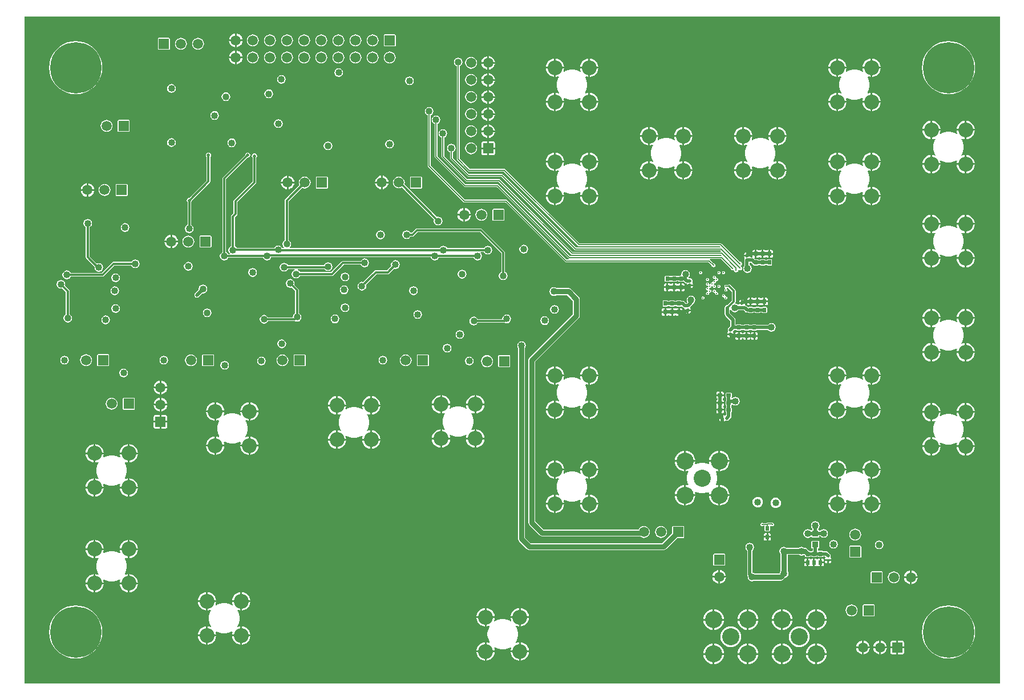
<source format=gbl>
G04 Layer_Physical_Order=6*
G04 Layer_Color=16711680*
%FSLAX25Y25*%
%MOIN*%
G70*
G01*
G75*
%ADD10C,0.02500*%
%ADD29R,0.01500X0.01500*%
%ADD30R,0.03500X0.03500*%
%ADD31R,0.02500X0.02000*%
%ADD32R,0.02000X0.02500*%
%ADD33R,0.01500X0.01500*%
%ADD34C,0.00300*%
%ADD36C,0.02000*%
%ADD37C,0.01000*%
%ADD38C,0.01200*%
%ADD39C,0.00500*%
%ADD40C,0.03000*%
%ADD88C,0.08700*%
%ADD89C,0.10000*%
%ADD90C,0.04000*%
%ADD91C,0.05905*%
%ADD92R,0.05905X0.05905*%
%ADD93R,0.05905X0.05905*%
%ADD94C,0.30000*%
%ADD95C,0.02000*%
%ADD96C,0.01968*%
%ADD97C,0.01200*%
%ADD98C,0.00800*%
%ADD99C,0.05000*%
%ADD110C,0.00600*%
G36*
X570000Y0D02*
X0D01*
Y390000D01*
X570000D01*
Y0D01*
D02*
G37*
%LPC*%
G36*
X79000Y152500D02*
X75528D01*
Y150047D01*
X75605Y149657D01*
X75826Y149326D01*
X76157Y149105D01*
X76547Y149028D01*
X79000D01*
Y152500D01*
D02*
G37*
G36*
X83472D02*
X80000D01*
Y149028D01*
X82453D01*
X82843Y149105D01*
X83174Y149326D01*
X83395Y149657D01*
X83472Y150047D01*
Y152500D01*
D02*
G37*
G36*
X242940Y148421D02*
X242043Y148303D01*
X240742Y147764D01*
X239624Y146907D01*
X238767Y145789D01*
X238228Y144488D01*
X238110Y143591D01*
X242940D01*
Y148421D01*
D02*
G37*
G36*
X263940D02*
Y143591D01*
X268770D01*
X268652Y144488D01*
X268113Y145789D01*
X267256Y146907D01*
X266138Y147764D01*
X264837Y148303D01*
X263940Y148421D01*
D02*
G37*
G36*
X407300Y154500D02*
X406030D01*
Y154250D01*
X406108Y153860D01*
X406329Y153529D01*
X406660Y153308D01*
X407050Y153230D01*
X407300D01*
Y154500D01*
D02*
G37*
G36*
X79000Y156972D02*
X76547D01*
X76157Y156895D01*
X75826Y156674D01*
X75605Y156343D01*
X75528Y155953D01*
Y153500D01*
X79000D01*
Y156972D01*
D02*
G37*
G36*
X82453D02*
X80000D01*
Y153500D01*
X83472D01*
Y155953D01*
X83395Y156343D01*
X83174Y156674D01*
X82843Y156895D01*
X82453Y156972D01*
D02*
G37*
G36*
X529421Y158085D02*
X524591D01*
X524709Y157188D01*
X525248Y155887D01*
X526106Y154769D01*
X527223Y153911D01*
X528525Y153372D01*
X529421Y153254D01*
Y158085D01*
D02*
G37*
G36*
X555252D02*
X550421D01*
Y153254D01*
X551318Y153372D01*
X552620Y153911D01*
X553737Y154769D01*
X554595Y155887D01*
X555134Y157188D01*
X555252Y158085D01*
D02*
G37*
G36*
X268770Y142591D02*
X263940D01*
Y137761D01*
X264837Y137879D01*
X266138Y138418D01*
X267256Y139275D01*
X268113Y140393D01*
X268652Y141694D01*
X268770Y142591D01*
D02*
G37*
G36*
X529421Y143915D02*
X528525Y143797D01*
X527223Y143258D01*
X526106Y142400D01*
X525248Y141283D01*
X524709Y139981D01*
X524591Y139085D01*
X529421D01*
Y143915D01*
D02*
G37*
G36*
X262940Y142591D02*
X258110D01*
X258228Y141694D01*
X258767Y140393D01*
X259624Y139275D01*
X260742Y138418D01*
X262043Y137879D01*
X262940Y137761D01*
Y142591D01*
D02*
G37*
G36*
X248770D02*
X243940D01*
Y137761D01*
X244837Y137879D01*
X246138Y138418D01*
X247256Y139275D01*
X248113Y140393D01*
X248652Y141694D01*
X248770Y142591D01*
D02*
G37*
G36*
X550421Y143915D02*
Y139085D01*
X555252D01*
X555134Y139981D01*
X554595Y141283D01*
X553737Y142400D01*
X552620Y143258D01*
X551318Y143797D01*
X550421Y143915D01*
D02*
G37*
G36*
X182091Y147890D02*
X181194Y147772D01*
X179893Y147233D01*
X178775Y146376D01*
X177918Y145258D01*
X177379Y143957D01*
X177261Y143060D01*
X182091D01*
Y147890D01*
D02*
G37*
G36*
X203091D02*
Y143060D01*
X207921D01*
X207803Y143957D01*
X207264Y145258D01*
X206407Y146376D01*
X205289Y147233D01*
X203988Y147772D01*
X203091Y147890D01*
D02*
G37*
G36*
X110992Y144322D02*
X110095Y144204D01*
X108794Y143665D01*
X107676Y142807D01*
X106819Y141690D01*
X106280Y140388D01*
X106161Y139492D01*
X110992D01*
Y144322D01*
D02*
G37*
G36*
X131992D02*
Y139492D01*
X136822D01*
X136704Y140388D01*
X136165Y141690D01*
X135308Y142807D01*
X134190Y143665D01*
X132888Y144204D01*
X131992Y144322D01*
D02*
G37*
G36*
X110992Y158492D02*
X106161D01*
X106280Y157595D01*
X106819Y156294D01*
X107676Y155176D01*
X108794Y154319D01*
X110095Y153779D01*
X110992Y153662D01*
Y158492D01*
D02*
G37*
G36*
X549421Y158085D02*
X544591D01*
X544709Y157188D01*
X544986Y156518D01*
X544583Y156187D01*
X544142Y156481D01*
X542521Y157153D01*
X540799Y157495D01*
X539044D01*
X537322Y157153D01*
X535701Y156481D01*
X535260Y156187D01*
X534856Y156518D01*
X535134Y157188D01*
X535252Y158085D01*
X530421D01*
Y153254D01*
X531318Y153372D01*
X531988Y153650D01*
X532319Y153246D01*
X532025Y152805D01*
X531353Y151184D01*
X531011Y149462D01*
Y147707D01*
X531353Y145985D01*
X532025Y144364D01*
X532319Y143923D01*
X531988Y143520D01*
X531318Y143797D01*
X530421Y143915D01*
Y139085D01*
X535252D01*
X535134Y139981D01*
X534856Y140651D01*
X535260Y140982D01*
X535701Y140688D01*
X537322Y140016D01*
X539044Y139674D01*
X540799D01*
X542521Y140016D01*
X544142Y140688D01*
X544583Y140982D01*
X544986Y140651D01*
X544709Y139981D01*
X544591Y139085D01*
X549421D01*
Y143915D01*
X548525Y143797D01*
X547855Y143520D01*
X547524Y143923D01*
X547818Y144364D01*
X548490Y145985D01*
X548832Y147707D01*
Y149462D01*
X548490Y151184D01*
X547818Y152805D01*
X547524Y153246D01*
X547855Y153650D01*
X548525Y153372D01*
X549421Y153254D01*
Y158085D01*
D02*
G37*
G36*
X182091Y162060D02*
X177261D01*
X177379Y161163D01*
X177918Y159862D01*
X178775Y158744D01*
X179893Y157887D01*
X181194Y157348D01*
X182091Y157230D01*
Y162060D01*
D02*
G37*
G36*
X500330Y159500D02*
X495500D01*
Y154670D01*
X496397Y154788D01*
X497698Y155327D01*
X498816Y156184D01*
X499673Y157302D01*
X500212Y158603D01*
X500330Y159500D01*
D02*
G37*
G36*
X407300Y156770D02*
X407050D01*
X406660Y156692D01*
X406329Y156471D01*
X406108Y156140D01*
X406030Y155750D01*
Y155500D01*
X407300D01*
Y156770D01*
D02*
G37*
G36*
X207921Y162060D02*
X203091D01*
Y157230D01*
X203988Y157348D01*
X205289Y157887D01*
X206407Y158744D01*
X207264Y159862D01*
X207803Y161163D01*
X207921Y162060D01*
D02*
G37*
G36*
X268770Y162591D02*
X263940D01*
Y157761D01*
X264837Y157879D01*
X266138Y158418D01*
X267256Y159275D01*
X268113Y160393D01*
X268652Y161694D01*
X268770Y162591D01*
D02*
G37*
G36*
X406050Y159500D02*
X404280D01*
Y159000D01*
X404358Y158610D01*
X404579Y158279D01*
X404910Y158058D01*
X405300Y157980D01*
X406050D01*
Y159500D01*
D02*
G37*
G36*
X242940Y162591D02*
X238110D01*
X238228Y161694D01*
X238767Y160393D01*
X239624Y159275D01*
X240742Y158418D01*
X242043Y157879D01*
X242940Y157761D01*
Y162591D01*
D02*
G37*
G36*
X248770D02*
X243940D01*
Y157761D01*
X244837Y157879D01*
X245506Y158156D01*
X245838Y157752D01*
X245543Y157312D01*
X244872Y155690D01*
X244529Y153969D01*
Y152213D01*
X244872Y150492D01*
X245543Y148870D01*
X245838Y148430D01*
X245506Y148026D01*
X244837Y148303D01*
X243940Y148421D01*
Y143591D01*
X248770D01*
X248652Y144488D01*
X248375Y145157D01*
X248779Y145489D01*
X249219Y145194D01*
X250841Y144523D01*
X252562Y144180D01*
X254317D01*
X256039Y144523D01*
X257661Y145194D01*
X258101Y145489D01*
X258505Y145157D01*
X258228Y144488D01*
X258110Y143591D01*
X262940D01*
Y148421D01*
X262043Y148303D01*
X261374Y148026D01*
X261042Y148430D01*
X261336Y148870D01*
X262008Y150492D01*
X262351Y152213D01*
Y153969D01*
X262008Y155690D01*
X261336Y157312D01*
X261042Y157752D01*
X261374Y158156D01*
X262043Y157879D01*
X262940Y157761D01*
Y162591D01*
X258110D01*
X258228Y161694D01*
X258505Y161025D01*
X258101Y160693D01*
X257661Y160987D01*
X256039Y161659D01*
X254317Y162002D01*
X252562D01*
X250841Y161659D01*
X249219Y160987D01*
X248779Y160693D01*
X248375Y161025D01*
X248652Y161694D01*
X248770Y162591D01*
D02*
G37*
G36*
X309500Y159500D02*
X304670D01*
X304788Y158603D01*
X305327Y157302D01*
X306184Y156184D01*
X307302Y155327D01*
X308603Y154788D01*
X309500Y154670D01*
Y159500D01*
D02*
G37*
G36*
X315330D02*
X310500D01*
Y154670D01*
X311397Y154788D01*
X312698Y155327D01*
X313816Y156184D01*
X314673Y157302D01*
X315212Y158603D01*
X315330Y159500D01*
D02*
G37*
G36*
X116822Y158492D02*
X111992D01*
Y153662D01*
X112888Y153779D01*
X113558Y154057D01*
X113890Y153653D01*
X113595Y153213D01*
X112924Y151591D01*
X112581Y149869D01*
Y148114D01*
X112924Y146393D01*
X113595Y144771D01*
X113890Y144331D01*
X113558Y143927D01*
X112888Y144204D01*
X111992Y144322D01*
Y139492D01*
X116822D01*
X116704Y140388D01*
X116427Y141058D01*
X116831Y141390D01*
X117271Y141095D01*
X118893Y140424D01*
X120614Y140081D01*
X122369D01*
X124091Y140424D01*
X125713Y141095D01*
X126153Y141390D01*
X126557Y141058D01*
X126279Y140388D01*
X126162Y139492D01*
X130992D01*
Y144322D01*
X130095Y144204D01*
X129426Y143927D01*
X129094Y144331D01*
X129388Y144771D01*
X130060Y146393D01*
X130403Y148114D01*
Y149869D01*
X130060Y151591D01*
X129388Y153213D01*
X129094Y153653D01*
X129426Y154057D01*
X130095Y153779D01*
X130992Y153662D01*
Y158492D01*
X126162D01*
X126279Y157595D01*
X126557Y156925D01*
X126153Y156594D01*
X125713Y156888D01*
X124091Y157560D01*
X122369Y157903D01*
X120614D01*
X118893Y157560D01*
X117271Y156888D01*
X116831Y156594D01*
X116427Y156925D01*
X116704Y157595D01*
X116822Y158492D01*
D02*
G37*
G36*
X136822D02*
X131992D01*
Y153662D01*
X132888Y153779D01*
X134190Y154319D01*
X135308Y155176D01*
X136165Y156294D01*
X136704Y157595D01*
X136822Y158492D01*
D02*
G37*
G36*
X329500Y159500D02*
X324670D01*
X324788Y158603D01*
X325327Y157302D01*
X326184Y156184D01*
X327302Y155327D01*
X328603Y154788D01*
X329500Y154670D01*
Y159500D01*
D02*
G37*
G36*
X480330D02*
X475500D01*
Y154670D01*
X476397Y154788D01*
X477698Y155327D01*
X478816Y156184D01*
X479673Y157302D01*
X480212Y158603D01*
X480330Y159500D01*
D02*
G37*
G36*
X494500D02*
X489670D01*
X489788Y158603D01*
X490327Y157302D01*
X491184Y156184D01*
X492302Y155327D01*
X493603Y154788D01*
X494500Y154670D01*
Y159500D01*
D02*
G37*
G36*
X335330D02*
X330500D01*
Y154670D01*
X331397Y154788D01*
X332698Y155327D01*
X333816Y156184D01*
X334673Y157302D01*
X335212Y158603D01*
X335330Y159500D01*
D02*
G37*
G36*
X474500D02*
X469670D01*
X469788Y158603D01*
X470327Y157302D01*
X471184Y156184D01*
X472302Y155327D01*
X473603Y154788D01*
X474500Y154670D01*
Y159500D01*
D02*
G37*
G36*
X242940Y142591D02*
X238110D01*
X238228Y141694D01*
X238767Y140393D01*
X239624Y139275D01*
X240742Y138418D01*
X242043Y137879D01*
X242940Y137761D01*
Y142591D01*
D02*
G37*
G36*
X494500Y130330D02*
X493603Y130212D01*
X492302Y129673D01*
X491184Y128816D01*
X490327Y127698D01*
X489788Y126397D01*
X489670Y125500D01*
X494500D01*
Y130330D01*
D02*
G37*
G36*
X495500D02*
Y125500D01*
X500330D01*
X500212Y126397D01*
X499673Y127698D01*
X498816Y128816D01*
X497698Y129673D01*
X496397Y130212D01*
X495500Y130330D01*
D02*
G37*
G36*
X474500D02*
X473603Y130212D01*
X472302Y129673D01*
X471184Y128816D01*
X470327Y127698D01*
X469788Y126397D01*
X469670Y125500D01*
X474500D01*
Y130330D01*
D02*
G37*
G36*
X475500D02*
Y125500D01*
X480330D01*
X480212Y126397D01*
X479673Y127698D01*
X478816Y128816D01*
X477698Y129673D01*
X476397Y130212D01*
X475500Y130330D01*
D02*
G37*
G36*
X405500Y129500D02*
X400020D01*
X400087Y128824D01*
X400202Y128446D01*
X399792Y128074D01*
X398599Y128568D01*
X396878Y128911D01*
X395122D01*
X393401Y128568D01*
X392208Y128074D01*
X391798Y128446D01*
X391913Y128824D01*
X391980Y129500D01*
X386500D01*
Y124020D01*
X387176Y124087D01*
X387554Y124202D01*
X387926Y123792D01*
X387432Y122599D01*
X387089Y120878D01*
Y119122D01*
X387432Y117401D01*
X387926Y116208D01*
X387554Y115798D01*
X387176Y115913D01*
X386500Y115980D01*
Y110500D01*
X391980D01*
X391913Y111176D01*
X391798Y111554D01*
X392208Y111926D01*
X393401Y111432D01*
X395122Y111089D01*
X396878D01*
X398599Y111432D01*
X399792Y111926D01*
X400202Y111554D01*
X400087Y111176D01*
X400020Y110500D01*
X405500D01*
Y115980D01*
X404824Y115913D01*
X404446Y115798D01*
X404074Y116208D01*
X404568Y117401D01*
X404911Y119122D01*
Y120878D01*
X404568Y122599D01*
X404074Y123792D01*
X404446Y124202D01*
X404824Y124087D01*
X405500Y124020D01*
Y129500D01*
D02*
G37*
G36*
X66322Y133992D02*
X61492D01*
Y129162D01*
X62388Y129279D01*
X63690Y129819D01*
X64807Y130676D01*
X65665Y131794D01*
X66204Y133095D01*
X66322Y133992D01*
D02*
G37*
G36*
X385500Y135980D02*
X384824Y135913D01*
X383693Y135570D01*
X382650Y135013D01*
X381737Y134263D01*
X380987Y133350D01*
X380430Y132307D01*
X380087Y131176D01*
X380020Y130500D01*
X385500D01*
Y135980D01*
D02*
G37*
G36*
X40492Y133992D02*
X35662D01*
X35780Y133095D01*
X36319Y131794D01*
X37176Y130676D01*
X38294Y129819D01*
X39595Y129279D01*
X40492Y129162D01*
Y133992D01*
D02*
G37*
G36*
X46322D02*
X41492D01*
Y129162D01*
X42388Y129279D01*
X43058Y129557D01*
X43389Y129153D01*
X43095Y128713D01*
X42424Y127091D01*
X42081Y125369D01*
Y123614D01*
X42424Y121893D01*
X43095Y120271D01*
X43389Y119831D01*
X43058Y119427D01*
X42388Y119704D01*
X41492Y119822D01*
Y114992D01*
X46322D01*
X46204Y115888D01*
X45927Y116558D01*
X46331Y116890D01*
X46771Y116595D01*
X48393Y115924D01*
X50114Y115581D01*
X51869D01*
X53591Y115924D01*
X55213Y116595D01*
X55653Y116890D01*
X56057Y116558D01*
X55779Y115888D01*
X55661Y114992D01*
X60492D01*
Y119822D01*
X59595Y119704D01*
X58925Y119427D01*
X58594Y119831D01*
X58888Y120271D01*
X59560Y121893D01*
X59903Y123614D01*
Y125369D01*
X59560Y127091D01*
X58888Y128713D01*
X58594Y129153D01*
X58925Y129557D01*
X59595Y129279D01*
X60492Y129162D01*
Y133992D01*
X55661D01*
X55779Y133095D01*
X56057Y132425D01*
X55653Y132094D01*
X55213Y132388D01*
X53591Y133060D01*
X51869Y133403D01*
X50114D01*
X48393Y133060D01*
X46771Y132388D01*
X46331Y132094D01*
X45927Y132425D01*
X46204Y133095D01*
X46322Y133992D01*
D02*
G37*
G36*
X494500Y124500D02*
X489670D01*
X489788Y123603D01*
X490065Y122934D01*
X489661Y122602D01*
X489221Y122897D01*
X487599Y123568D01*
X485878Y123911D01*
X484122D01*
X482401Y123568D01*
X480779Y122897D01*
X480339Y122602D01*
X479935Y122934D01*
X480212Y123603D01*
X480330Y124500D01*
X475500D01*
Y119670D01*
X476397Y119788D01*
X477066Y120065D01*
X477398Y119661D01*
X477103Y119221D01*
X476432Y117599D01*
X476089Y115878D01*
Y114122D01*
X476432Y112401D01*
X477103Y110779D01*
X477398Y110339D01*
X477066Y109935D01*
X476397Y110212D01*
X475500Y110330D01*
Y105500D01*
X480330D01*
X480212Y106397D01*
X479935Y107066D01*
X480339Y107398D01*
X480779Y107103D01*
X482401Y106432D01*
X484122Y106089D01*
X485878D01*
X487599Y106432D01*
X489221Y107103D01*
X489661Y107398D01*
X490065Y107066D01*
X489788Y106397D01*
X489670Y105500D01*
X494500D01*
Y110330D01*
X493603Y110212D01*
X492934Y109935D01*
X492602Y110339D01*
X492897Y110779D01*
X493568Y112401D01*
X493911Y114122D01*
Y115878D01*
X493568Y117599D01*
X492897Y119221D01*
X492602Y119661D01*
X492934Y120065D01*
X493603Y119788D01*
X494500Y119670D01*
Y124500D01*
D02*
G37*
G36*
X385500Y129500D02*
X380020D01*
X380087Y128824D01*
X380430Y127693D01*
X380987Y126651D01*
X381737Y125737D01*
X382650Y124987D01*
X383693Y124430D01*
X384824Y124087D01*
X385500Y124020D01*
Y129500D01*
D02*
G37*
G36*
X500330Y124500D02*
X495500D01*
Y119670D01*
X496397Y119788D01*
X497698Y120327D01*
X498816Y121184D01*
X499673Y122302D01*
X500212Y123603D01*
X500330Y124500D01*
D02*
G37*
G36*
X329500D02*
X324670D01*
X324788Y123603D01*
X325065Y122934D01*
X324661Y122602D01*
X324221Y122897D01*
X322599Y123568D01*
X320878Y123911D01*
X319122D01*
X317401Y123568D01*
X315779Y122897D01*
X315339Y122602D01*
X314935Y122934D01*
X315212Y123603D01*
X315330Y124500D01*
X310500D01*
Y119670D01*
X311397Y119788D01*
X312066Y120065D01*
X312398Y119661D01*
X312104Y119221D01*
X311432Y117599D01*
X311089Y115878D01*
Y114122D01*
X311432Y112401D01*
X312104Y110779D01*
X312398Y110339D01*
X312066Y109935D01*
X311397Y110212D01*
X310500Y110330D01*
Y105500D01*
X315330D01*
X315212Y106397D01*
X314935Y107066D01*
X315339Y107398D01*
X315779Y107103D01*
X317401Y106432D01*
X319122Y106089D01*
X320878D01*
X322599Y106432D01*
X324221Y107103D01*
X324661Y107398D01*
X325065Y107066D01*
X324788Y106397D01*
X324670Y105500D01*
X329500D01*
Y110330D01*
X328603Y110212D01*
X327934Y109935D01*
X327602Y110339D01*
X327896Y110779D01*
X328568Y112401D01*
X328911Y114122D01*
Y115878D01*
X328568Y117599D01*
X327896Y119221D01*
X327602Y119661D01*
X327934Y120065D01*
X328603Y119788D01*
X329500Y119670D01*
Y124500D01*
D02*
G37*
G36*
X411980Y129500D02*
X406500D01*
Y124020D01*
X407176Y124087D01*
X408307Y124430D01*
X409349Y124987D01*
X410263Y125737D01*
X411013Y126651D01*
X411570Y127693D01*
X411913Y128824D01*
X411980Y129500D01*
D02*
G37*
G36*
X329500Y130330D02*
X328603Y130212D01*
X327302Y129673D01*
X326184Y128816D01*
X325327Y127698D01*
X324788Y126397D01*
X324670Y125500D01*
X329500D01*
Y130330D01*
D02*
G37*
G36*
X330500D02*
Y125500D01*
X335330D01*
X335212Y126397D01*
X334673Y127698D01*
X333816Y128816D01*
X332698Y129673D01*
X331397Y130212D01*
X330500Y130330D01*
D02*
G37*
G36*
X309500D02*
X308603Y130212D01*
X307302Y129673D01*
X306184Y128816D01*
X305327Y127698D01*
X304788Y126397D01*
X304670Y125500D01*
X309500D01*
Y130330D01*
D02*
G37*
G36*
X310500D02*
Y125500D01*
X315330D01*
X315212Y126397D01*
X314673Y127698D01*
X313816Y128816D01*
X312698Y129673D01*
X311397Y130212D01*
X310500Y130330D01*
D02*
G37*
G36*
X386500Y135980D02*
Y130500D01*
X391980D01*
X391913Y131176D01*
X391570Y132307D01*
X391013Y133350D01*
X390263Y134263D01*
X389350Y135013D01*
X388307Y135570D01*
X387176Y135913D01*
X386500Y135980D01*
D02*
G37*
G36*
X60492Y139822D02*
X59595Y139704D01*
X58294Y139165D01*
X57176Y138307D01*
X56319Y137190D01*
X55779Y135888D01*
X55661Y134992D01*
X60492D01*
Y139822D01*
D02*
G37*
G36*
X41492D02*
Y134992D01*
X46322D01*
X46204Y135888D01*
X45665Y137190D01*
X44807Y138307D01*
X43690Y139165D01*
X42388Y139704D01*
X41492Y139822D01*
D02*
G37*
G36*
X136822Y138492D02*
X131992D01*
Y133661D01*
X132888Y133780D01*
X134190Y134319D01*
X135308Y135176D01*
X136165Y136294D01*
X136704Y137595D01*
X136822Y138492D01*
D02*
G37*
G36*
X40492Y139822D02*
X39595Y139704D01*
X38294Y139165D01*
X37176Y138307D01*
X36319Y137190D01*
X35780Y135888D01*
X35662Y134992D01*
X40492D01*
Y139822D01*
D02*
G37*
G36*
X61492D02*
Y134992D01*
X66322D01*
X66204Y135888D01*
X65665Y137190D01*
X64807Y138307D01*
X63690Y139165D01*
X62388Y139704D01*
X61492Y139822D01*
D02*
G37*
G36*
X202091Y142060D02*
X197261D01*
X197379Y141163D01*
X197918Y139862D01*
X198775Y138744D01*
X199893Y137887D01*
X201194Y137348D01*
X202091Y137230D01*
Y142060D01*
D02*
G37*
G36*
X207921D02*
X203091D01*
Y137230D01*
X203988Y137348D01*
X205289Y137887D01*
X206407Y138744D01*
X207264Y139862D01*
X207803Y141163D01*
X207921Y142060D01*
D02*
G37*
G36*
X182091D02*
X177261D01*
X177379Y141163D01*
X177918Y139862D01*
X178775Y138744D01*
X179893Y137887D01*
X181194Y137348D01*
X182091Y137230D01*
Y142060D01*
D02*
G37*
G36*
X187921D02*
X183091D01*
Y137230D01*
X183988Y137348D01*
X185289Y137887D01*
X186407Y138744D01*
X187264Y139862D01*
X187803Y141163D01*
X187921Y142060D01*
D02*
G37*
G36*
X529421Y138085D02*
X524591D01*
X524709Y137188D01*
X525248Y135887D01*
X526106Y134769D01*
X527223Y133911D01*
X528525Y133372D01*
X529421Y133254D01*
Y138085D01*
D02*
G37*
G36*
X535252D02*
X530421D01*
Y133254D01*
X531318Y133372D01*
X532619Y133911D01*
X533737Y134769D01*
X534595Y135887D01*
X535134Y137188D01*
X535252Y138085D01*
D02*
G37*
G36*
X405500Y135980D02*
X404824Y135913D01*
X403693Y135570D01*
X402650Y135013D01*
X401737Y134263D01*
X400987Y133350D01*
X400430Y132307D01*
X400087Y131176D01*
X400020Y130500D01*
X405500D01*
Y135980D01*
D02*
G37*
G36*
X406500D02*
Y130500D01*
X411980D01*
X411913Y131176D01*
X411570Y132307D01*
X411013Y133350D01*
X410263Y134263D01*
X409349Y135013D01*
X408307Y135570D01*
X407176Y135913D01*
X406500Y135980D01*
D02*
G37*
G36*
X549421Y138085D02*
X544591D01*
X544709Y137188D01*
X545248Y135887D01*
X546106Y134769D01*
X547223Y133911D01*
X548525Y133372D01*
X549421Y133254D01*
Y138085D01*
D02*
G37*
G36*
X130992Y138492D02*
X126162D01*
X126279Y137595D01*
X126819Y136294D01*
X127676Y135176D01*
X128794Y134319D01*
X130095Y133780D01*
X130992Y133661D01*
Y138492D01*
D02*
G37*
G36*
X116822D02*
X111992D01*
Y133661D01*
X112888Y133780D01*
X114190Y134319D01*
X115307Y135176D01*
X116165Y136294D01*
X116704Y137595D01*
X116822Y138492D01*
D02*
G37*
G36*
X555252Y138085D02*
X550421D01*
Y133254D01*
X551318Y133372D01*
X552620Y133911D01*
X553737Y134769D01*
X554595Y135887D01*
X555134Y137188D01*
X555252Y138085D01*
D02*
G37*
G36*
X110992Y138492D02*
X106161D01*
X106280Y137595D01*
X106819Y136294D01*
X107676Y135176D01*
X108794Y134319D01*
X110095Y133780D01*
X110992Y133661D01*
Y138492D01*
D02*
G37*
G36*
X475500Y185330D02*
Y180500D01*
X480330D01*
X480212Y181397D01*
X479673Y182698D01*
X478816Y183816D01*
X477698Y184673D01*
X476397Y185212D01*
X475500Y185330D01*
D02*
G37*
G36*
X494500D02*
X493603Y185212D01*
X492302Y184673D01*
X491184Y183816D01*
X490327Y182698D01*
X489788Y181397D01*
X489670Y180500D01*
X494500D01*
Y185330D01*
D02*
G37*
G36*
X330500D02*
Y180500D01*
X335330D01*
X335212Y181397D01*
X334673Y182698D01*
X333816Y183816D01*
X332698Y184673D01*
X331397Y185212D01*
X330500Y185330D01*
D02*
G37*
G36*
X474500D02*
X473603Y185212D01*
X472302Y184673D01*
X471184Y183816D01*
X470327Y182698D01*
X469788Y181397D01*
X469670Y180500D01*
X474500D01*
Y185330D01*
D02*
G37*
G36*
X495500D02*
Y180500D01*
X500330D01*
X500212Y181397D01*
X499673Y182698D01*
X498816Y183816D01*
X497698Y184673D01*
X496397Y185212D01*
X495500Y185330D01*
D02*
G37*
G36*
X270282Y191897D02*
X269380Y191778D01*
X268541Y191430D01*
X267819Y190877D01*
X267266Y190155D01*
X266918Y189315D01*
X266799Y188414D01*
X266918Y187513D01*
X267266Y186673D01*
X267819Y185952D01*
X268541Y185398D01*
X269380Y185050D01*
X270282Y184932D01*
X271183Y185050D01*
X272023Y185398D01*
X272744Y185952D01*
X273298Y186673D01*
X273646Y187513D01*
X273764Y188414D01*
X273646Y189315D01*
X273298Y190155D01*
X272744Y190877D01*
X272023Y191430D01*
X271183Y191778D01*
X270282Y191897D01*
D02*
G37*
G36*
X110235Y192408D02*
X104329D01*
X103946Y192250D01*
X103788Y191867D01*
Y185961D01*
X103946Y185579D01*
X104329Y185420D01*
X110235D01*
X110617Y185579D01*
X110776Y185961D01*
Y191867D01*
X110617Y192250D01*
X110235Y192408D01*
D02*
G37*
G36*
X117000Y188549D02*
X116024Y188355D01*
X115198Y187802D01*
X114645Y186975D01*
X114451Y186000D01*
X114645Y185024D01*
X115198Y184198D01*
X116024Y183645D01*
X117000Y183451D01*
X117975Y183645D01*
X118802Y184198D01*
X119355Y185024D01*
X119549Y186000D01*
X119355Y186975D01*
X118802Y187802D01*
X117975Y188355D01*
X117000Y188549D01*
D02*
G37*
G36*
X283235Y191908D02*
X277329D01*
X276946Y191750D01*
X276788Y191367D01*
Y185461D01*
X276946Y185079D01*
X277329Y184920D01*
X283235D01*
X283617Y185079D01*
X283776Y185461D01*
Y191367D01*
X283617Y191750D01*
X283235Y191908D01*
D02*
G37*
G36*
X500330Y179500D02*
X495500D01*
Y174670D01*
X496397Y174788D01*
X497698Y175327D01*
X498816Y176184D01*
X499673Y177302D01*
X500212Y178603D01*
X500330Y179500D01*
D02*
G37*
G36*
X329500D02*
X324670D01*
X324788Y178603D01*
X325065Y177934D01*
X324661Y177602D01*
X324221Y177896D01*
X322599Y178568D01*
X320878Y178911D01*
X319122D01*
X317401Y178568D01*
X315779Y177896D01*
X315339Y177602D01*
X314935Y177934D01*
X315212Y178603D01*
X315330Y179500D01*
X310500D01*
Y174670D01*
X311397Y174788D01*
X312066Y175065D01*
X312398Y174661D01*
X312104Y174221D01*
X311432Y172599D01*
X311089Y170878D01*
Y169122D01*
X311432Y167401D01*
X312104Y165779D01*
X312398Y165339D01*
X312066Y164935D01*
X311397Y165212D01*
X310500Y165330D01*
Y160500D01*
X315330D01*
X315212Y161397D01*
X314935Y162066D01*
X315339Y162398D01*
X315779Y162103D01*
X317401Y161432D01*
X319122Y161089D01*
X320878D01*
X322599Y161432D01*
X324221Y162103D01*
X324661Y162398D01*
X325065Y162066D01*
X324788Y161397D01*
X324670Y160500D01*
X329500D01*
Y165330D01*
X328603Y165212D01*
X327934Y164935D01*
X327602Y165339D01*
X327896Y165779D01*
X328568Y167401D01*
X328911Y169122D01*
Y170878D01*
X328568Y172599D01*
X327896Y174221D01*
X327602Y174661D01*
X327934Y175065D01*
X328603Y174788D01*
X329500Y174670D01*
Y179500D01*
D02*
G37*
G36*
X335330D02*
X330500D01*
Y174670D01*
X331397Y174788D01*
X332698Y175327D01*
X333816Y176184D01*
X334673Y177302D01*
X335212Y178603D01*
X335330Y179500D01*
D02*
G37*
G36*
X474500D02*
X469670D01*
X469788Y178603D01*
X470327Y177302D01*
X471184Y176184D01*
X472302Y175327D01*
X473603Y174788D01*
X474500Y174670D01*
Y179500D01*
D02*
G37*
G36*
X494500D02*
X489670D01*
X489788Y178603D01*
X490065Y177934D01*
X489661Y177602D01*
X489221Y177896D01*
X487599Y178568D01*
X485878Y178911D01*
X484122D01*
X482401Y178568D01*
X480779Y177896D01*
X480339Y177602D01*
X479935Y177934D01*
X480212Y178603D01*
X480330Y179500D01*
X475500D01*
Y174670D01*
X476397Y174788D01*
X477066Y175065D01*
X477398Y174661D01*
X477103Y174221D01*
X476432Y172599D01*
X476089Y170878D01*
Y169122D01*
X476432Y167401D01*
X477103Y165779D01*
X477398Y165339D01*
X477066Y164935D01*
X476397Y165212D01*
X475500Y165330D01*
Y160500D01*
X480330D01*
X480212Y161397D01*
X479935Y162066D01*
X480339Y162398D01*
X480779Y162103D01*
X482401Y161432D01*
X484122Y161089D01*
X485878D01*
X487599Y161432D01*
X489221Y162103D01*
X489661Y162398D01*
X490065Y162066D01*
X489788Y161397D01*
X489670Y160500D01*
X494500D01*
Y165330D01*
X493603Y165212D01*
X492934Y164935D01*
X492602Y165339D01*
X492897Y165779D01*
X493568Y167401D01*
X493911Y169122D01*
Y170878D01*
X493568Y172599D01*
X492897Y174221D01*
X492602Y174661D01*
X492934Y175065D01*
X493603Y174788D01*
X494500Y174670D01*
Y179500D01*
D02*
G37*
G36*
X310500Y185330D02*
Y180500D01*
X315330D01*
X315212Y181397D01*
X314673Y182698D01*
X313816Y183816D01*
X312698Y184673D01*
X311397Y185212D01*
X310500Y185330D01*
D02*
G37*
G36*
X329500D02*
X328603Y185212D01*
X327302Y184673D01*
X326184Y183816D01*
X325327Y182698D01*
X324788Y181397D01*
X324670Y180500D01*
X329500D01*
Y185330D01*
D02*
G37*
G36*
X58000Y184049D02*
X57025Y183855D01*
X56198Y183302D01*
X55645Y182475D01*
X55451Y181500D01*
X55645Y180525D01*
X56198Y179698D01*
X57025Y179145D01*
X58000Y178951D01*
X58975Y179145D01*
X59802Y179698D01*
X60355Y180525D01*
X60549Y181500D01*
X60355Y182475D01*
X59802Y183302D01*
X58975Y183855D01*
X58000Y184049D01*
D02*
G37*
G36*
X309500Y185330D02*
X308603Y185212D01*
X307302Y184673D01*
X306184Y183816D01*
X305327Y182698D01*
X304788Y181397D01*
X304670Y180500D01*
X309500D01*
Y185330D01*
D02*
G37*
G36*
X163735Y192408D02*
X157829D01*
X157446Y192250D01*
X157288Y191867D01*
Y185961D01*
X157446Y185579D01*
X157829Y185420D01*
X163735D01*
X164117Y185579D01*
X164276Y185961D01*
Y191867D01*
X164117Y192250D01*
X163735Y192408D01*
D02*
G37*
G36*
X529421Y193085D02*
X524591D01*
X524709Y192188D01*
X525248Y190887D01*
X526106Y189769D01*
X527223Y188911D01*
X528525Y188372D01*
X529421Y188254D01*
Y193085D01*
D02*
G37*
G36*
X535252D02*
X530421D01*
Y188254D01*
X531318Y188372D01*
X532619Y188911D01*
X533737Y189769D01*
X534595Y190887D01*
X535134Y192188D01*
X535252Y193085D01*
D02*
G37*
G36*
X23500Y191549D02*
X22524Y191355D01*
X21698Y190802D01*
X21145Y189976D01*
X20951Y189000D01*
X21145Y188024D01*
X21698Y187198D01*
X22524Y186645D01*
X23500Y186451D01*
X24475Y186645D01*
X25302Y187198D01*
X25855Y188024D01*
X26049Y189000D01*
X25855Y189976D01*
X25302Y190802D01*
X24475Y191355D01*
X23500Y191549D01*
D02*
G37*
G36*
X209500D02*
X208524Y191355D01*
X207698Y190802D01*
X207145Y189976D01*
X206951Y189000D01*
X207145Y188024D01*
X207698Y187198D01*
X208524Y186645D01*
X209500Y186451D01*
X210475Y186645D01*
X211302Y187198D01*
X211855Y188024D01*
X212049Y189000D01*
X211855Y189976D01*
X211302Y190802D01*
X210475Y191355D01*
X209500Y191549D01*
D02*
G37*
G36*
X549421Y193085D02*
X544591D01*
X544709Y192188D01*
X545248Y190887D01*
X546106Y189769D01*
X547223Y188911D01*
X548525Y188372D01*
X549421Y188254D01*
Y193085D01*
D02*
G37*
G36*
X529421Y198915D02*
X528525Y198797D01*
X527223Y198258D01*
X526106Y197400D01*
X525248Y196283D01*
X524709Y194981D01*
X524591Y194085D01*
X529421D01*
Y198915D01*
D02*
G37*
G36*
X550421D02*
Y194085D01*
X555252D01*
X555134Y194981D01*
X554595Y196283D01*
X553737Y197400D01*
X552620Y198258D01*
X551318Y198797D01*
X550421Y198915D01*
D02*
G37*
G36*
X555252Y193085D02*
X550421D01*
Y188254D01*
X551318Y188372D01*
X552620Y188911D01*
X553737Y189769D01*
X554595Y190887D01*
X555134Y192188D01*
X555252Y193085D01*
D02*
G37*
G36*
X247000Y198549D02*
X246024Y198355D01*
X245198Y197802D01*
X244645Y196975D01*
X244451Y196000D01*
X244645Y195025D01*
X245198Y194198D01*
X246024Y193645D01*
X247000Y193451D01*
X247975Y193645D01*
X248802Y194198D01*
X249355Y195025D01*
X249549Y196000D01*
X249355Y196975D01*
X248802Y197802D01*
X247975Y198355D01*
X247000Y198549D01*
D02*
G37*
G36*
X150782Y192397D02*
X149881Y192278D01*
X149041Y191930D01*
X148319Y191377D01*
X147766Y190655D01*
X147418Y189815D01*
X147299Y188914D01*
X147418Y188013D01*
X147766Y187173D01*
X148319Y186452D01*
X149041Y185898D01*
X149881Y185550D01*
X150782Y185432D01*
X151683Y185550D01*
X152523Y185898D01*
X153244Y186452D01*
X153798Y187173D01*
X154146Y188013D01*
X154264Y188914D01*
X154146Y189815D01*
X153798Y190655D01*
X153244Y191377D01*
X152523Y191930D01*
X151683Y192278D01*
X150782Y192397D01*
D02*
G37*
G36*
X222782D02*
X221881Y192278D01*
X221041Y191930D01*
X220319Y191377D01*
X219766Y190655D01*
X219418Y189815D01*
X219299Y188914D01*
X219418Y188013D01*
X219766Y187173D01*
X220319Y186452D01*
X221041Y185898D01*
X221881Y185550D01*
X222782Y185432D01*
X223683Y185550D01*
X224523Y185898D01*
X225244Y186452D01*
X225798Y187173D01*
X226146Y188013D01*
X226264Y188914D01*
X226146Y189815D01*
X225798Y190655D01*
X225244Y191377D01*
X224523Y191930D01*
X223683Y192278D01*
X222782Y192397D01*
D02*
G37*
G36*
X235735Y192408D02*
X229829D01*
X229446Y192250D01*
X229288Y191867D01*
Y185961D01*
X229446Y185579D01*
X229829Y185420D01*
X235735D01*
X236117Y185579D01*
X236276Y185961D01*
Y191867D01*
X236117Y192250D01*
X235735Y192408D01*
D02*
G37*
G36*
X97282Y192397D02*
X96381Y192278D01*
X95541Y191930D01*
X94819Y191377D01*
X94266Y190655D01*
X93918Y189815D01*
X93799Y188914D01*
X93918Y188013D01*
X94266Y187173D01*
X94819Y186452D01*
X95541Y185898D01*
X96381Y185550D01*
X97282Y185432D01*
X98183Y185550D01*
X99023Y185898D01*
X99744Y186452D01*
X100298Y187173D01*
X100646Y188013D01*
X100764Y188914D01*
X100646Y189815D01*
X100298Y190655D01*
X99744Y191377D01*
X99023Y191930D01*
X98183Y192278D01*
X97282Y192397D01*
D02*
G37*
G36*
X48953Y192494D02*
X43047D01*
X42665Y192335D01*
X42506Y191953D01*
Y186047D01*
X42665Y185665D01*
X43047Y185506D01*
X48953D01*
X49335Y185665D01*
X49494Y186047D01*
Y191953D01*
X49335Y192335D01*
X48953Y192494D01*
D02*
G37*
G36*
X138500Y191049D02*
X137524Y190855D01*
X136698Y190302D01*
X136145Y189476D01*
X135951Y188500D01*
X136145Y187524D01*
X136698Y186698D01*
X137524Y186145D01*
X138500Y185951D01*
X139476Y186145D01*
X140302Y186698D01*
X140855Y187524D01*
X141049Y188500D01*
X140855Y189476D01*
X140302Y190302D01*
X139476Y190855D01*
X138500Y191049D01*
D02*
G37*
G36*
X81492Y191541D02*
X80516Y191347D01*
X79689Y190794D01*
X79137Y189967D01*
X78943Y188992D01*
X79137Y188016D01*
X79689Y187189D01*
X80516Y186637D01*
X81492Y186443D01*
X82467Y186637D01*
X83294Y187189D01*
X83847Y188016D01*
X84041Y188992D01*
X83847Y189967D01*
X83294Y190794D01*
X82467Y191347D01*
X81492Y191541D01*
D02*
G37*
G36*
X36000Y192482D02*
X35099Y192364D01*
X34259Y192016D01*
X33538Y191463D01*
X32984Y190741D01*
X32636Y189901D01*
X32517Y189000D01*
X32636Y188099D01*
X32984Y187259D01*
X33538Y186538D01*
X34259Y185984D01*
X35099Y185636D01*
X36000Y185518D01*
X36901Y185636D01*
X37741Y185984D01*
X38462Y186538D01*
X39016Y187259D01*
X39364Y188099D01*
X39483Y189000D01*
X39364Y189901D01*
X39016Y190741D01*
X38462Y191463D01*
X37741Y192016D01*
X36901Y192364D01*
X36000Y192482D01*
D02*
G37*
G36*
X259992Y191041D02*
X259016Y190847D01*
X258189Y190294D01*
X257637Y189467D01*
X257443Y188492D01*
X257637Y187516D01*
X258189Y186689D01*
X259016Y186137D01*
X259992Y185943D01*
X260967Y186137D01*
X261794Y186689D01*
X262347Y187516D01*
X262541Y188492D01*
X262347Y189467D01*
X261794Y190294D01*
X260967Y190847D01*
X259992Y191041D01*
D02*
G37*
G36*
X309500Y179500D02*
X304670D01*
X304788Y178603D01*
X305327Y177302D01*
X306184Y176184D01*
X307302Y175327D01*
X308603Y174788D01*
X309500Y174670D01*
Y179500D01*
D02*
G37*
G36*
X63953Y166994D02*
X58047D01*
X57665Y166835D01*
X57506Y166453D01*
Y160547D01*
X57665Y160165D01*
X58047Y160006D01*
X63953D01*
X64335Y160165D01*
X64494Y160547D01*
Y166453D01*
X64335Y166835D01*
X63953Y166994D01*
D02*
G37*
G36*
X51000Y166982D02*
X50099Y166864D01*
X49259Y166516D01*
X48537Y165963D01*
X47984Y165241D01*
X47636Y164401D01*
X47517Y163500D01*
X47636Y162599D01*
X47984Y161759D01*
X48537Y161038D01*
X49259Y160484D01*
X50099Y160136D01*
X51000Y160018D01*
X51901Y160136D01*
X52741Y160484D01*
X53462Y161038D01*
X54016Y161759D01*
X54364Y162599D01*
X54483Y163500D01*
X54364Y164401D01*
X54016Y165241D01*
X53462Y165963D01*
X52741Y166516D01*
X51901Y166864D01*
X51000Y166982D01*
D02*
G37*
G36*
X111992Y164322D02*
Y159492D01*
X116822D01*
X116704Y160388D01*
X116165Y161690D01*
X115307Y162808D01*
X114190Y163665D01*
X112888Y164204D01*
X111992Y164322D01*
D02*
G37*
G36*
X131992D02*
Y159492D01*
X136822D01*
X136704Y160388D01*
X136165Y161690D01*
X135308Y162808D01*
X134190Y163665D01*
X132888Y164204D01*
X131992Y164322D01*
D02*
G37*
G36*
X202091Y162060D02*
X197261D01*
X197379Y161163D01*
X197656Y160494D01*
X197252Y160162D01*
X196812Y160457D01*
X195190Y161128D01*
X193469Y161471D01*
X191713D01*
X189992Y161128D01*
X188370Y160457D01*
X187930Y160162D01*
X187526Y160494D01*
X187803Y161163D01*
X187921Y162060D01*
X183091D01*
Y157230D01*
X183988Y157348D01*
X184657Y157625D01*
X184989Y157221D01*
X184694Y156781D01*
X184023Y155159D01*
X183680Y153438D01*
Y151682D01*
X184023Y149961D01*
X184694Y148339D01*
X184989Y147899D01*
X184657Y147495D01*
X183988Y147772D01*
X183091Y147890D01*
Y143060D01*
X187921D01*
X187803Y143957D01*
X187526Y144626D01*
X187930Y144958D01*
X188370Y144664D01*
X189992Y143992D01*
X191713Y143649D01*
X193469D01*
X195190Y143992D01*
X196812Y144664D01*
X197252Y144958D01*
X197656Y144626D01*
X197379Y143957D01*
X197261Y143060D01*
X202091D01*
Y147890D01*
X201194Y147772D01*
X200525Y147495D01*
X200193Y147899D01*
X200487Y148339D01*
X201159Y149961D01*
X201502Y151682D01*
Y153438D01*
X201159Y155159D01*
X200487Y156781D01*
X200193Y157221D01*
X200525Y157625D01*
X201194Y157348D01*
X202091Y157230D01*
Y162060D01*
D02*
G37*
G36*
X330500Y165330D02*
Y160500D01*
X335330D01*
X335212Y161397D01*
X334673Y162698D01*
X333816Y163816D01*
X332698Y164673D01*
X331397Y165212D01*
X330500Y165330D01*
D02*
G37*
G36*
X474500D02*
X473603Y165212D01*
X472302Y164673D01*
X471184Y163816D01*
X470327Y162698D01*
X469788Y161397D01*
X469670Y160500D01*
X474500D01*
Y165330D01*
D02*
G37*
G36*
X408820Y163500D02*
X406550D01*
X404280D01*
Y163000D01*
X404358Y162610D01*
X404579Y162279D01*
Y161721D01*
X404358Y161390D01*
X404280Y161000D01*
Y160500D01*
X406550D01*
X408820D01*
Y161000D01*
X408742Y161390D01*
X408521Y161721D01*
Y162279D01*
X408742Y162610D01*
X408820Y163000D01*
Y163500D01*
D02*
G37*
G36*
X309500Y165330D02*
X308603Y165212D01*
X307302Y164673D01*
X306184Y163816D01*
X305327Y162698D01*
X304788Y161397D01*
X304670Y160500D01*
X309500D01*
Y165330D01*
D02*
G37*
G36*
X79000Y162500D02*
X75579D01*
X75649Y161968D01*
X76047Y161007D01*
X76681Y160181D01*
X77507Y159547D01*
X78468Y159149D01*
X79000Y159079D01*
Y162500D01*
D02*
G37*
G36*
X529421Y163915D02*
X528525Y163797D01*
X527223Y163258D01*
X526106Y162400D01*
X525248Y161283D01*
X524709Y159981D01*
X524591Y159085D01*
X529421D01*
Y163915D01*
D02*
G37*
G36*
X408820Y159500D02*
X407050D01*
Y157980D01*
X407800D01*
X408190Y158058D01*
X408521Y158279D01*
X408742Y158610D01*
X408820Y159000D01*
Y159500D01*
D02*
G37*
G36*
X83421Y162500D02*
X80000D01*
Y159079D01*
X80532Y159149D01*
X81493Y159547D01*
X82319Y160181D01*
X82953Y161007D01*
X83351Y161968D01*
X83421Y162500D01*
D02*
G37*
G36*
X530421Y163915D02*
Y159085D01*
X535252D01*
X535134Y159981D01*
X534595Y161283D01*
X533737Y162400D01*
X532619Y163258D01*
X531318Y163797D01*
X530421Y163915D01*
D02*
G37*
G36*
X110992Y164322D02*
X110095Y164204D01*
X108794Y163665D01*
X107676Y162808D01*
X106819Y161690D01*
X106280Y160388D01*
X106161Y159492D01*
X110992D01*
Y164322D01*
D02*
G37*
G36*
X130992D02*
X130095Y164204D01*
X128794Y163665D01*
X127676Y162808D01*
X126819Y161690D01*
X126279Y160388D01*
X126162Y159492D01*
X130992D01*
Y164322D01*
D02*
G37*
G36*
X549421Y163915D02*
X548525Y163797D01*
X547223Y163258D01*
X546106Y162400D01*
X545248Y161283D01*
X544709Y159981D01*
X544591Y159085D01*
X549421D01*
Y163915D01*
D02*
G37*
G36*
X550421D02*
Y159085D01*
X555252D01*
X555134Y159981D01*
X554595Y161283D01*
X553737Y162400D01*
X552620Y163258D01*
X551318Y163797D01*
X550421Y163915D01*
D02*
G37*
G36*
X495500Y165330D02*
Y160500D01*
X500330D01*
X500212Y161397D01*
X499673Y162698D01*
X498816Y163816D01*
X497698Y164673D01*
X496397Y165212D01*
X495500Y165330D01*
D02*
G37*
G36*
X408820Y168000D02*
X406550D01*
X404280D01*
Y167500D01*
X404358Y167110D01*
X404579Y166779D01*
X404910Y166558D01*
X405177Y166505D01*
Y165995D01*
X404910Y165942D01*
X404579Y165721D01*
X404358Y165390D01*
X404280Y165000D01*
Y164500D01*
X406550D01*
X408820D01*
Y165000D01*
X408742Y165390D01*
X408521Y165721D01*
X408190Y165942D01*
X407923Y165995D01*
Y166505D01*
X408190Y166558D01*
X408521Y166779D01*
X408742Y167110D01*
X408820Y167500D01*
Y168000D01*
D02*
G37*
G36*
X406050Y170520D02*
X405300D01*
X404910Y170442D01*
X404579Y170221D01*
X404358Y169890D01*
X404280Y169500D01*
Y169000D01*
X406050D01*
Y170520D01*
D02*
G37*
G36*
X243940Y168421D02*
Y163591D01*
X248770D01*
X248652Y164488D01*
X248113Y165789D01*
X247256Y166907D01*
X246138Y167764D01*
X244837Y168303D01*
X243940Y168421D01*
D02*
G37*
G36*
X263940D02*
Y163591D01*
X268770D01*
X268652Y164488D01*
X268113Y165789D01*
X267256Y166907D01*
X266138Y167764D01*
X264837Y168303D01*
X263940Y168421D01*
D02*
G37*
G36*
X407800Y170520D02*
X407050D01*
Y169000D01*
X408820D01*
Y169500D01*
X408742Y169890D01*
X408521Y170221D01*
X408190Y170442D01*
X407800Y170520D01*
D02*
G37*
G36*
X79000Y176921D02*
X78468Y176851D01*
X77507Y176453D01*
X76681Y175819D01*
X76047Y174993D01*
X75649Y174032D01*
X75579Y173500D01*
X79000D01*
Y176921D01*
D02*
G37*
G36*
X80000Y176921D02*
Y173500D01*
X83421D01*
X83351Y174032D01*
X82953Y174993D01*
X82319Y175819D01*
X81493Y176453D01*
X80532Y176851D01*
X80000Y176921D01*
D02*
G37*
G36*
X83421Y172500D02*
X80000D01*
Y169079D01*
X80532Y169149D01*
X81493Y169547D01*
X82319Y170181D01*
X82953Y171007D01*
X83351Y171968D01*
X83421Y172500D01*
D02*
G37*
G36*
X79000D02*
X75579D01*
X75649Y171968D01*
X76047Y171007D01*
X76681Y170181D01*
X77507Y169547D01*
X78468Y169149D01*
X79000Y169079D01*
Y172500D01*
D02*
G37*
G36*
X183091Y167890D02*
Y163060D01*
X187921D01*
X187803Y163957D01*
X187264Y165258D01*
X186407Y166376D01*
X185289Y167233D01*
X183988Y167772D01*
X183091Y167890D01*
D02*
G37*
G36*
X202091D02*
X201194Y167772D01*
X199893Y167233D01*
X198775Y166376D01*
X197918Y165258D01*
X197379Y163957D01*
X197261Y163060D01*
X202091D01*
Y167890D01*
D02*
G37*
G36*
X412800Y170041D02*
X410300D01*
X409917Y169883D01*
X409759Y169500D01*
Y167500D01*
X409917Y167117D01*
X410021Y167075D01*
Y165426D01*
X409917Y165383D01*
X409759Y165000D01*
Y163000D01*
X409917Y162617D01*
X410021Y162575D01*
Y161425D01*
X409917Y161383D01*
X409759Y161000D01*
Y159000D01*
X409917Y158617D01*
X410021Y158574D01*
Y156884D01*
X409578Y156441D01*
X409271Y156471D01*
X408940Y156692D01*
X408550Y156770D01*
X408300D01*
Y155000D01*
Y153230D01*
X408550D01*
X408940Y153308D01*
X409271Y153529D01*
X409715Y153587D01*
X410300Y153471D01*
X410885Y153587D01*
X411096Y153728D01*
X411433Y153867D01*
X411505Y154042D01*
X412631Y155169D01*
X412963Y155665D01*
X413079Y156250D01*
Y158574D01*
X413183Y158617D01*
X413341Y159000D01*
Y161000D01*
X413183Y161383D01*
X413079Y161425D01*
Y162575D01*
X413183Y162617D01*
X413302Y162906D01*
X413379Y162962D01*
X413623Y163057D01*
X413841Y163102D01*
X414525Y162645D01*
X415500Y162451D01*
X416475Y162645D01*
X417302Y163198D01*
X417855Y164024D01*
X418049Y165000D01*
X417855Y165975D01*
X417302Y166802D01*
X416475Y167355D01*
X415500Y167549D01*
X414525Y167355D01*
X413829Y166890D01*
X413382Y166977D01*
X413258Y167045D01*
X413213Y167191D01*
X413341Y167500D01*
Y169500D01*
X413183Y169883D01*
X412800Y170041D01*
D02*
G37*
G36*
X182091Y167890D02*
X181194Y167772D01*
X179893Y167233D01*
X178775Y166376D01*
X177918Y165258D01*
X177379Y163957D01*
X177261Y163060D01*
X182091D01*
Y167890D01*
D02*
G37*
G36*
X203091D02*
Y163060D01*
X207921D01*
X207803Y163957D01*
X207264Y165258D01*
X206407Y166376D01*
X205289Y167233D01*
X203988Y167772D01*
X203091Y167890D01*
D02*
G37*
G36*
X242940Y168421D02*
X242043Y168303D01*
X240742Y167764D01*
X239624Y166907D01*
X238767Y165789D01*
X238228Y164488D01*
X238110Y163591D01*
X242940D01*
Y168421D01*
D02*
G37*
G36*
X262940D02*
X262043Y168303D01*
X260742Y167764D01*
X259624Y166907D01*
X258767Y165789D01*
X258228Y164488D01*
X258110Y163591D01*
X262940D01*
Y168421D01*
D02*
G37*
G36*
X79000Y166921D02*
X78468Y166851D01*
X77507Y166453D01*
X76681Y165819D01*
X76047Y164993D01*
X75649Y164032D01*
X75579Y163500D01*
X79000D01*
Y166921D01*
D02*
G37*
G36*
X80000Y166921D02*
Y163500D01*
X83421D01*
X83351Y164032D01*
X82953Y164993D01*
X82319Y165819D01*
X81493Y166453D01*
X80532Y166851D01*
X80000Y166921D01*
D02*
G37*
G36*
X474500Y124500D02*
X469670D01*
X469788Y123603D01*
X470327Y122302D01*
X471184Y121184D01*
X472302Y120327D01*
X473603Y119788D01*
X474500Y119670D01*
Y124500D01*
D02*
G37*
G36*
X468677Y36700D02*
X463197D01*
Y31220D01*
X463873Y31287D01*
X465004Y31630D01*
X466047Y32187D01*
X466960Y32937D01*
X467710Y33850D01*
X468267Y34893D01*
X468610Y36024D01*
X468677Y36700D01*
D02*
G37*
G36*
X402200Y36700D02*
X396720D01*
X396787Y36024D01*
X397130Y34893D01*
X397687Y33850D01*
X398437Y32937D01*
X399350Y32187D01*
X400393Y31630D01*
X401524Y31287D01*
X402200Y31220D01*
Y36700D01*
D02*
G37*
G36*
X462197Y36700D02*
X456717D01*
X456784Y36024D01*
X457127Y34893D01*
X457684Y33850D01*
X458434Y32937D01*
X459348Y32187D01*
X460390Y31630D01*
X461521Y31287D01*
X462197Y31220D01*
Y36700D01*
D02*
G37*
G36*
X448677D02*
X443197D01*
Y31220D01*
X443874Y31287D01*
X445005Y31630D01*
X446047Y32187D01*
X446960Y32937D01*
X447710Y33850D01*
X448267Y34893D01*
X448610Y36024D01*
X448677Y36700D01*
D02*
G37*
G36*
X422200Y36700D02*
X416720D01*
X416787Y36024D01*
X417130Y34893D01*
X417687Y33850D01*
X418437Y32937D01*
X419350Y32187D01*
X420393Y31630D01*
X421524Y31287D01*
X422200Y31220D01*
Y36700D01*
D02*
G37*
G36*
X274820Y38191D02*
X269990D01*
Y33361D01*
X270887Y33479D01*
X271556Y33756D01*
X271888Y33352D01*
X271593Y32912D01*
X270922Y31290D01*
X270579Y29569D01*
Y27813D01*
X270922Y26092D01*
X271593Y24470D01*
X271888Y24030D01*
X271556Y23626D01*
X270887Y23903D01*
X269990Y24021D01*
Y19191D01*
X274820D01*
X274702Y20088D01*
X274425Y20757D01*
X274829Y21089D01*
X275269Y20794D01*
X276891Y20123D01*
X278612Y19780D01*
X280367D01*
X282089Y20123D01*
X283711Y20794D01*
X284151Y21089D01*
X284555Y20757D01*
X284278Y20088D01*
X284160Y19191D01*
X288990D01*
Y24021D01*
X288093Y23903D01*
X287424Y23626D01*
X287092Y24030D01*
X287386Y24470D01*
X288058Y26092D01*
X288401Y27813D01*
Y29569D01*
X288058Y31290D01*
X287386Y32912D01*
X287092Y33352D01*
X287424Y33756D01*
X288093Y33479D01*
X288990Y33361D01*
Y38191D01*
X284160D01*
X284278Y37294D01*
X284555Y36625D01*
X284151Y36293D01*
X283711Y36588D01*
X282089Y37259D01*
X280367Y37602D01*
X278612D01*
X276891Y37259D01*
X275269Y36588D01*
X274829Y36293D01*
X274425Y36625D01*
X274702Y37294D01*
X274820Y38191D01*
D02*
G37*
G36*
X442197Y43180D02*
X441521Y43113D01*
X440390Y42770D01*
X439348Y42213D01*
X438434Y41463D01*
X437684Y40549D01*
X437127Y39507D01*
X436784Y38376D01*
X436718Y37700D01*
X442197D01*
Y43180D01*
D02*
G37*
G36*
X294820Y38191D02*
X289990D01*
Y33361D01*
X290887Y33479D01*
X292188Y34018D01*
X293306Y34875D01*
X294163Y35993D01*
X294702Y37294D01*
X294820Y38191D01*
D02*
G37*
G36*
X268990D02*
X264160D01*
X264278Y37294D01*
X264817Y35993D01*
X265674Y34875D01*
X266792Y34018D01*
X268093Y33479D01*
X268990Y33361D01*
Y38191D01*
D02*
G37*
G36*
X126191Y27510D02*
X121361D01*
X121479Y26613D01*
X122018Y25312D01*
X122875Y24194D01*
X123993Y23337D01*
X125294Y22798D01*
X126191Y22680D01*
Y27510D01*
D02*
G37*
G36*
X132021D02*
X127191D01*
Y22680D01*
X128088Y22798D01*
X129389Y23337D01*
X130507Y24194D01*
X131364Y25312D01*
X131903Y26613D01*
X132021Y27510D01*
D02*
G37*
G36*
X106191D02*
X101361D01*
X101479Y26613D01*
X102018Y25312D01*
X102875Y24194D01*
X103993Y23337D01*
X105294Y22798D01*
X106191Y22680D01*
Y27510D01*
D02*
G37*
G36*
X112021D02*
X107191D01*
Y22680D01*
X108088Y22798D01*
X109389Y23337D01*
X110507Y24194D01*
X111364Y25312D01*
X111903Y26613D01*
X112021Y27510D01*
D02*
G37*
G36*
X106191Y33340D02*
X105294Y33222D01*
X103993Y32683D01*
X102875Y31826D01*
X102018Y30708D01*
X101479Y29407D01*
X101361Y28510D01*
X106191D01*
Y33340D01*
D02*
G37*
G36*
X428680Y36700D02*
X423200D01*
Y31220D01*
X423876Y31287D01*
X425007Y31630D01*
X426050Y32187D01*
X426963Y32937D01*
X427713Y33850D01*
X428270Y34893D01*
X428613Y36024D01*
X428680Y36700D01*
D02*
G37*
G36*
X442197Y36700D02*
X436718D01*
X436784Y36024D01*
X437127Y34893D01*
X437684Y33850D01*
X438434Y32937D01*
X439348Y32187D01*
X440390Y31630D01*
X441521Y31287D01*
X442197Y31220D01*
Y36700D01*
D02*
G37*
G36*
X127191Y33340D02*
Y28510D01*
X132021D01*
X131903Y29407D01*
X131364Y30708D01*
X130507Y31826D01*
X129389Y32683D01*
X128088Y33222D01*
X127191Y33340D01*
D02*
G37*
G36*
X408680Y36700D02*
X403200D01*
Y31220D01*
X403876Y31287D01*
X405007Y31630D01*
X406049Y32187D01*
X406963Y32937D01*
X407713Y33850D01*
X408270Y34893D01*
X408613Y36024D01*
X408680Y36700D01*
D02*
G37*
G36*
X462197Y43180D02*
X461521Y43113D01*
X460390Y42770D01*
X459348Y42213D01*
X458434Y41463D01*
X457684Y40549D01*
X457127Y39507D01*
X456784Y38376D01*
X456717Y37700D01*
X462197D01*
Y43180D01*
D02*
G37*
G36*
X483292Y46180D02*
X482390Y46061D01*
X481551Y45713D01*
X480829Y45160D01*
X480276Y44439D01*
X479928Y43599D01*
X479809Y42697D01*
X479928Y41796D01*
X480276Y40956D01*
X480829Y40235D01*
X481551Y39681D01*
X482390Y39333D01*
X483292Y39215D01*
X484193Y39333D01*
X485033Y39681D01*
X485754Y40235D01*
X486308Y40956D01*
X486656Y41796D01*
X486774Y42697D01*
X486656Y43599D01*
X486308Y44439D01*
X485754Y45160D01*
X485033Y45713D01*
X484193Y46061D01*
X483292Y46180D01*
D02*
G37*
G36*
X106191Y47510D02*
X101361D01*
X101479Y46613D01*
X102018Y45312D01*
X102875Y44194D01*
X103993Y43337D01*
X105294Y42798D01*
X106191Y42680D01*
Y47510D01*
D02*
G37*
G36*
X289990Y44021D02*
Y39191D01*
X294820D01*
X294702Y40088D01*
X294163Y41389D01*
X293306Y42507D01*
X292188Y43364D01*
X290887Y43903D01*
X289990Y44021D01*
D02*
G37*
G36*
X496245Y46191D02*
X490339D01*
X489956Y46033D01*
X489798Y45650D01*
Y39745D01*
X489956Y39362D01*
X490339Y39203D01*
X496245D01*
X496627Y39362D01*
X496786Y39745D01*
Y45650D01*
X496627Y46033D01*
X496245Y46191D01*
D02*
G37*
G36*
X132021Y47510D02*
X127191D01*
Y42680D01*
X128088Y42798D01*
X129389Y43337D01*
X130507Y44194D01*
X131364Y45312D01*
X131903Y46613D01*
X132021Y47510D01*
D02*
G37*
G36*
X107191Y53340D02*
Y48510D01*
X112021D01*
X111903Y49407D01*
X111364Y50708D01*
X110507Y51826D01*
X109389Y52683D01*
X108088Y53222D01*
X107191Y53340D01*
D02*
G37*
G36*
X126191D02*
X125294Y53222D01*
X123993Y52683D01*
X122875Y51826D01*
X122018Y50708D01*
X121479Y49407D01*
X121361Y48510D01*
X126191D01*
Y53340D01*
D02*
G37*
G36*
Y47510D02*
X121361D01*
X121479Y46613D01*
X121756Y45944D01*
X121352Y45612D01*
X120912Y45907D01*
X119290Y46578D01*
X117569Y46921D01*
X115813D01*
X114092Y46578D01*
X112470Y45907D01*
X112030Y45612D01*
X111626Y45944D01*
X111903Y46613D01*
X112021Y47510D01*
X107191D01*
Y42680D01*
X108088Y42798D01*
X108757Y43075D01*
X109089Y42671D01*
X108794Y42231D01*
X108123Y40609D01*
X107780Y38888D01*
Y37132D01*
X108123Y35411D01*
X108794Y33789D01*
X109089Y33349D01*
X108757Y32945D01*
X108088Y33222D01*
X107191Y33340D01*
Y28510D01*
X112021D01*
X111903Y29407D01*
X111626Y30076D01*
X112030Y30408D01*
X112470Y30114D01*
X114092Y29442D01*
X115813Y29099D01*
X117569D01*
X119290Y29442D01*
X120912Y30114D01*
X121352Y30408D01*
X121756Y30076D01*
X121479Y29407D01*
X121361Y28510D01*
X126191D01*
Y33340D01*
X125294Y33222D01*
X124625Y32945D01*
X124293Y33349D01*
X124588Y33789D01*
X125259Y35411D01*
X125602Y37132D01*
Y38888D01*
X125259Y40609D01*
X124588Y42231D01*
X124293Y42671D01*
X124625Y43075D01*
X125294Y42798D01*
X126191Y42680D01*
Y47510D01*
D02*
G37*
G36*
X106191Y53340D02*
X105294Y53222D01*
X103993Y52683D01*
X102875Y51826D01*
X102018Y50708D01*
X101479Y49407D01*
X101361Y48510D01*
X106191D01*
Y53340D01*
D02*
G37*
G36*
X402200Y43180D02*
X401524Y43113D01*
X400393Y42770D01*
X399350Y42213D01*
X398437Y41463D01*
X397687Y40549D01*
X397130Y39507D01*
X396787Y38376D01*
X396720Y37700D01*
X402200D01*
Y43180D01*
D02*
G37*
G36*
X422200D02*
X421524Y43113D01*
X420393Y42770D01*
X419350Y42213D01*
X418437Y41463D01*
X417687Y40549D01*
X417130Y39507D01*
X416787Y38376D01*
X416720Y37700D01*
X422200D01*
Y43180D01*
D02*
G37*
G36*
X443197D02*
Y37700D01*
X448677D01*
X448610Y38376D01*
X448267Y39507D01*
X447710Y40549D01*
X446960Y41463D01*
X446047Y42213D01*
X445005Y42770D01*
X443874Y43113D01*
X443197Y43180D01*
D02*
G37*
G36*
X463197D02*
Y37700D01*
X468677D01*
X468610Y38376D01*
X468267Y39507D01*
X467710Y40549D01*
X466960Y41463D01*
X466047Y42213D01*
X465004Y42770D01*
X463873Y43113D01*
X463197Y43180D01*
D02*
G37*
G36*
X403200Y43180D02*
Y37700D01*
X408680D01*
X408613Y38376D01*
X408270Y39507D01*
X407713Y40549D01*
X406963Y41463D01*
X406049Y42213D01*
X405007Y42770D01*
X403876Y43113D01*
X403200Y43180D01*
D02*
G37*
G36*
X288990Y44021D02*
X288093Y43903D01*
X286792Y43364D01*
X285674Y42507D01*
X284817Y41389D01*
X284278Y40088D01*
X284160Y39191D01*
X288990D01*
Y44021D01*
D02*
G37*
G36*
X269990Y44021D02*
Y39191D01*
X274820D01*
X274702Y40088D01*
X274163Y41389D01*
X273306Y42507D01*
X272188Y43364D01*
X270887Y43903D01*
X269990Y44021D01*
D02*
G37*
G36*
X423200Y43180D02*
Y37700D01*
X428680D01*
X428613Y38376D01*
X428270Y39507D01*
X427713Y40549D01*
X426963Y41463D01*
X426050Y42213D01*
X425007Y42770D01*
X423876Y43113D01*
X423200Y43180D01*
D02*
G37*
G36*
X268990Y44021D02*
X268093Y43903D01*
X266792Y43364D01*
X265674Y42507D01*
X264817Y41389D01*
X264278Y40088D01*
X264160Y39191D01*
X268990D01*
Y44021D01*
D02*
G37*
G36*
X500500Y24921D02*
Y21500D01*
X503921D01*
X503851Y22032D01*
X503453Y22993D01*
X502819Y23819D01*
X501993Y24453D01*
X501032Y24851D01*
X500500Y24921D01*
D02*
G37*
G36*
X288990Y18191D02*
X284160D01*
X284278Y17294D01*
X284817Y15993D01*
X285674Y14875D01*
X286792Y14018D01*
X288093Y13479D01*
X288990Y13361D01*
Y18191D01*
D02*
G37*
G36*
X30000Y45548D02*
X27568Y45357D01*
X25195Y44787D01*
X22941Y43853D01*
X20861Y42579D01*
X19006Y40994D01*
X17421Y39139D01*
X16147Y37059D01*
X15213Y34805D01*
X14643Y32432D01*
X14452Y30000D01*
X14643Y27568D01*
X15213Y25195D01*
X16147Y22941D01*
X17421Y20861D01*
X19006Y19006D01*
X20861Y17422D01*
X22941Y16147D01*
X25195Y15213D01*
X27568Y14643D01*
X30000Y14452D01*
X32432Y14643D01*
X34805Y15213D01*
X37059Y16147D01*
X39139Y17422D01*
X40994Y19006D01*
X42579Y20861D01*
X43853Y22941D01*
X44787Y25195D01*
X45357Y27568D01*
X45548Y30000D01*
X45357Y32432D01*
X44787Y34805D01*
X43853Y37059D01*
X42579Y39139D01*
X40994Y40994D01*
X39139Y42579D01*
X37059Y43853D01*
X34805Y44787D01*
X32432Y45357D01*
X30000Y45548D01*
D02*
G37*
G36*
X294820Y18191D02*
X289990D01*
Y13361D01*
X290887Y13479D01*
X292188Y14018D01*
X293306Y14875D01*
X294163Y15993D01*
X294702Y17294D01*
X294820Y18191D01*
D02*
G37*
G36*
X268990D02*
X264160D01*
X264278Y17294D01*
X264817Y15993D01*
X265674Y14875D01*
X266792Y14018D01*
X268093Y13479D01*
X268990Y13361D01*
Y18191D01*
D02*
G37*
G36*
X540000Y45548D02*
X537568Y45357D01*
X535195Y44787D01*
X532941Y43853D01*
X530861Y42579D01*
X529006Y40994D01*
X527422Y39139D01*
X526147Y37059D01*
X525213Y34805D01*
X524644Y32432D01*
X524452Y30000D01*
X524644Y27568D01*
X525213Y25195D01*
X526147Y22941D01*
X527422Y20861D01*
X529006Y19006D01*
X530861Y17422D01*
X532941Y16147D01*
X535195Y15213D01*
X537568Y14643D01*
X540000Y14452D01*
X542432Y14643D01*
X544805Y15213D01*
X547059Y16147D01*
X549139Y17422D01*
X550994Y19006D01*
X552578Y20861D01*
X553853Y22941D01*
X554787Y25195D01*
X555357Y27568D01*
X555548Y30000D01*
X555357Y32432D01*
X554787Y34805D01*
X553853Y37059D01*
X552578Y39139D01*
X550994Y40994D01*
X549139Y42579D01*
X547059Y43853D01*
X544805Y44787D01*
X542432Y45357D01*
X540000Y45548D01*
D02*
G37*
G36*
X493921Y20500D02*
X490500D01*
Y17079D01*
X491032Y17149D01*
X491993Y17547D01*
X492819Y18181D01*
X493453Y19007D01*
X493851Y19968D01*
X493921Y20500D01*
D02*
G37*
G36*
X503921D02*
X500500D01*
Y17079D01*
X501032Y17149D01*
X501993Y17547D01*
X502819Y18181D01*
X503453Y19007D01*
X503851Y19968D01*
X503921Y20500D01*
D02*
G37*
G36*
X509500D02*
X506028D01*
Y18047D01*
X506105Y17657D01*
X506326Y17326D01*
X506657Y17105D01*
X507047Y17028D01*
X509500D01*
Y20500D01*
D02*
G37*
G36*
X513972D02*
X510500D01*
Y17028D01*
X512953D01*
X513343Y17105D01*
X513674Y17326D01*
X513895Y17657D01*
X513972Y18047D01*
Y20500D01*
D02*
G37*
G36*
X442197Y16700D02*
X436718D01*
X436784Y16024D01*
X437127Y14893D01*
X437684Y13850D01*
X438434Y12937D01*
X439348Y12187D01*
X440390Y11630D01*
X441521Y11287D01*
X442197Y11220D01*
Y16700D01*
D02*
G37*
G36*
X462197D02*
X456717D01*
X456784Y16024D01*
X457127Y14893D01*
X457684Y13850D01*
X458434Y12937D01*
X459348Y12187D01*
X460390Y11630D01*
X461521Y11287D01*
X462197Y11220D01*
Y16700D01*
D02*
G37*
G36*
X408680Y16700D02*
X403200D01*
Y11220D01*
X403876Y11287D01*
X405007Y11630D01*
X406049Y12187D01*
X406963Y12937D01*
X407713Y13850D01*
X408270Y14893D01*
X408613Y16024D01*
X408680Y16700D01*
D02*
G37*
G36*
X428680D02*
X423200D01*
Y11220D01*
X423876Y11287D01*
X425007Y11630D01*
X426050Y12187D01*
X426963Y12937D01*
X427713Y13850D01*
X428270Y14893D01*
X428613Y16024D01*
X428680Y16700D01*
D02*
G37*
G36*
X448677Y16700D02*
X443197D01*
Y11220D01*
X443874Y11287D01*
X445005Y11630D01*
X446047Y12187D01*
X446960Y12937D01*
X447710Y13850D01*
X448267Y14893D01*
X448610Y16024D01*
X448677Y16700D01*
D02*
G37*
G36*
X422200Y16700D02*
X416720D01*
X416787Y16024D01*
X417130Y14893D01*
X417687Y13850D01*
X418437Y12937D01*
X419350Y12187D01*
X420393Y11630D01*
X421524Y11287D01*
X422200Y11220D01*
Y16700D01*
D02*
G37*
G36*
X274820Y18191D02*
X269990D01*
Y13361D01*
X270887Y13479D01*
X272188Y14018D01*
X273306Y14875D01*
X274163Y15993D01*
X274702Y17294D01*
X274820Y18191D01*
D02*
G37*
G36*
X468677Y16700D02*
X463197D01*
Y11220D01*
X463873Y11287D01*
X465004Y11630D01*
X466047Y12187D01*
X466960Y12937D01*
X467710Y13850D01*
X468267Y14893D01*
X468610Y16024D01*
X468677Y16700D01*
D02*
G37*
G36*
X402200Y16700D02*
X396720D01*
X396787Y16024D01*
X397130Y14893D01*
X397687Y13850D01*
X398437Y12937D01*
X399350Y12187D01*
X400393Y11630D01*
X401524Y11287D01*
X402200Y11220D01*
Y16700D01*
D02*
G37*
G36*
X489500Y20500D02*
X486079D01*
X486149Y19968D01*
X486547Y19007D01*
X487181Y18181D01*
X488007Y17547D01*
X488968Y17149D01*
X489500Y17079D01*
Y20500D01*
D02*
G37*
G36*
X412700Y33229D02*
X411524Y33113D01*
X410393Y32770D01*
X409350Y32213D01*
X408437Y31463D01*
X407687Y30549D01*
X407130Y29507D01*
X406787Y28376D01*
X406671Y27200D01*
X406787Y26024D01*
X407130Y24893D01*
X407687Y23850D01*
X408437Y22937D01*
X409350Y22187D01*
X410393Y21630D01*
X411524Y21287D01*
X412700Y21171D01*
X413876Y21287D01*
X415007Y21630D01*
X416049Y22187D01*
X416963Y22937D01*
X417713Y23850D01*
X418270Y24893D01*
X418613Y26024D01*
X418729Y27200D01*
X418613Y28376D01*
X418270Y29507D01*
X417713Y30549D01*
X416963Y31463D01*
X416049Y32213D01*
X415007Y32770D01*
X413876Y33113D01*
X412700Y33229D01*
D02*
G37*
G36*
X452697D02*
X451521Y33113D01*
X450390Y32770D01*
X449348Y32213D01*
X448434Y31463D01*
X447684Y30549D01*
X447127Y29507D01*
X446784Y28376D01*
X446668Y27200D01*
X446784Y26024D01*
X447127Y24893D01*
X447684Y23850D01*
X448434Y22937D01*
X449348Y22187D01*
X450390Y21630D01*
X451521Y21287D01*
X452697Y21171D01*
X453873Y21287D01*
X455005Y21630D01*
X456047Y22187D01*
X456960Y22937D01*
X457710Y23850D01*
X458267Y24893D01*
X458610Y26024D01*
X458726Y27200D01*
X458610Y28376D01*
X458267Y29507D01*
X457710Y30549D01*
X456960Y31463D01*
X456047Y32213D01*
X455005Y32770D01*
X453873Y33113D01*
X452697Y33229D01*
D02*
G37*
G36*
X268990Y24021D02*
X268093Y23903D01*
X266792Y23364D01*
X265674Y22507D01*
X264817Y21389D01*
X264278Y20088D01*
X264160Y19191D01*
X268990D01*
Y24021D01*
D02*
G37*
G36*
X289990Y24021D02*
Y19191D01*
X294820D01*
X294702Y20088D01*
X294163Y21389D01*
X293306Y22507D01*
X292188Y23364D01*
X290887Y23903D01*
X289990Y24021D01*
D02*
G37*
G36*
X509500Y24972D02*
X507047D01*
X506657Y24895D01*
X506326Y24674D01*
X506105Y24343D01*
X506028Y23953D01*
Y21500D01*
X509500D01*
Y24972D01*
D02*
G37*
G36*
X512953D02*
X510500D01*
Y21500D01*
X513972D01*
Y23953D01*
X513895Y24343D01*
X513674Y24674D01*
X513343Y24895D01*
X512953Y24972D01*
D02*
G37*
G36*
X490500Y24921D02*
Y21500D01*
X493921D01*
X493851Y22032D01*
X493453Y22993D01*
X492819Y23819D01*
X491993Y24453D01*
X491032Y24851D01*
X490500Y24921D01*
D02*
G37*
G36*
X489500Y24921D02*
X488968Y24851D01*
X488007Y24453D01*
X487181Y23819D01*
X486547Y22993D01*
X486149Y22032D01*
X486079Y21500D01*
X489500D01*
Y24921D01*
D02*
G37*
G36*
X499500D02*
X498968Y24851D01*
X498007Y24453D01*
X497181Y23819D01*
X496547Y22993D01*
X496149Y22032D01*
X496079Y21500D01*
X499500D01*
Y24921D01*
D02*
G37*
G36*
X462197Y23180D02*
X461521Y23113D01*
X460390Y22770D01*
X459348Y22213D01*
X458434Y21463D01*
X457684Y20549D01*
X457127Y19507D01*
X456784Y18376D01*
X456717Y17700D01*
X462197D01*
Y23180D01*
D02*
G37*
G36*
X443197D02*
Y17700D01*
X448677D01*
X448610Y18376D01*
X448267Y19507D01*
X447710Y20549D01*
X446960Y21463D01*
X446047Y22213D01*
X445005Y22770D01*
X443874Y23113D01*
X443197Y23180D01*
D02*
G37*
G36*
X499500Y20500D02*
X496079D01*
X496149Y19968D01*
X496547Y19007D01*
X497181Y18181D01*
X498007Y17547D01*
X498968Y17149D01*
X499500Y17079D01*
Y20500D01*
D02*
G37*
G36*
X442197Y23180D02*
X441521Y23113D01*
X440390Y22770D01*
X439348Y22213D01*
X438434Y21463D01*
X437684Y20549D01*
X437127Y19507D01*
X436784Y18376D01*
X436718Y17700D01*
X442197D01*
Y23180D01*
D02*
G37*
G36*
X463197D02*
Y17700D01*
X468677D01*
X468610Y18376D01*
X468267Y19507D01*
X467710Y20549D01*
X466960Y21463D01*
X466047Y22213D01*
X465004Y22770D01*
X463873Y23113D01*
X463197Y23180D01*
D02*
G37*
G36*
X403200Y23180D02*
Y17700D01*
X408680D01*
X408613Y18376D01*
X408270Y19507D01*
X407713Y20549D01*
X406963Y21463D01*
X406049Y22213D01*
X405007Y22770D01*
X403876Y23113D01*
X403200Y23180D01*
D02*
G37*
G36*
X423200D02*
Y17700D01*
X428680D01*
X428613Y18376D01*
X428270Y19507D01*
X427713Y20549D01*
X426963Y21463D01*
X426050Y22213D01*
X425007Y22770D01*
X423876Y23113D01*
X423200Y23180D01*
D02*
G37*
G36*
X402200Y23180D02*
X401524Y23113D01*
X400393Y22770D01*
X399350Y22213D01*
X398437Y21463D01*
X397687Y20549D01*
X397130Y19507D01*
X396787Y18376D01*
X396720Y17700D01*
X402200D01*
Y23180D01*
D02*
G37*
G36*
X422200D02*
X421524Y23113D01*
X420393Y22770D01*
X419350Y22213D01*
X418437Y21463D01*
X417687Y20549D01*
X417130Y19507D01*
X416787Y18376D01*
X416720Y17700D01*
X422200D01*
Y23180D01*
D02*
G37*
G36*
X329500Y104500D02*
X324670D01*
X324788Y103603D01*
X325327Y102302D01*
X326184Y101184D01*
X327302Y100327D01*
X328603Y99788D01*
X329500Y99670D01*
Y104500D01*
D02*
G37*
G36*
X335330D02*
X330500D01*
Y99670D01*
X331397Y99788D01*
X332698Y100327D01*
X333816Y101184D01*
X334673Y102302D01*
X335212Y103603D01*
X335330Y104500D01*
D02*
G37*
G36*
X309500D02*
X304670D01*
X304788Y103603D01*
X305327Y102302D01*
X306184Y101184D01*
X307302Y100327D01*
X308603Y99788D01*
X309500Y99670D01*
Y104500D01*
D02*
G37*
G36*
X315330D02*
X310500D01*
Y99670D01*
X311397Y99788D01*
X312698Y100327D01*
X313816Y101184D01*
X314673Y102302D01*
X315212Y103603D01*
X315330Y104500D01*
D02*
G37*
G36*
X474500D02*
X469670D01*
X469788Y103603D01*
X470327Y102302D01*
X471184Y101184D01*
X472302Y100327D01*
X473603Y99788D01*
X474500Y99670D01*
Y104500D01*
D02*
G37*
G36*
X500330D02*
X495500D01*
Y99670D01*
X496397Y99788D01*
X497698Y100327D01*
X498816Y101184D01*
X499673Y102302D01*
X500212Y103603D01*
X500330Y104500D01*
D02*
G37*
G36*
X439000Y108526D02*
X438217Y108423D01*
X437487Y108121D01*
X436860Y107640D01*
X436379Y107013D01*
X436077Y106283D01*
X435974Y105500D01*
X436077Y104717D01*
X436379Y103987D01*
X436860Y103360D01*
X437487Y102880D01*
X438217Y102577D01*
X439000Y102474D01*
X439783Y102577D01*
X440513Y102880D01*
X441140Y103360D01*
X441620Y103987D01*
X441923Y104717D01*
X442026Y105500D01*
X441923Y106283D01*
X441620Y107013D01*
X441140Y107640D01*
X440513Y108121D01*
X439783Y108423D01*
X439000Y108526D01*
D02*
G37*
G36*
X480330Y104500D02*
X475500D01*
Y99670D01*
X476397Y99788D01*
X477698Y100327D01*
X478816Y101184D01*
X479673Y102302D01*
X480212Y103603D01*
X480330Y104500D01*
D02*
G37*
G36*
X494500D02*
X489670D01*
X489788Y103603D01*
X490327Y102302D01*
X491184Y101184D01*
X492302Y100327D01*
X493603Y99788D01*
X494500Y99670D01*
Y104500D01*
D02*
G37*
G36*
X485500Y90482D02*
X484599Y90364D01*
X483759Y90016D01*
X483038Y89463D01*
X482484Y88741D01*
X482136Y87901D01*
X482018Y87000D01*
X482136Y86099D01*
X482484Y85259D01*
X483038Y84538D01*
X483759Y83984D01*
X484599Y83636D01*
X485500Y83517D01*
X486401Y83636D01*
X487241Y83984D01*
X487962Y84538D01*
X488516Y85259D01*
X488864Y86099D01*
X488982Y87000D01*
X488864Y87901D01*
X488516Y88741D01*
X487962Y89463D01*
X487241Y90016D01*
X486401Y90364D01*
X485500Y90482D01*
D02*
G37*
G36*
X309382Y231632D02*
X308406Y231438D01*
X307579Y230885D01*
X307027Y230058D01*
X306833Y229083D01*
X307027Y228107D01*
X307579Y227280D01*
X308406Y226728D01*
X309382Y226534D01*
X310357Y226728D01*
X310830Y227044D01*
X317073D01*
X320461Y223655D01*
Y215845D01*
X295058Y190442D01*
X294616Y189780D01*
X294461Y189000D01*
Y94000D01*
X294616Y93220D01*
X295058Y92558D01*
X301058Y86558D01*
X301720Y86116D01*
X302500Y85961D01*
X359637D01*
X360259Y85484D01*
X361099Y85136D01*
X362000Y85017D01*
X362901Y85136D01*
X363741Y85484D01*
X364462Y86037D01*
X365016Y86759D01*
X365364Y87599D01*
X365482Y88500D01*
X365364Y89401D01*
X365016Y90241D01*
X364462Y90962D01*
X363741Y91516D01*
X362901Y91864D01*
X362000Y91983D01*
X361099Y91864D01*
X360259Y91516D01*
X359538Y90962D01*
X358984Y90241D01*
X358900Y90039D01*
X303345D01*
X298539Y94845D01*
Y188155D01*
X323942Y213558D01*
X324384Y214220D01*
X324539Y215000D01*
Y224500D01*
X324384Y225280D01*
X323942Y225942D01*
X319359Y230525D01*
X318698Y230967D01*
X317917Y231122D01*
X310830D01*
X310357Y231438D01*
X309382Y231632D01*
D02*
G37*
G36*
X433621Y85206D02*
X432102D01*
Y84456D01*
X432179Y84065D01*
X432400Y83735D01*
X432731Y83513D01*
X433121Y83436D01*
X433621D01*
Y85206D01*
D02*
G37*
G36*
X436141D02*
X434621D01*
Y83436D01*
X435121D01*
X435511Y83513D01*
X435842Y83735D01*
X436063Y84065D01*
X436141Y84456D01*
Y85206D01*
D02*
G37*
G36*
X372000Y91983D02*
X371099Y91864D01*
X370259Y91516D01*
X369537Y90962D01*
X368984Y90241D01*
X368636Y89401D01*
X368517Y88500D01*
X368636Y87599D01*
X368984Y86759D01*
X369537Y86037D01*
X370259Y85484D01*
X371099Y85136D01*
X372000Y85017D01*
X372901Y85136D01*
X373741Y85484D01*
X374463Y86037D01*
X375016Y86759D01*
X375364Y87599D01*
X375483Y88500D01*
X375364Y89401D01*
X375016Y90241D01*
X374463Y90962D01*
X373741Y91516D01*
X372901Y91864D01*
X372000Y91983D01*
D02*
G37*
G36*
X462206Y94849D02*
X461230Y94655D01*
X460403Y94102D01*
X459851Y93275D01*
X459656Y92300D01*
X459851Y91325D01*
X460403Y90498D01*
X460562Y90391D01*
X460462Y89920D01*
X460450Y89889D01*
X460073Y89733D01*
X460002Y89562D01*
X459772Y89488D01*
X459453Y89440D01*
X459452Y89440D01*
X458681Y89955D01*
X457705Y90149D01*
X456730Y89955D01*
X455903Y89402D01*
X455350Y88575D01*
X455157Y87600D01*
X455350Y86624D01*
X455903Y85798D01*
X456730Y85245D01*
X457705Y85051D01*
X458681Y85245D01*
X459452Y85760D01*
X459453Y85760D01*
X459772Y85712D01*
X460002Y85637D01*
X460073Y85467D01*
X460456Y85309D01*
X463955D01*
X464338Y85467D01*
X464497Y85850D01*
Y86171D01*
X465021D01*
X465203Y85898D01*
X466030Y85345D01*
X467005Y85151D01*
X467981Y85345D01*
X468808Y85898D01*
X469360Y86725D01*
X469555Y87700D01*
X469360Y88675D01*
X468808Y89502D01*
X467981Y90055D01*
X467005Y90249D01*
X466030Y90055D01*
X465203Y89502D01*
X465021Y89229D01*
X464497D01*
Y89350D01*
X464338Y89733D01*
X463961Y89889D01*
X463949Y89920D01*
X463849Y90391D01*
X464008Y90498D01*
X464560Y91325D01*
X464754Y92300D01*
X464560Y93275D01*
X464008Y94102D01*
X463181Y94655D01*
X462206Y94849D01*
D02*
G37*
G36*
X431084Y94063D02*
X430655Y93978D01*
X430291Y93735D01*
X430048Y93371D01*
X429962Y92942D01*
X430048Y92513D01*
X430291Y92149D01*
X430655Y91905D01*
X431084Y91820D01*
X431513Y91905D01*
X431877Y92149D01*
X431896Y92177D01*
X432432D01*
X432580Y91956D01*
Y89455D01*
X432739Y89073D01*
X433121Y88914D01*
X435121D01*
X435504Y89073D01*
X435662Y89455D01*
Y91956D01*
X435781Y92076D01*
X436328Y92149D01*
X436692Y91905D01*
X437121Y91820D01*
X437550Y91905D01*
X437914Y92149D01*
X438157Y92513D01*
X438243Y92942D01*
X438157Y93371D01*
X437914Y93735D01*
X437550Y93978D01*
X437121Y94063D01*
X436692Y93978D01*
X436531Y93870D01*
X434121D01*
X433829Y93812D01*
X433671Y93706D01*
X431896D01*
X431877Y93735D01*
X431513Y93978D01*
X431084Y94063D01*
D02*
G37*
G36*
X433621Y87975D02*
X433121D01*
X432731Y87897D01*
X432400Y87677D01*
X432179Y87346D01*
X432102Y86955D01*
Y86206D01*
X433621D01*
Y87975D01*
D02*
G37*
G36*
X435121D02*
X434621D01*
Y86206D01*
X436141D01*
Y86955D01*
X436063Y87346D01*
X435842Y87677D01*
X435511Y87897D01*
X435121Y87975D01*
D02*
G37*
G36*
X428500Y109026D02*
X427717Y108923D01*
X426987Y108621D01*
X426360Y108140D01*
X425879Y107513D01*
X425577Y106783D01*
X425474Y106000D01*
X425577Y105217D01*
X425879Y104487D01*
X426360Y103860D01*
X426987Y103379D01*
X427717Y103077D01*
X428500Y102974D01*
X429283Y103077D01*
X430013Y103379D01*
X430640Y103860D01*
X431120Y104487D01*
X431423Y105217D01*
X431526Y106000D01*
X431423Y106783D01*
X431120Y107513D01*
X430640Y108140D01*
X430013Y108621D01*
X429283Y108923D01*
X428500Y109026D01*
D02*
G37*
G36*
X66322Y113992D02*
X61492D01*
Y109161D01*
X62388Y109280D01*
X63690Y109819D01*
X64807Y110676D01*
X65665Y111794D01*
X66204Y113095D01*
X66322Y113992D01*
D02*
G37*
G36*
X385500Y115980D02*
X384824Y115913D01*
X383693Y115570D01*
X382650Y115013D01*
X381737Y114263D01*
X380987Y113349D01*
X380430Y112307D01*
X380087Y111176D01*
X380020Y110500D01*
X385500D01*
Y115980D01*
D02*
G37*
G36*
X60492Y113992D02*
X55661D01*
X55779Y113095D01*
X56319Y111794D01*
X57176Y110676D01*
X58294Y109819D01*
X59595Y109280D01*
X60492Y109161D01*
Y113992D01*
D02*
G37*
G36*
X46322D02*
X41492D01*
Y109161D01*
X42388Y109280D01*
X43690Y109819D01*
X44807Y110676D01*
X45665Y111794D01*
X46204Y113095D01*
X46322Y113992D01*
D02*
G37*
G36*
X406500Y115980D02*
Y110500D01*
X411980D01*
X411913Y111176D01*
X411570Y112307D01*
X411013Y113349D01*
X410263Y114263D01*
X409349Y115013D01*
X408307Y115570D01*
X407176Y115913D01*
X406500Y115980D01*
D02*
G37*
G36*
X309500Y124500D02*
X304670D01*
X304788Y123603D01*
X305327Y122302D01*
X306184Y121184D01*
X307302Y120327D01*
X308603Y119788D01*
X309500Y119670D01*
Y124500D01*
D02*
G37*
G36*
X335330D02*
X330500D01*
Y119670D01*
X331397Y119788D01*
X332698Y120327D01*
X333816Y121184D01*
X334673Y122302D01*
X335212Y123603D01*
X335330Y124500D01*
D02*
G37*
G36*
X40492Y119822D02*
X39595Y119704D01*
X38294Y119165D01*
X37176Y118307D01*
X36319Y117190D01*
X35780Y115888D01*
X35662Y114992D01*
X40492D01*
Y119822D01*
D02*
G37*
G36*
X61492D02*
Y114992D01*
X66322D01*
X66204Y115888D01*
X65665Y117190D01*
X64807Y118307D01*
X63690Y119165D01*
X62388Y119704D01*
X61492Y119822D01*
D02*
G37*
G36*
X405500Y109500D02*
X400020D01*
X400087Y108824D01*
X400430Y107693D01*
X400987Y106650D01*
X401737Y105737D01*
X402650Y104987D01*
X403693Y104430D01*
X404824Y104087D01*
X405500Y104020D01*
Y109500D01*
D02*
G37*
G36*
X411980D02*
X406500D01*
Y104020D01*
X407176Y104087D01*
X408307Y104430D01*
X409349Y104987D01*
X410263Y105737D01*
X411013Y106650D01*
X411570Y107693D01*
X411913Y108824D01*
X411980Y109500D01*
D02*
G37*
G36*
X385500D02*
X380020D01*
X380087Y108824D01*
X380430Y107693D01*
X380987Y106650D01*
X381737Y105737D01*
X382650Y104987D01*
X383693Y104430D01*
X384824Y104087D01*
X385500Y104020D01*
Y109500D01*
D02*
G37*
G36*
X391980D02*
X386500D01*
Y104020D01*
X387176Y104087D01*
X388307Y104430D01*
X389350Y104987D01*
X390263Y105737D01*
X391013Y106650D01*
X391570Y107693D01*
X391913Y108824D01*
X391980Y109500D01*
D02*
G37*
G36*
X309500Y110330D02*
X308603Y110212D01*
X307302Y109673D01*
X306184Y108816D01*
X305327Y107698D01*
X304788Y106397D01*
X304670Y105500D01*
X309500D01*
Y110330D01*
D02*
G37*
G36*
X495500D02*
Y105500D01*
X500330D01*
X500212Y106397D01*
X499673Y107698D01*
X498816Y108816D01*
X497698Y109673D01*
X496397Y110212D01*
X495500Y110330D01*
D02*
G37*
G36*
X40492Y113992D02*
X35662D01*
X35780Y113095D01*
X36319Y111794D01*
X37176Y110676D01*
X38294Y109819D01*
X39595Y109280D01*
X40492Y109161D01*
Y113992D01*
D02*
G37*
G36*
X330500Y110330D02*
Y105500D01*
X335330D01*
X335212Y106397D01*
X334673Y107698D01*
X333816Y108816D01*
X332698Y109673D01*
X331397Y110212D01*
X330500Y110330D01*
D02*
G37*
G36*
X474500D02*
X473603Y110212D01*
X472302Y109673D01*
X471184Y108816D01*
X470327Y107698D01*
X469788Y106397D01*
X469670Y105500D01*
X474500D01*
Y110330D01*
D02*
G37*
G36*
X61492Y83822D02*
Y78992D01*
X66322D01*
X66204Y79888D01*
X65665Y81190D01*
X64807Y82307D01*
X63690Y83165D01*
X62388Y83704D01*
X61492Y83822D01*
D02*
G37*
G36*
X40492Y63822D02*
X39595Y63704D01*
X38294Y63165D01*
X37176Y62308D01*
X36319Y61190D01*
X35780Y59888D01*
X35662Y58992D01*
X40492D01*
Y63822D01*
D02*
G37*
G36*
X61492D02*
Y58992D01*
X66322D01*
X66204Y59888D01*
X65665Y61190D01*
X64807Y62308D01*
X63690Y63165D01*
X62388Y63704D01*
X61492Y63822D01*
D02*
G37*
G36*
X500953Y65494D02*
X495047D01*
X494665Y65335D01*
X494506Y64953D01*
Y59047D01*
X494665Y58665D01*
X495047Y58506D01*
X500953D01*
X501335Y58665D01*
X501494Y59047D01*
Y64953D01*
X501335Y65335D01*
X500953Y65494D01*
D02*
G37*
G36*
X508000Y65482D02*
X507099Y65364D01*
X506259Y65016D01*
X505538Y64463D01*
X504984Y63741D01*
X504636Y62901D01*
X504518Y62000D01*
X504636Y61099D01*
X504984Y60259D01*
X505538Y59538D01*
X506259Y58984D01*
X507099Y58636D01*
X508000Y58517D01*
X508901Y58636D01*
X509741Y58984D01*
X510463Y59538D01*
X511016Y60259D01*
X511364Y61099D01*
X511482Y62000D01*
X511364Y62901D01*
X511016Y63741D01*
X510463Y64463D01*
X509741Y65016D01*
X508901Y65364D01*
X508000Y65482D01*
D02*
G37*
G36*
X517500Y65921D02*
X516968Y65851D01*
X516007Y65453D01*
X515181Y64819D01*
X514547Y63993D01*
X514149Y63032D01*
X514079Y62500D01*
X517500D01*
Y65921D01*
D02*
G37*
G36*
X406505Y66188D02*
Y62767D01*
X409927D01*
X409857Y63299D01*
X409458Y64261D01*
X408825Y65086D01*
X407999Y65720D01*
X407037Y66118D01*
X406505Y66188D01*
D02*
G37*
G36*
X457105Y70200D02*
X455586D01*
Y69450D01*
X455663Y69060D01*
X455885Y68729D01*
X456215Y68508D01*
X456605Y68430D01*
X457105D01*
Y70200D01*
D02*
G37*
G36*
X518500Y65921D02*
Y62500D01*
X521921D01*
X521851Y63032D01*
X521453Y63993D01*
X520819Y64819D01*
X519993Y65453D01*
X519032Y65851D01*
X518500Y65921D01*
D02*
G37*
G36*
X405506Y66188D02*
X404974Y66118D01*
X404012Y65720D01*
X403186Y65086D01*
X402553Y64261D01*
X402154Y63299D01*
X402084Y62767D01*
X405506D01*
Y66188D01*
D02*
G37*
G36*
X60492Y57992D02*
X55661D01*
X55779Y57095D01*
X56319Y55794D01*
X57176Y54676D01*
X58294Y53819D01*
X59595Y53280D01*
X60492Y53162D01*
Y57992D01*
D02*
G37*
G36*
X46322D02*
X41492D01*
Y53162D01*
X42388Y53280D01*
X43690Y53819D01*
X44807Y54676D01*
X45665Y55794D01*
X46204Y57095D01*
X46322Y57992D01*
D02*
G37*
G36*
X127191Y53340D02*
Y48510D01*
X132021D01*
X131903Y49407D01*
X131364Y50708D01*
X130507Y51826D01*
X129389Y52683D01*
X128088Y53222D01*
X127191Y53340D01*
D02*
G37*
G36*
X40492Y57992D02*
X35662D01*
X35780Y57095D01*
X36319Y55794D01*
X37176Y54676D01*
X38294Y53819D01*
X39595Y53280D01*
X40492Y53162D01*
Y57992D01*
D02*
G37*
G36*
X66322D02*
X61492D01*
Y53162D01*
X62388Y53280D01*
X63690Y53819D01*
X64807Y54676D01*
X65665Y55794D01*
X66204Y57095D01*
X66322Y57992D01*
D02*
G37*
G36*
X409927Y61767D02*
X406505D01*
Y58346D01*
X407037Y58416D01*
X407999Y58815D01*
X408825Y59448D01*
X409458Y60274D01*
X409857Y61235D01*
X409927Y61767D01*
D02*
G37*
G36*
X405506D02*
X402084D01*
X402154Y61235D01*
X402553Y60274D01*
X403186Y59448D01*
X404012Y58815D01*
X404974Y58416D01*
X405506Y58346D01*
Y61767D01*
D02*
G37*
G36*
X517500Y61500D02*
X514079D01*
X514149Y60968D01*
X514547Y60007D01*
X515181Y59181D01*
X516007Y58547D01*
X516968Y58149D01*
X517500Y58079D01*
Y61500D01*
D02*
G37*
G36*
X521921D02*
X518500D01*
Y58079D01*
X519032Y58149D01*
X519993Y58547D01*
X520819Y59181D01*
X521453Y60007D01*
X521851Y60968D01*
X521921Y61500D01*
D02*
G37*
G36*
X467225Y70200D02*
X465705D01*
Y68430D01*
X466206D01*
X466596Y68508D01*
X466926Y68729D01*
X467147Y69060D01*
X467225Y69450D01*
Y70200D01*
D02*
G37*
G36*
X463955Y83391D02*
X460456D01*
X460073Y83233D01*
X459914Y82850D01*
Y79350D01*
X460073Y78967D01*
X460456Y78809D01*
X460676D01*
Y77491D01*
X460405D01*
X460023Y77333D01*
X459980Y77229D01*
X459031D01*
X458988Y77333D01*
X458605Y77491D01*
X458338D01*
X458024Y77804D01*
X457990Y77980D01*
X457547Y78642D01*
X456886Y79084D01*
X456106Y79239D01*
X455448D01*
X454975Y79555D01*
X454000Y79749D01*
X453024Y79555D01*
X452552Y79239D01*
X445148D01*
X444675Y79555D01*
X443700Y79749D01*
X442725Y79555D01*
X441898Y79002D01*
X441345Y78175D01*
X441151Y77200D01*
X441345Y76224D01*
X441866Y75444D01*
Y65632D01*
X441551Y65160D01*
X441440Y64602D01*
X440982Y64145D01*
X426659D01*
X426187Y64460D01*
X425340Y64629D01*
Y77721D01*
X425613Y77903D01*
X426166Y78730D01*
X426360Y79706D01*
X426166Y80681D01*
X425613Y81508D01*
X424787Y82060D01*
X423811Y82254D01*
X422836Y82060D01*
X422009Y81508D01*
X421456Y80681D01*
X421262Y79706D01*
X421456Y78730D01*
X422009Y77903D01*
X422282Y77721D01*
Y63506D01*
X422398Y62920D01*
X422726Y62429D01*
X422662Y62106D01*
X422856Y61130D01*
X423409Y60303D01*
X424236Y59751D01*
X425211Y59557D01*
X426187Y59751D01*
X426659Y60066D01*
X441921D01*
X442702Y60222D01*
X443363Y60664D01*
X443553Y60948D01*
X444323Y61718D01*
X444881Y61829D01*
X445708Y62382D01*
X446260Y63209D01*
X446454Y64184D01*
X446260Y65160D01*
X445945Y65632D01*
Y75161D01*
X452552D01*
X453024Y74845D01*
X454000Y74651D01*
X454975Y74845D01*
X455448Y75161D01*
X455621D01*
X456064Y74718D01*
Y74450D01*
X456223Y74067D01*
X456605Y73909D01*
X458605D01*
X458988Y74067D01*
X459031Y74171D01*
X459980D01*
X460023Y74067D01*
X460405Y73909D01*
X462405D01*
X462788Y74067D01*
X462831Y74171D01*
X463780D01*
X463823Y74067D01*
X464206Y73909D01*
X466206D01*
X466588Y74067D01*
X466631Y74171D01*
X467772D01*
X468165Y73778D01*
X468134Y73471D01*
X467913Y73140D01*
X467836Y72750D01*
Y72500D01*
X469605D01*
X471375D01*
Y72750D01*
X471298Y73140D01*
X471076Y73471D01*
X471019Y73915D01*
X471135Y74500D01*
X471019Y75085D01*
X470878Y75296D01*
X470738Y75633D01*
X470563Y75705D01*
X469487Y76781D01*
X468991Y77113D01*
X468405Y77229D01*
X466631D01*
X466588Y77333D01*
X466206Y77491D01*
X464206D01*
X463735Y77838D01*
Y78809D01*
X463955D01*
X464338Y78967D01*
X464497Y79350D01*
Y82850D01*
X464338Y83233D01*
X463955Y83391D01*
D02*
G37*
G36*
X290500Y200049D02*
X289525Y199855D01*
X288698Y199302D01*
X288145Y198476D01*
X287951Y197500D01*
X288145Y196525D01*
X288461Y196052D01*
Y84500D01*
X288616Y83720D01*
X289058Y83058D01*
X293558Y78558D01*
X294220Y78116D01*
X295000Y77961D01*
X373500D01*
X374280Y78116D01*
X374942Y78558D01*
X381390Y85006D01*
X384953D01*
X385335Y85164D01*
X385494Y85547D01*
Y91453D01*
X385335Y91835D01*
X384953Y91994D01*
X379047D01*
X378665Y91835D01*
X378506Y91453D01*
Y87890D01*
X372655Y82039D01*
X295845D01*
X292539Y85345D01*
Y196052D01*
X292855Y196525D01*
X293049Y197500D01*
X292855Y198476D01*
X292302Y199302D01*
X291476Y199855D01*
X290500Y200049D01*
D02*
G37*
G36*
X66322Y77992D02*
X61492D01*
Y73162D01*
X62388Y73280D01*
X63690Y73819D01*
X64807Y74676D01*
X65665Y75794D01*
X66204Y77095D01*
X66322Y77992D01*
D02*
G37*
G36*
X488453Y80494D02*
X482547D01*
X482164Y80335D01*
X482006Y79953D01*
Y74047D01*
X482164Y73664D01*
X482547Y73506D01*
X488453D01*
X488835Y73664D01*
X488994Y74047D01*
Y79953D01*
X488835Y80335D01*
X488453Y80494D01*
D02*
G37*
G36*
X499500Y83549D02*
X498525Y83355D01*
X497698Y82802D01*
X497145Y81976D01*
X496951Y81000D01*
X497145Y80024D01*
X497698Y79198D01*
X498525Y78645D01*
X499500Y78451D01*
X500476Y78645D01*
X501302Y79198D01*
X501855Y80024D01*
X502049Y81000D01*
X501855Y81976D01*
X501302Y82802D01*
X500476Y83355D01*
X499500Y83549D01*
D02*
G37*
G36*
X60492Y83822D02*
X59595Y83704D01*
X58294Y83165D01*
X57176Y82307D01*
X56319Y81190D01*
X55779Y79888D01*
X55661Y78992D01*
X60492D01*
Y83822D01*
D02*
G37*
G36*
X41492D02*
Y78992D01*
X46322D01*
X46204Y79888D01*
X45665Y81190D01*
X44807Y82307D01*
X43690Y83165D01*
X42388Y83704D01*
X41492Y83822D01*
D02*
G37*
G36*
X472800Y83854D02*
X471825Y83660D01*
X470998Y83108D01*
X470445Y82281D01*
X470251Y81305D01*
X470445Y80330D01*
X470998Y79503D01*
X471825Y78950D01*
X472800Y78756D01*
X473776Y78950D01*
X474603Y79503D01*
X475155Y80330D01*
X475349Y81305D01*
X475155Y82281D01*
X474603Y83108D01*
X473776Y83660D01*
X472800Y83854D01*
D02*
G37*
G36*
X40492Y83822D02*
X39595Y83704D01*
X38294Y83165D01*
X37176Y82307D01*
X36319Y81190D01*
X35780Y79888D01*
X35662Y78992D01*
X40492D01*
Y83822D01*
D02*
G37*
G36*
X471375Y71500D02*
X470106D01*
Y70230D01*
X470356D01*
X470746Y70308D01*
X471076Y70529D01*
X471298Y70860D01*
X471375Y71250D01*
Y71500D01*
D02*
G37*
G36*
X457105Y72970D02*
X456605D01*
X456215Y72892D01*
X455885Y72671D01*
X455663Y72340D01*
X455586Y71950D01*
Y71200D01*
X457105D01*
Y72970D01*
D02*
G37*
G36*
X408958Y75761D02*
X403053D01*
X402670Y75603D01*
X402512Y75220D01*
Y69314D01*
X402670Y68932D01*
X403053Y68773D01*
X408958D01*
X409341Y68932D01*
X409499Y69314D01*
Y75220D01*
X409341Y75603D01*
X408958Y75761D01*
D02*
G37*
G36*
X469105Y71500D02*
X467836D01*
Y71250D01*
X467913Y70860D01*
X468134Y70529D01*
X468465Y70308D01*
X468855Y70230D01*
X469105D01*
Y71500D01*
D02*
G37*
G36*
X466206Y72970D02*
X465705D01*
Y71200D01*
X467225D01*
Y71950D01*
X467147Y72340D01*
X466926Y72671D01*
X466596Y72892D01*
X466206Y72970D01*
D02*
G37*
G36*
X40492Y77992D02*
X35662D01*
X35780Y77095D01*
X36319Y75794D01*
X37176Y74676D01*
X38294Y73819D01*
X39595Y73280D01*
X40492Y73162D01*
Y77992D01*
D02*
G37*
G36*
X46322D02*
X41492D01*
Y73162D01*
X42388Y73280D01*
X43058Y73557D01*
X43389Y73153D01*
X43095Y72713D01*
X42424Y71091D01*
X42081Y69369D01*
Y67614D01*
X42424Y65893D01*
X43095Y64271D01*
X43389Y63831D01*
X43058Y63427D01*
X42388Y63704D01*
X41492Y63822D01*
Y58992D01*
X46322D01*
X46204Y59888D01*
X45927Y60558D01*
X46331Y60890D01*
X46771Y60595D01*
X48393Y59924D01*
X50114Y59581D01*
X51869D01*
X53591Y59924D01*
X55213Y60595D01*
X55653Y60890D01*
X56057Y60558D01*
X55779Y59888D01*
X55661Y58992D01*
X60492D01*
Y63822D01*
X59595Y63704D01*
X58925Y63427D01*
X58594Y63831D01*
X58888Y64271D01*
X59560Y65893D01*
X59903Y67614D01*
Y69369D01*
X59560Y71091D01*
X58888Y72713D01*
X58594Y73153D01*
X58925Y73557D01*
X59595Y73280D01*
X60492Y73162D01*
Y77992D01*
X55661D01*
X55779Y77095D01*
X56057Y76425D01*
X55653Y76094D01*
X55213Y76388D01*
X53591Y77060D01*
X51869Y77403D01*
X50114D01*
X48393Y77060D01*
X46771Y76388D01*
X46331Y76094D01*
X45927Y76425D01*
X46204Y77095D01*
X46322Y77992D01*
D02*
G37*
G36*
X460906Y72970D02*
X460405D01*
X460015Y72892D01*
X459685Y72671D01*
X459326D01*
X458996Y72892D01*
X458605Y72970D01*
X458106D01*
Y70700D01*
Y68430D01*
X458605D01*
X458996Y68508D01*
X459326Y68729D01*
X459685D01*
X460015Y68508D01*
X460405Y68430D01*
X460906D01*
Y70700D01*
Y72970D01*
D02*
G37*
G36*
X464706D02*
X464206D01*
X463815Y72892D01*
X463484Y72671D01*
X463126D01*
X462796Y72892D01*
X462405Y72970D01*
X461905D01*
Y70700D01*
Y68430D01*
X462405D01*
X462796Y68508D01*
X463126Y68729D01*
X463484D01*
X463815Y68508D01*
X464206Y68430D01*
X464706D01*
Y70700D01*
Y72970D01*
D02*
G37*
G36*
X150382Y201132D02*
X149406Y200938D01*
X148579Y200385D01*
X148027Y199558D01*
X147833Y198583D01*
X148027Y197607D01*
X148579Y196780D01*
X149406Y196228D01*
X150382Y196034D01*
X151357Y196228D01*
X152184Y196780D01*
X152737Y197607D01*
X152931Y198583D01*
X152737Y199558D01*
X152184Y200385D01*
X151357Y200938D01*
X150382Y201132D01*
D02*
G37*
G36*
X364500Y325330D02*
X363603Y325212D01*
X362302Y324673D01*
X361184Y323816D01*
X360327Y322698D01*
X359788Y321397D01*
X359670Y320500D01*
X364500D01*
Y325330D01*
D02*
G37*
G36*
X365500D02*
Y320500D01*
X370330D01*
X370212Y321397D01*
X369673Y322698D01*
X368816Y323816D01*
X367698Y324673D01*
X366397Y325212D01*
X365500Y325330D01*
D02*
G37*
G36*
X274921Y322382D02*
X271500D01*
Y318961D01*
X272032Y319031D01*
X272993Y319429D01*
X273819Y320063D01*
X274453Y320888D01*
X274851Y321850D01*
X274921Y322382D01*
D02*
G37*
G36*
X261000Y326364D02*
X260099Y326246D01*
X259259Y325898D01*
X258538Y325344D01*
X257984Y324623D01*
X257636Y323783D01*
X257518Y322882D01*
X257636Y321981D01*
X257984Y321141D01*
X258538Y320419D01*
X259259Y319866D01*
X260099Y319518D01*
X261000Y319399D01*
X261901Y319518D01*
X262741Y319866D01*
X263462Y320419D01*
X264016Y321141D01*
X264364Y321981D01*
X264482Y322882D01*
X264364Y323783D01*
X264016Y324623D01*
X263462Y325344D01*
X262741Y325898D01*
X261901Y326246D01*
X261000Y326364D01*
D02*
G37*
G36*
X384500Y325330D02*
X383603Y325212D01*
X382302Y324673D01*
X381184Y323816D01*
X380327Y322698D01*
X379788Y321397D01*
X379670Y320500D01*
X384500D01*
Y325330D01*
D02*
G37*
G36*
X420500D02*
Y320500D01*
X425330D01*
X425212Y321397D01*
X424673Y322698D01*
X423816Y323816D01*
X422698Y324673D01*
X421397Y325212D01*
X420500Y325330D01*
D02*
G37*
G36*
X439500D02*
X438603Y325212D01*
X437302Y324673D01*
X436184Y323816D01*
X435327Y322698D01*
X434788Y321397D01*
X434670Y320500D01*
X439500D01*
Y325330D01*
D02*
G37*
G36*
X385500D02*
Y320500D01*
X390330D01*
X390212Y321397D01*
X389673Y322698D01*
X388816Y323816D01*
X387698Y324673D01*
X386397Y325212D01*
X385500Y325330D01*
D02*
G37*
G36*
X419500D02*
X418603Y325212D01*
X417302Y324673D01*
X416184Y323816D01*
X415327Y322698D01*
X414788Y321397D01*
X414670Y320500D01*
X419500D01*
Y325330D01*
D02*
G37*
G36*
Y319500D02*
X414670D01*
X414788Y318603D01*
X415327Y317302D01*
X416184Y316184D01*
X417302Y315327D01*
X418603Y314788D01*
X419500Y314670D01*
Y319500D01*
D02*
G37*
G36*
X445330D02*
X440500D01*
Y314670D01*
X441397Y314788D01*
X442698Y315327D01*
X443816Y316184D01*
X444673Y317302D01*
X445212Y318603D01*
X445330Y319500D01*
D02*
G37*
G36*
X364500D02*
X359670D01*
X359788Y318603D01*
X360327Y317302D01*
X361184Y316184D01*
X362302Y315327D01*
X363603Y314788D01*
X364500Y314670D01*
Y319500D01*
D02*
G37*
G36*
X390330D02*
X385500D01*
Y314670D01*
X386397Y314788D01*
X387698Y315327D01*
X388816Y316184D01*
X389673Y317302D01*
X390212Y318603D01*
X390330Y319500D01*
D02*
G37*
G36*
X384500D02*
X379670D01*
X379788Y318603D01*
X380065Y317934D01*
X379661Y317602D01*
X379221Y317897D01*
X377599Y318568D01*
X375878Y318911D01*
X374122D01*
X372401Y318568D01*
X370779Y317897D01*
X370339Y317602D01*
X369935Y317934D01*
X370212Y318603D01*
X370330Y319500D01*
X365500D01*
Y314670D01*
X366397Y314788D01*
X367066Y315065D01*
X367398Y314661D01*
X367104Y314221D01*
X366432Y312599D01*
X366089Y310878D01*
Y309122D01*
X366432Y307401D01*
X367104Y305779D01*
X367398Y305339D01*
X367066Y304935D01*
X366397Y305212D01*
X365500Y305330D01*
Y300500D01*
X370330D01*
X370212Y301397D01*
X369935Y302066D01*
X370339Y302398D01*
X370779Y302103D01*
X372401Y301432D01*
X374122Y301089D01*
X375878D01*
X377599Y301432D01*
X379221Y302103D01*
X379661Y302398D01*
X380065Y302066D01*
X379788Y301397D01*
X379670Y300500D01*
X384500D01*
Y305330D01*
X383603Y305212D01*
X382934Y304935D01*
X382602Y305339D01*
X382896Y305779D01*
X383568Y307401D01*
X383911Y309122D01*
Y310878D01*
X383568Y312599D01*
X382896Y314221D01*
X382602Y314661D01*
X382934Y315065D01*
X383603Y314788D01*
X384500Y314670D01*
Y319500D01*
D02*
G37*
G36*
X555252Y323085D02*
X550421D01*
Y318254D01*
X551318Y318372D01*
X552620Y318911D01*
X553737Y319769D01*
X554595Y320887D01*
X555134Y322188D01*
X555252Y323085D01*
D02*
G37*
G36*
X270500Y322382D02*
X267079D01*
X267149Y321850D01*
X267547Y320888D01*
X268181Y320063D01*
X269007Y319429D01*
X269968Y319031D01*
X270500Y318961D01*
Y322382D01*
D02*
G37*
G36*
X439500Y319500D02*
X434670D01*
X434788Y318603D01*
X435065Y317934D01*
X434661Y317602D01*
X434221Y317897D01*
X432599Y318568D01*
X430878Y318911D01*
X429122D01*
X427401Y318568D01*
X425779Y317897D01*
X425339Y317602D01*
X424935Y317934D01*
X425212Y318603D01*
X425330Y319500D01*
X420500D01*
Y314670D01*
X421397Y314788D01*
X422066Y315065D01*
X422398Y314661D01*
X422103Y314221D01*
X421432Y312599D01*
X421089Y310878D01*
Y309122D01*
X421432Y307401D01*
X422103Y305779D01*
X422398Y305339D01*
X422066Y304935D01*
X421397Y305212D01*
X420500Y305330D01*
Y300500D01*
X425330D01*
X425212Y301397D01*
X424935Y302066D01*
X425339Y302398D01*
X425779Y302103D01*
X427401Y301432D01*
X429122Y301089D01*
X430878D01*
X432599Y301432D01*
X434221Y302103D01*
X434661Y302398D01*
X435065Y302066D01*
X434788Y301397D01*
X434670Y300500D01*
X439500D01*
Y305330D01*
X438603Y305212D01*
X437934Y304935D01*
X437602Y305339D01*
X437896Y305779D01*
X438568Y307401D01*
X438911Y309122D01*
Y310878D01*
X438568Y312599D01*
X437896Y314221D01*
X437602Y314661D01*
X437934Y315065D01*
X438603Y314788D01*
X439500Y314670D01*
Y319500D01*
D02*
G37*
G36*
X529421Y323085D02*
X524591D01*
X524709Y322188D01*
X525248Y320887D01*
X526106Y319769D01*
X527223Y318911D01*
X528525Y318372D01*
X529421Y318254D01*
Y323085D01*
D02*
G37*
G36*
X440500Y325330D02*
Y320500D01*
X445330D01*
X445212Y321397D01*
X444673Y322698D01*
X443816Y323816D01*
X442698Y324673D01*
X441397Y325212D01*
X440500Y325330D01*
D02*
G37*
G36*
X274921Y332382D02*
X271500D01*
Y328961D01*
X272032Y329031D01*
X272993Y329429D01*
X273819Y330063D01*
X274453Y330888D01*
X274851Y331850D01*
X274921Y332382D01*
D02*
G37*
G36*
X261000Y336364D02*
X260099Y336246D01*
X259259Y335898D01*
X258538Y335344D01*
X257984Y334623D01*
X257636Y333783D01*
X257518Y332882D01*
X257636Y331980D01*
X257984Y331141D01*
X258538Y330419D01*
X259259Y329866D01*
X260099Y329518D01*
X261000Y329399D01*
X261901Y329518D01*
X262741Y329866D01*
X263462Y330419D01*
X264016Y331141D01*
X264364Y331980D01*
X264482Y332882D01*
X264364Y333783D01*
X264016Y334623D01*
X263462Y335344D01*
X262741Y335898D01*
X261901Y336246D01*
X261000Y336364D01*
D02*
G37*
G36*
X148433Y329923D02*
X147457Y329729D01*
X146630Y329176D01*
X146078Y328349D01*
X145884Y327374D01*
X146078Y326398D01*
X146630Y325571D01*
X147457Y325019D01*
X148433Y324825D01*
X149408Y325019D01*
X150235Y325571D01*
X150788Y326398D01*
X150982Y327374D01*
X150788Y328349D01*
X150235Y329176D01*
X149408Y329729D01*
X148433Y329923D01*
D02*
G37*
G36*
X270500Y332382D02*
X267079D01*
X267149Y331850D01*
X267547Y330888D01*
X268181Y330063D01*
X269007Y329429D01*
X269968Y329031D01*
X270500Y328961D01*
Y332382D01*
D02*
G37*
G36*
X111133Y334623D02*
X110157Y334429D01*
X109330Y333876D01*
X108778Y333049D01*
X108584Y332074D01*
X108778Y331098D01*
X109330Y330271D01*
X110157Y329719D01*
X111133Y329525D01*
X112108Y329719D01*
X112935Y330271D01*
X113488Y331098D01*
X113682Y332074D01*
X113488Y333049D01*
X112935Y333876D01*
X112108Y334429D01*
X111133Y334623D01*
D02*
G37*
G36*
X309500Y339500D02*
X304670D01*
X304788Y338603D01*
X305327Y337302D01*
X306184Y336184D01*
X307302Y335327D01*
X308603Y334788D01*
X309500Y334670D01*
Y339500D01*
D02*
G37*
G36*
X315330D02*
X310500D01*
Y334670D01*
X311397Y334788D01*
X312698Y335327D01*
X313816Y336184D01*
X314673Y337302D01*
X315212Y338603D01*
X315330Y339500D01*
D02*
G37*
G36*
X270500Y336803D02*
X269968Y336733D01*
X269007Y336335D01*
X268181Y335701D01*
X267547Y334875D01*
X267149Y333914D01*
X267079Y333382D01*
X270500D01*
Y336803D01*
D02*
G37*
G36*
X271500D02*
Y333382D01*
X274921D01*
X274851Y333914D01*
X274453Y334875D01*
X273819Y335701D01*
X272993Y336335D01*
X272032Y336733D01*
X271500Y336803D01*
D02*
G37*
G36*
X48000Y329483D02*
X47099Y329364D01*
X46259Y329016D01*
X45537Y328463D01*
X44984Y327741D01*
X44636Y326901D01*
X44517Y326000D01*
X44636Y325099D01*
X44984Y324259D01*
X45537Y323537D01*
X46259Y322984D01*
X47099Y322636D01*
X48000Y322517D01*
X48901Y322636D01*
X49741Y322984D01*
X50463Y323537D01*
X51016Y324259D01*
X51364Y325099D01*
X51482Y326000D01*
X51364Y326901D01*
X51016Y327741D01*
X50463Y328463D01*
X49741Y329016D01*
X48901Y329364D01*
X48000Y329483D01*
D02*
G37*
G36*
X270500Y326803D02*
X269968Y326733D01*
X269007Y326335D01*
X268181Y325701D01*
X267547Y324875D01*
X267149Y323914D01*
X267079Y323382D01*
X270500D01*
Y326803D01*
D02*
G37*
G36*
X549421Y323085D02*
X544591D01*
X544709Y322188D01*
X544986Y321518D01*
X544583Y321187D01*
X544142Y321481D01*
X542521Y322153D01*
X540799Y322495D01*
X539044D01*
X537322Y322153D01*
X535701Y321481D01*
X535260Y321187D01*
X534856Y321518D01*
X535134Y322188D01*
X535252Y323085D01*
X530421D01*
Y318254D01*
X531318Y318372D01*
X531988Y318650D01*
X532319Y318246D01*
X532025Y317805D01*
X531353Y316184D01*
X531011Y314462D01*
Y312707D01*
X531353Y310985D01*
X532025Y309364D01*
X532319Y308924D01*
X531988Y308520D01*
X531318Y308797D01*
X530421Y308915D01*
Y304085D01*
X535252D01*
X535134Y304981D01*
X534856Y305651D01*
X535260Y305982D01*
X535701Y305688D01*
X537322Y305016D01*
X539044Y304674D01*
X540799D01*
X542521Y305016D01*
X544142Y305688D01*
X544583Y305982D01*
X544986Y305651D01*
X544709Y304981D01*
X544591Y304085D01*
X549421D01*
Y308915D01*
X548525Y308797D01*
X547855Y308520D01*
X547524Y308924D01*
X547818Y309364D01*
X548490Y310985D01*
X548832Y312707D01*
Y314462D01*
X548490Y316184D01*
X547818Y317805D01*
X547524Y318246D01*
X547855Y318650D01*
X548525Y318372D01*
X549421Y318254D01*
Y323085D01*
D02*
G37*
G36*
X60953Y329494D02*
X55047D01*
X54665Y329335D01*
X54506Y328953D01*
Y323047D01*
X54665Y322665D01*
X55047Y322506D01*
X60953D01*
X61335Y322665D01*
X61494Y323047D01*
Y328953D01*
X61335Y329335D01*
X60953Y329494D01*
D02*
G37*
G36*
X271500Y326803D02*
Y323382D01*
X274921D01*
X274851Y323914D01*
X274453Y324875D01*
X273819Y325701D01*
X272993Y326335D01*
X272032Y326733D01*
X271500Y326803D01*
D02*
G37*
G36*
X549421Y328915D02*
X548525Y328797D01*
X547223Y328258D01*
X546106Y327400D01*
X545248Y326283D01*
X544709Y324981D01*
X544591Y324085D01*
X549421D01*
Y328915D01*
D02*
G37*
G36*
X550421D02*
Y324085D01*
X555252D01*
X555134Y324981D01*
X554595Y326283D01*
X553737Y327400D01*
X552620Y328258D01*
X551318Y328797D01*
X550421Y328915D01*
D02*
G37*
G36*
X529421D02*
X528525Y328797D01*
X527223Y328258D01*
X526106Y327400D01*
X525248Y326283D01*
X524709Y324981D01*
X524591Y324085D01*
X529421D01*
Y328915D01*
D02*
G37*
G36*
X530421D02*
Y324085D01*
X535252D01*
X535134Y324981D01*
X534595Y326283D01*
X533737Y327400D01*
X532619Y328258D01*
X531318Y328797D01*
X530421Y328915D01*
D02*
G37*
G36*
X85933Y318823D02*
X84957Y318629D01*
X84130Y318076D01*
X83578Y317249D01*
X83384Y316274D01*
X83578Y315298D01*
X84130Y314471D01*
X84957Y313919D01*
X85933Y313725D01*
X86908Y313919D01*
X87735Y314471D01*
X88288Y315298D01*
X88482Y316274D01*
X88288Y317249D01*
X87735Y318076D01*
X86908Y318629D01*
X85933Y318823D01*
D02*
G37*
G36*
X474500Y304500D02*
X469670D01*
X469788Y303603D01*
X470327Y302302D01*
X471184Y301184D01*
X472302Y300327D01*
X473603Y299788D01*
X474500Y299670D01*
Y304500D01*
D02*
G37*
G36*
X500330D02*
X495500D01*
Y299670D01*
X496397Y299788D01*
X497698Y300327D01*
X498816Y301184D01*
X499673Y302302D01*
X500212Y303603D01*
X500330Y304500D01*
D02*
G37*
G36*
X309500D02*
X304670D01*
X304788Y303603D01*
X305327Y302302D01*
X306184Y301184D01*
X307302Y300327D01*
X308603Y299788D01*
X309500Y299670D01*
Y304500D01*
D02*
G37*
G36*
X335330D02*
X330500D01*
Y299670D01*
X331397Y299788D01*
X332698Y300327D01*
X333816Y301184D01*
X334673Y302302D01*
X335212Y303603D01*
X335330Y304500D01*
D02*
G37*
G36*
X364500Y305330D02*
X363603Y305212D01*
X362302Y304673D01*
X361184Y303816D01*
X360327Y302698D01*
X359788Y301397D01*
X359670Y300500D01*
X364500D01*
Y305330D01*
D02*
G37*
G36*
X440500D02*
Y300500D01*
X445330D01*
X445212Y301397D01*
X444673Y302698D01*
X443816Y303816D01*
X442698Y304673D01*
X441397Y305212D01*
X440500Y305330D01*
D02*
G37*
G36*
X329500Y304500D02*
X324670D01*
X324788Y303603D01*
X325065Y302934D01*
X324661Y302602D01*
X324221Y302896D01*
X322599Y303568D01*
X320878Y303911D01*
X319122D01*
X317401Y303568D01*
X315779Y302896D01*
X315339Y302602D01*
X314935Y302934D01*
X315212Y303603D01*
X315330Y304500D01*
X310500D01*
Y299670D01*
X311397Y299788D01*
X312066Y300065D01*
X312398Y299661D01*
X312104Y299221D01*
X311432Y297599D01*
X311089Y295878D01*
Y294122D01*
X311432Y292401D01*
X312104Y290779D01*
X312398Y290339D01*
X312066Y289935D01*
X311397Y290212D01*
X310500Y290330D01*
Y285500D01*
X315330D01*
X315212Y286397D01*
X314935Y287066D01*
X315339Y287398D01*
X315779Y287104D01*
X317401Y286432D01*
X319122Y286089D01*
X320878D01*
X322599Y286432D01*
X324221Y287104D01*
X324661Y287398D01*
X325065Y287066D01*
X324788Y286397D01*
X324670Y285500D01*
X329500D01*
Y290330D01*
X328603Y290212D01*
X327934Y289935D01*
X327602Y290339D01*
X327896Y290779D01*
X328568Y292401D01*
X328911Y294122D01*
Y295878D01*
X328568Y297599D01*
X327896Y299221D01*
X327602Y299661D01*
X327934Y300065D01*
X328603Y299788D01*
X329500Y299670D01*
Y304500D01*
D02*
G37*
G36*
X385500Y305330D02*
Y300500D01*
X390330D01*
X390212Y301397D01*
X389673Y302698D01*
X388816Y303816D01*
X387698Y304673D01*
X386397Y305212D01*
X385500Y305330D01*
D02*
G37*
G36*
X419500D02*
X418603Y305212D01*
X417302Y304673D01*
X416184Y303816D01*
X415327Y302698D01*
X414788Y301397D01*
X414670Y300500D01*
X419500D01*
Y305330D01*
D02*
G37*
G36*
X425330Y299500D02*
X420500D01*
Y294670D01*
X421397Y294788D01*
X422698Y295327D01*
X423816Y296184D01*
X424673Y297302D01*
X425212Y298603D01*
X425330Y299500D01*
D02*
G37*
G36*
X439500D02*
X434670D01*
X434788Y298603D01*
X435327Y297302D01*
X436184Y296184D01*
X437302Y295327D01*
X438603Y294788D01*
X439500Y294670D01*
Y299500D01*
D02*
G37*
G36*
X390330D02*
X385500D01*
Y294670D01*
X386397Y294788D01*
X387698Y295327D01*
X388816Y296184D01*
X389673Y297302D01*
X390212Y298603D01*
X390330Y299500D01*
D02*
G37*
G36*
X419500D02*
X414670D01*
X414788Y298603D01*
X415327Y297302D01*
X416184Y296184D01*
X417302Y295327D01*
X418603Y294788D01*
X419500Y294670D01*
Y299500D01*
D02*
G37*
G36*
X445330D02*
X440500D01*
Y294670D01*
X441397Y294788D01*
X442698Y295327D01*
X443816Y296184D01*
X444673Y297302D01*
X445212Y298603D01*
X445330Y299500D01*
D02*
G37*
G36*
X549421Y303085D02*
X544591D01*
X544709Y302188D01*
X545248Y300887D01*
X546106Y299769D01*
X547223Y298911D01*
X548525Y298372D01*
X549421Y298254D01*
Y303085D01*
D02*
G37*
G36*
X555252D02*
X550421D01*
Y298254D01*
X551318Y298372D01*
X552620Y298911D01*
X553737Y299769D01*
X554595Y300887D01*
X555134Y302188D01*
X555252Y303085D01*
D02*
G37*
G36*
X529421D02*
X524591D01*
X524709Y302188D01*
X525248Y300887D01*
X526106Y299769D01*
X527223Y298911D01*
X528525Y298372D01*
X529421Y298254D01*
Y303085D01*
D02*
G37*
G36*
X535252D02*
X530421D01*
Y298254D01*
X531318Y298372D01*
X532619Y298911D01*
X533737Y299769D01*
X534595Y300887D01*
X535134Y302188D01*
X535252Y303085D01*
D02*
G37*
G36*
X494500Y304500D02*
X489670D01*
X489788Y303603D01*
X490065Y302934D01*
X489661Y302602D01*
X489221Y302896D01*
X487599Y303568D01*
X485878Y303911D01*
X484122D01*
X482401Y303568D01*
X480779Y302896D01*
X480339Y302602D01*
X479935Y302934D01*
X480212Y303603D01*
X480330Y304500D01*
X475500D01*
Y299670D01*
X476397Y299788D01*
X477066Y300065D01*
X477398Y299661D01*
X477103Y299221D01*
X476432Y297599D01*
X476089Y295878D01*
Y294122D01*
X476432Y292401D01*
X477103Y290779D01*
X477398Y290339D01*
X477066Y289935D01*
X476397Y290212D01*
X475500Y290330D01*
Y285500D01*
X480330D01*
X480212Y286397D01*
X479935Y287066D01*
X480339Y287398D01*
X480779Y287104D01*
X482401Y286432D01*
X484122Y286089D01*
X485878D01*
X487599Y286432D01*
X489221Y287104D01*
X489661Y287398D01*
X490065Y287066D01*
X489788Y286397D01*
X489670Y285500D01*
X494500D01*
Y290330D01*
X493603Y290212D01*
X492934Y289935D01*
X492602Y290339D01*
X492897Y290779D01*
X493568Y292401D01*
X493911Y294122D01*
Y295878D01*
X493568Y297599D01*
X492897Y299221D01*
X492602Y299661D01*
X492934Y300065D01*
X493603Y299788D01*
X494500Y299670D01*
Y304500D01*
D02*
G37*
G36*
X274972Y312382D02*
X271500D01*
Y308910D01*
X273953D01*
X274343Y308987D01*
X274674Y309208D01*
X274895Y309539D01*
X274972Y309929D01*
Y312382D01*
D02*
G37*
G36*
X261000Y316364D02*
X260099Y316246D01*
X259259Y315898D01*
X258538Y315344D01*
X257984Y314623D01*
X257636Y313783D01*
X257518Y312882D01*
X257636Y311981D01*
X257984Y311141D01*
X258538Y310419D01*
X259259Y309866D01*
X260099Y309518D01*
X261000Y309399D01*
X261901Y309518D01*
X262741Y309866D01*
X263462Y310419D01*
X264016Y311141D01*
X264364Y311981D01*
X264482Y312882D01*
X264364Y313783D01*
X264016Y314623D01*
X263462Y315344D01*
X262741Y315898D01*
X261901Y316246D01*
X261000Y316364D01*
D02*
G37*
G36*
X495500Y310330D02*
Y305500D01*
X500330D01*
X500212Y306397D01*
X499673Y307698D01*
X498816Y308816D01*
X497698Y309673D01*
X496397Y310212D01*
X495500Y310330D01*
D02*
G37*
G36*
X270500Y312382D02*
X267028D01*
Y309929D01*
X267105Y309539D01*
X267326Y309208D01*
X267657Y308987D01*
X268047Y308910D01*
X270500D01*
Y312382D01*
D02*
G37*
G36*
X177441Y316931D02*
X176465Y316737D01*
X175638Y316184D01*
X175086Y315357D01*
X174892Y314382D01*
X175086Y313406D01*
X175638Y312579D01*
X176465Y312027D01*
X177441Y311833D01*
X178416Y312027D01*
X179243Y312579D01*
X179796Y313406D01*
X179990Y314382D01*
X179796Y315357D01*
X179243Y316184D01*
X178416Y316737D01*
X177441Y316931D01*
D02*
G37*
G36*
X273953Y316854D02*
X271500D01*
Y313382D01*
X274972D01*
Y315835D01*
X274895Y316225D01*
X274674Y316556D01*
X274343Y316777D01*
X273953Y316854D01*
D02*
G37*
G36*
X121133Y318623D02*
X120157Y318429D01*
X119330Y317876D01*
X118778Y317049D01*
X118584Y316074D01*
X118778Y315098D01*
X119330Y314271D01*
X120157Y313719D01*
X121133Y313525D01*
X122108Y313719D01*
X122935Y314271D01*
X123488Y315098D01*
X123682Y316074D01*
X123488Y317049D01*
X122935Y317876D01*
X122108Y318429D01*
X121133Y318623D01*
D02*
G37*
G36*
X213441Y317931D02*
X212466Y317737D01*
X211638Y317184D01*
X211086Y316357D01*
X210892Y315382D01*
X211086Y314406D01*
X211638Y313580D01*
X212466Y313027D01*
X213441Y312833D01*
X214416Y313027D01*
X215243Y313580D01*
X215796Y314406D01*
X215990Y315382D01*
X215796Y316357D01*
X215243Y317184D01*
X214416Y317737D01*
X213441Y317931D01*
D02*
G37*
G36*
X270500Y316854D02*
X268047D01*
X267657Y316777D01*
X267326Y316556D01*
X267105Y316225D01*
X267028Y315835D01*
Y313382D01*
X270500D01*
Y316854D01*
D02*
G37*
G36*
X309500Y310330D02*
X308603Y310212D01*
X307302Y309673D01*
X306184Y308816D01*
X305327Y307698D01*
X304788Y306397D01*
X304670Y305500D01*
X309500D01*
Y310330D01*
D02*
G37*
G36*
X310500D02*
Y305500D01*
X315330D01*
X315212Y306397D01*
X314673Y307698D01*
X313816Y308816D01*
X312698Y309673D01*
X311397Y310212D01*
X310500Y310330D01*
D02*
G37*
G36*
X529421Y308915D02*
X528525Y308797D01*
X527223Y308258D01*
X526106Y307400D01*
X525248Y306283D01*
X524709Y304981D01*
X524591Y304085D01*
X529421D01*
Y308915D01*
D02*
G37*
G36*
X550421D02*
Y304085D01*
X555252D01*
X555134Y304981D01*
X554595Y306283D01*
X553737Y307400D01*
X552620Y308258D01*
X551318Y308797D01*
X550421Y308915D01*
D02*
G37*
G36*
X329500Y310330D02*
X328603Y310212D01*
X327302Y309673D01*
X326184Y308816D01*
X325327Y307698D01*
X324788Y306397D01*
X324670Y305500D01*
X329500D01*
Y310330D01*
D02*
G37*
G36*
X475500D02*
Y305500D01*
X480330D01*
X480212Y306397D01*
X479673Y307698D01*
X478816Y308816D01*
X477698Y309673D01*
X476397Y310212D01*
X475500Y310330D01*
D02*
G37*
G36*
X494500D02*
X493603Y310212D01*
X492302Y309673D01*
X491184Y308816D01*
X490327Y307698D01*
X489788Y306397D01*
X489670Y305500D01*
X494500D01*
Y310330D01*
D02*
G37*
G36*
X330500D02*
Y305500D01*
X335330D01*
X335212Y306397D01*
X334673Y307698D01*
X333816Y308816D01*
X332698Y309673D01*
X331397Y310212D01*
X330500Y310330D01*
D02*
G37*
G36*
X474500D02*
X473603Y310212D01*
X472302Y309673D01*
X471184Y308816D01*
X470327Y307698D01*
X469788Y306397D01*
X469670Y305500D01*
X474500D01*
Y310330D01*
D02*
G37*
G36*
X329500Y339500D02*
X324670D01*
X324788Y338603D01*
X325327Y337302D01*
X326184Y336184D01*
X327302Y335327D01*
X328603Y334788D01*
X329500Y334670D01*
Y339500D01*
D02*
G37*
G36*
X163500Y369482D02*
X162599Y369364D01*
X161759Y369016D01*
X161038Y368462D01*
X160484Y367741D01*
X160136Y366901D01*
X160018Y366000D01*
X160136Y365099D01*
X160484Y364259D01*
X161038Y363538D01*
X161759Y362984D01*
X162599Y362636D01*
X163500Y362517D01*
X164401Y362636D01*
X165241Y362984D01*
X165963Y363538D01*
X166516Y364259D01*
X166864Y365099D01*
X166982Y366000D01*
X166864Y366901D01*
X166516Y367741D01*
X165963Y368462D01*
X165241Y369016D01*
X164401Y369364D01*
X163500Y369482D01*
D02*
G37*
G36*
X173500D02*
X172599Y369364D01*
X171759Y369016D01*
X171037Y368462D01*
X170484Y367741D01*
X170136Y366901D01*
X170018Y366000D01*
X170136Y365099D01*
X170484Y364259D01*
X171037Y363538D01*
X171759Y362984D01*
X172599Y362636D01*
X173500Y362517D01*
X174401Y362636D01*
X175241Y362984D01*
X175962Y363538D01*
X176516Y364259D01*
X176864Y365099D01*
X176982Y366000D01*
X176864Y366901D01*
X176516Y367741D01*
X175962Y368462D01*
X175241Y369016D01*
X174401Y369364D01*
X173500Y369482D01*
D02*
G37*
G36*
X143500D02*
X142599Y369364D01*
X141759Y369016D01*
X141037Y368462D01*
X140484Y367741D01*
X140136Y366901D01*
X140017Y366000D01*
X140136Y365099D01*
X140484Y364259D01*
X141037Y363538D01*
X141759Y362984D01*
X142599Y362636D01*
X143500Y362517D01*
X144401Y362636D01*
X145241Y362984D01*
X145963Y363538D01*
X146516Y364259D01*
X146864Y365099D01*
X146983Y366000D01*
X146864Y366901D01*
X146516Y367741D01*
X145963Y368462D01*
X145241Y369016D01*
X144401Y369364D01*
X143500Y369482D01*
D02*
G37*
G36*
X153500D02*
X152599Y369364D01*
X151759Y369016D01*
X151038Y368462D01*
X150484Y367741D01*
X150136Y366901D01*
X150017Y366000D01*
X150136Y365099D01*
X150484Y364259D01*
X151038Y363538D01*
X151759Y362984D01*
X152599Y362636D01*
X153500Y362517D01*
X154401Y362636D01*
X155241Y362984D01*
X155963Y363538D01*
X156516Y364259D01*
X156864Y365099D01*
X156983Y366000D01*
X156864Y366901D01*
X156516Y367741D01*
X155963Y368462D01*
X155241Y369016D01*
X154401Y369364D01*
X153500Y369482D01*
D02*
G37*
G36*
X183500D02*
X182599Y369364D01*
X181759Y369016D01*
X181037Y368462D01*
X180484Y367741D01*
X180136Y366901D01*
X180017Y366000D01*
X180136Y365099D01*
X180484Y364259D01*
X181037Y363538D01*
X181759Y362984D01*
X182599Y362636D01*
X183500Y362517D01*
X184401Y362636D01*
X185241Y362984D01*
X185962Y363538D01*
X186516Y364259D01*
X186864Y365099D01*
X186983Y366000D01*
X186864Y366901D01*
X186516Y367741D01*
X185962Y368462D01*
X185241Y369016D01*
X184401Y369364D01*
X183500Y369482D01*
D02*
G37*
G36*
X213500D02*
X212599Y369364D01*
X211759Y369016D01*
X211037Y368462D01*
X210484Y367741D01*
X210136Y366901D01*
X210017Y366000D01*
X210136Y365099D01*
X210484Y364259D01*
X211037Y363538D01*
X211759Y362984D01*
X212599Y362636D01*
X213500Y362517D01*
X214401Y362636D01*
X215241Y362984D01*
X215963Y363538D01*
X216516Y364259D01*
X216864Y365099D01*
X216983Y366000D01*
X216864Y366901D01*
X216516Y367741D01*
X215963Y368462D01*
X215241Y369016D01*
X214401Y369364D01*
X213500Y369482D01*
D02*
G37*
G36*
X270500Y366803D02*
X269968Y366733D01*
X269007Y366335D01*
X268181Y365701D01*
X267547Y364875D01*
X267149Y363914D01*
X267079Y363382D01*
X270500D01*
Y366803D01*
D02*
G37*
G36*
X193500Y369482D02*
X192599Y369364D01*
X191759Y369016D01*
X191037Y368462D01*
X190484Y367741D01*
X190136Y366901D01*
X190017Y366000D01*
X190136Y365099D01*
X190484Y364259D01*
X191037Y363538D01*
X191759Y362984D01*
X192599Y362636D01*
X193500Y362517D01*
X194401Y362636D01*
X195241Y362984D01*
X195963Y363538D01*
X196516Y364259D01*
X196864Y365099D01*
X196983Y366000D01*
X196864Y366901D01*
X196516Y367741D01*
X195963Y368462D01*
X195241Y369016D01*
X194401Y369364D01*
X193500Y369482D01*
D02*
G37*
G36*
X203500D02*
X202599Y369364D01*
X201759Y369016D01*
X201038Y368462D01*
X200484Y367741D01*
X200136Y366901D01*
X200017Y366000D01*
X200136Y365099D01*
X200484Y364259D01*
X201038Y363538D01*
X201759Y362984D01*
X202599Y362636D01*
X203500Y362517D01*
X204401Y362636D01*
X205241Y362984D01*
X205962Y363538D01*
X206516Y364259D01*
X206864Y365099D01*
X206982Y366000D01*
X206864Y366901D01*
X206516Y367741D01*
X205962Y368462D01*
X205241Y369016D01*
X204401Y369364D01*
X203500Y369482D01*
D02*
G37*
G36*
X474500Y365330D02*
X473603Y365212D01*
X472302Y364673D01*
X471184Y363816D01*
X470327Y362698D01*
X469788Y361397D01*
X469670Y360500D01*
X474500D01*
Y365330D01*
D02*
G37*
G36*
X475500D02*
Y360500D01*
X480330D01*
X480212Y361397D01*
X479673Y362698D01*
X478816Y363816D01*
X477698Y364673D01*
X476397Y365212D01*
X475500Y365330D01*
D02*
G37*
G36*
X329500D02*
X328603Y365212D01*
X327302Y364673D01*
X326184Y363816D01*
X325327Y362698D01*
X324788Y361397D01*
X324670Y360500D01*
X329500D01*
Y365330D01*
D02*
G37*
G36*
X330500D02*
Y360500D01*
X335330D01*
X335212Y361397D01*
X334673Y362698D01*
X333816Y363816D01*
X332698Y364673D01*
X331397Y365212D01*
X330500Y365330D01*
D02*
G37*
G36*
X494500D02*
X493603Y365212D01*
X492302Y364673D01*
X491184Y363816D01*
X490327Y362698D01*
X489788Y361397D01*
X489670Y360500D01*
X494500D01*
Y365330D01*
D02*
G37*
G36*
X123000Y365500D02*
X119579D01*
X119649Y364968D01*
X120047Y364007D01*
X120681Y363181D01*
X121507Y362547D01*
X122468Y362149D01*
X123000Y362079D01*
Y365500D01*
D02*
G37*
G36*
X133500Y369482D02*
X132599Y369364D01*
X131759Y369016D01*
X131037Y368462D01*
X130484Y367741D01*
X130136Y366901D01*
X130017Y366000D01*
X130136Y365099D01*
X130484Y364259D01*
X131037Y363538D01*
X131759Y362984D01*
X132599Y362636D01*
X133500Y362517D01*
X134401Y362636D01*
X135241Y362984D01*
X135962Y363538D01*
X136516Y364259D01*
X136864Y365099D01*
X136983Y366000D01*
X136864Y366901D01*
X136516Y367741D01*
X135962Y368462D01*
X135241Y369016D01*
X134401Y369364D01*
X133500Y369482D01*
D02*
G37*
G36*
X495500Y365330D02*
Y360500D01*
X500330D01*
X500212Y361397D01*
X499673Y362698D01*
X498816Y363816D01*
X497698Y364673D01*
X496397Y365212D01*
X495500Y365330D01*
D02*
G37*
G36*
X127421Y365500D02*
X124000D01*
Y362079D01*
X124532Y362149D01*
X125493Y362547D01*
X126319Y363181D01*
X126953Y364007D01*
X127351Y364968D01*
X127421Y365500D01*
D02*
G37*
G36*
X271500Y366803D02*
Y363382D01*
X274921D01*
X274851Y363914D01*
X274453Y364875D01*
X273819Y365701D01*
X272993Y366335D01*
X272032Y366733D01*
X271500Y366803D01*
D02*
G37*
G36*
X163500Y379483D02*
X162599Y379364D01*
X161759Y379016D01*
X161038Y378463D01*
X160484Y377741D01*
X160136Y376901D01*
X160018Y376000D01*
X160136Y375099D01*
X160484Y374259D01*
X161038Y373537D01*
X161759Y372984D01*
X162599Y372636D01*
X163500Y372517D01*
X164401Y372636D01*
X165241Y372984D01*
X165963Y373537D01*
X166516Y374259D01*
X166864Y375099D01*
X166982Y376000D01*
X166864Y376901D01*
X166516Y377741D01*
X165963Y378463D01*
X165241Y379016D01*
X164401Y379364D01*
X163500Y379483D01*
D02*
G37*
G36*
X173500D02*
X172599Y379364D01*
X171759Y379016D01*
X171037Y378463D01*
X170484Y377741D01*
X170136Y376901D01*
X170018Y376000D01*
X170136Y375099D01*
X170484Y374259D01*
X171037Y373537D01*
X171759Y372984D01*
X172599Y372636D01*
X173500Y372517D01*
X174401Y372636D01*
X175241Y372984D01*
X175962Y373537D01*
X176516Y374259D01*
X176864Y375099D01*
X176982Y376000D01*
X176864Y376901D01*
X176516Y377741D01*
X175962Y378463D01*
X175241Y379016D01*
X174401Y379364D01*
X173500Y379483D01*
D02*
G37*
G36*
X143500D02*
X142599Y379364D01*
X141759Y379016D01*
X141037Y378463D01*
X140484Y377741D01*
X140136Y376901D01*
X140017Y376000D01*
X140136Y375099D01*
X140484Y374259D01*
X141037Y373537D01*
X141759Y372984D01*
X142599Y372636D01*
X143500Y372517D01*
X144401Y372636D01*
X145241Y372984D01*
X145963Y373537D01*
X146516Y374259D01*
X146864Y375099D01*
X146983Y376000D01*
X146864Y376901D01*
X146516Y377741D01*
X145963Y378463D01*
X145241Y379016D01*
X144401Y379364D01*
X143500Y379483D01*
D02*
G37*
G36*
X153500D02*
X152599Y379364D01*
X151759Y379016D01*
X151038Y378463D01*
X150484Y377741D01*
X150136Y376901D01*
X150017Y376000D01*
X150136Y375099D01*
X150484Y374259D01*
X151038Y373537D01*
X151759Y372984D01*
X152599Y372636D01*
X153500Y372517D01*
X154401Y372636D01*
X155241Y372984D01*
X155963Y373537D01*
X156516Y374259D01*
X156864Y375099D01*
X156983Y376000D01*
X156864Y376901D01*
X156516Y377741D01*
X155963Y378463D01*
X155241Y379016D01*
X154401Y379364D01*
X153500Y379483D01*
D02*
G37*
G36*
X183500D02*
X182599Y379364D01*
X181759Y379016D01*
X181037Y378463D01*
X180484Y377741D01*
X180136Y376901D01*
X180017Y376000D01*
X180136Y375099D01*
X180484Y374259D01*
X181037Y373537D01*
X181759Y372984D01*
X182599Y372636D01*
X183500Y372517D01*
X184401Y372636D01*
X185241Y372984D01*
X185962Y373537D01*
X186516Y374259D01*
X186864Y375099D01*
X186983Y376000D01*
X186864Y376901D01*
X186516Y377741D01*
X185962Y378463D01*
X185241Y379016D01*
X184401Y379364D01*
X183500Y379483D01*
D02*
G37*
G36*
X123000Y379921D02*
X122468Y379851D01*
X121507Y379453D01*
X120681Y378819D01*
X120047Y377993D01*
X119649Y377032D01*
X119579Y376500D01*
X123000D01*
Y379921D01*
D02*
G37*
G36*
X124000Y379921D02*
Y376500D01*
X127421D01*
X127351Y377032D01*
X126953Y377993D01*
X126319Y378819D01*
X125493Y379453D01*
X124532Y379851D01*
X124000Y379921D01*
D02*
G37*
G36*
X193500Y379483D02*
X192599Y379364D01*
X191759Y379016D01*
X191037Y378463D01*
X190484Y377741D01*
X190136Y376901D01*
X190017Y376000D01*
X190136Y375099D01*
X190484Y374259D01*
X191037Y373537D01*
X191759Y372984D01*
X192599Y372636D01*
X193500Y372517D01*
X194401Y372636D01*
X195241Y372984D01*
X195963Y373537D01*
X196516Y374259D01*
X196864Y375099D01*
X196983Y376000D01*
X196864Y376901D01*
X196516Y377741D01*
X195963Y378463D01*
X195241Y379016D01*
X194401Y379364D01*
X193500Y379483D01*
D02*
G37*
G36*
X203500D02*
X202599Y379364D01*
X201759Y379016D01*
X201038Y378463D01*
X200484Y377741D01*
X200136Y376901D01*
X200017Y376000D01*
X200136Y375099D01*
X200484Y374259D01*
X201038Y373537D01*
X201759Y372984D01*
X202599Y372636D01*
X203500Y372517D01*
X204401Y372636D01*
X205241Y372984D01*
X205962Y373537D01*
X206516Y374259D01*
X206864Y375099D01*
X206982Y376000D01*
X206864Y376901D01*
X206516Y377741D01*
X205962Y378463D01*
X205241Y379016D01*
X204401Y379364D01*
X203500Y379483D01*
D02*
G37*
G36*
X84453Y377494D02*
X78547D01*
X78164Y377335D01*
X78006Y376953D01*
Y371047D01*
X78164Y370665D01*
X78547Y370506D01*
X84453D01*
X84835Y370665D01*
X84994Y371047D01*
Y376953D01*
X84835Y377335D01*
X84453Y377494D01*
D02*
G37*
G36*
X91500Y377483D02*
X90599Y377364D01*
X89759Y377016D01*
X89038Y376463D01*
X88484Y375741D01*
X88136Y374901D01*
X88017Y374000D01*
X88136Y373099D01*
X88484Y372259D01*
X89038Y371537D01*
X89759Y370984D01*
X90599Y370636D01*
X91500Y370517D01*
X92401Y370636D01*
X93241Y370984D01*
X93963Y371537D01*
X94516Y372259D01*
X94864Y373099D01*
X94982Y374000D01*
X94864Y374901D01*
X94516Y375741D01*
X93963Y376463D01*
X93241Y377016D01*
X92401Y377364D01*
X91500Y377483D01*
D02*
G37*
G36*
X123000Y369921D02*
X122468Y369851D01*
X121507Y369453D01*
X120681Y368819D01*
X120047Y367993D01*
X119649Y367032D01*
X119579Y366500D01*
X123000D01*
Y369921D01*
D02*
G37*
G36*
X124000Y369921D02*
Y366500D01*
X127421D01*
X127351Y367032D01*
X126953Y367993D01*
X126319Y368819D01*
X125493Y369453D01*
X124532Y369851D01*
X124000Y369921D01*
D02*
G37*
G36*
X101500Y377483D02*
X100599Y377364D01*
X99759Y377016D01*
X99037Y376463D01*
X98484Y375741D01*
X98136Y374901D01*
X98017Y374000D01*
X98136Y373099D01*
X98484Y372259D01*
X99037Y371537D01*
X99759Y370984D01*
X100599Y370636D01*
X101500Y370517D01*
X102401Y370636D01*
X103241Y370984D01*
X103963Y371537D01*
X104516Y372259D01*
X104864Y373099D01*
X104982Y374000D01*
X104864Y374901D01*
X104516Y375741D01*
X103963Y376463D01*
X103241Y377016D01*
X102401Y377364D01*
X101500Y377483D01*
D02*
G37*
G36*
X216453Y379494D02*
X210547D01*
X210165Y379335D01*
X210006Y378953D01*
Y373047D01*
X210165Y372665D01*
X210547Y372506D01*
X216453D01*
X216835Y372665D01*
X216994Y373047D01*
Y378953D01*
X216835Y379335D01*
X216453Y379494D01*
D02*
G37*
G36*
X133500Y379483D02*
X132599Y379364D01*
X131759Y379016D01*
X131037Y378463D01*
X130484Y377741D01*
X130136Y376901D01*
X130017Y376000D01*
X130136Y375099D01*
X130484Y374259D01*
X131037Y373537D01*
X131759Y372984D01*
X132599Y372636D01*
X133500Y372517D01*
X134401Y372636D01*
X135241Y372984D01*
X135962Y373537D01*
X136516Y374259D01*
X136864Y375099D01*
X136983Y376000D01*
X136864Y376901D01*
X136516Y377741D01*
X135962Y378463D01*
X135241Y379016D01*
X134401Y379364D01*
X133500Y379483D01*
D02*
G37*
G36*
X127421Y375500D02*
X124000D01*
Y372079D01*
X124532Y372149D01*
X125493Y372547D01*
X126319Y373181D01*
X126953Y374007D01*
X127351Y374968D01*
X127421Y375500D01*
D02*
G37*
G36*
X123000D02*
X119579D01*
X119649Y374968D01*
X120047Y374007D01*
X120681Y373181D01*
X121507Y372547D01*
X122468Y372149D01*
X123000Y372079D01*
Y375500D01*
D02*
G37*
G36*
X310500Y365330D02*
Y360500D01*
X315330D01*
X315212Y361397D01*
X314673Y362698D01*
X313816Y363816D01*
X312698Y364673D01*
X311397Y365212D01*
X310500Y365330D01*
D02*
G37*
G36*
X495500Y345330D02*
Y340500D01*
X500330D01*
X500212Y341397D01*
X499673Y342698D01*
X498816Y343816D01*
X497698Y344673D01*
X496397Y345212D01*
X495500Y345330D01*
D02*
G37*
G36*
X117733Y345623D02*
X116757Y345429D01*
X115930Y344876D01*
X115378Y344049D01*
X115184Y343074D01*
X115378Y342098D01*
X115930Y341271D01*
X116757Y340719D01*
X117733Y340525D01*
X118708Y340719D01*
X119535Y341271D01*
X120088Y342098D01*
X120282Y343074D01*
X120088Y344049D01*
X119535Y344876D01*
X118708Y345429D01*
X117733Y345623D01*
D02*
G37*
G36*
X330500Y345330D02*
Y340500D01*
X335330D01*
X335212Y341397D01*
X334673Y342698D01*
X333816Y343816D01*
X332698Y344673D01*
X331397Y345212D01*
X330500Y345330D01*
D02*
G37*
G36*
X474500D02*
X473603Y345212D01*
X472302Y344673D01*
X471184Y343816D01*
X470327Y342698D01*
X469788Y341397D01*
X469670Y340500D01*
X474500D01*
Y345330D01*
D02*
G37*
G36*
X142794Y347284D02*
X141819Y347090D01*
X140992Y346537D01*
X140439Y345710D01*
X140245Y344735D01*
X140439Y343760D01*
X140992Y342933D01*
X141819Y342380D01*
X142794Y342186D01*
X143770Y342380D01*
X144597Y342933D01*
X145149Y343760D01*
X145343Y344735D01*
X145149Y345710D01*
X144597Y346537D01*
X143770Y347090D01*
X142794Y347284D01*
D02*
G37*
G36*
X30000Y375548D02*
X27568Y375357D01*
X25195Y374787D01*
X22941Y373853D01*
X20861Y372579D01*
X19006Y370994D01*
X17422Y369139D01*
X16147Y367059D01*
X15213Y364805D01*
X14643Y362432D01*
X14452Y360000D01*
X14643Y357568D01*
X15213Y355195D01*
X16147Y352941D01*
X17422Y350861D01*
X19006Y349006D01*
X20861Y347422D01*
X22941Y346147D01*
X25195Y345213D01*
X27568Y344643D01*
X30000Y344452D01*
X32432Y344643D01*
X34805Y345213D01*
X37059Y346147D01*
X39139Y347422D01*
X40994Y349006D01*
X42579Y350861D01*
X43853Y352941D01*
X44787Y355195D01*
X45357Y357568D01*
X45548Y360000D01*
X45357Y362432D01*
X44787Y364805D01*
X43853Y367059D01*
X42579Y369139D01*
X40994Y370994D01*
X39139Y372579D01*
X37059Y373853D01*
X34805Y374787D01*
X32432Y375357D01*
X30000Y375548D01*
D02*
G37*
G36*
X540000D02*
X537568Y375357D01*
X535195Y374787D01*
X532941Y373853D01*
X530861Y372579D01*
X529006Y370994D01*
X527422Y369139D01*
X526147Y367059D01*
X525213Y364805D01*
X524644Y362432D01*
X524452Y360000D01*
X524644Y357568D01*
X525213Y355195D01*
X526147Y352941D01*
X527422Y350861D01*
X529006Y349006D01*
X530861Y347422D01*
X532941Y346147D01*
X535195Y345213D01*
X537568Y344643D01*
X540000Y344452D01*
X542432Y344643D01*
X544805Y345213D01*
X547059Y346147D01*
X549139Y347422D01*
X550994Y349006D01*
X552578Y350861D01*
X553853Y352941D01*
X554787Y355195D01*
X555357Y357568D01*
X555548Y360000D01*
X555357Y362432D01*
X554787Y364805D01*
X553853Y367059D01*
X552578Y369139D01*
X550994Y370994D01*
X549139Y372579D01*
X547059Y373853D01*
X544805Y374787D01*
X542432Y375357D01*
X540000Y375548D01*
D02*
G37*
G36*
X270500Y346803D02*
X269968Y346733D01*
X269007Y346335D01*
X268181Y345701D01*
X267547Y344875D01*
X267149Y343914D01*
X267079Y343382D01*
X270500D01*
Y346803D01*
D02*
G37*
G36*
X271500D02*
Y343382D01*
X274921D01*
X274851Y343914D01*
X274453Y344875D01*
X273819Y345701D01*
X272993Y346335D01*
X272032Y346733D01*
X271500Y346803D01*
D02*
G37*
G36*
X480330Y339500D02*
X475500D01*
Y334670D01*
X476397Y334788D01*
X477698Y335327D01*
X478816Y336184D01*
X479673Y337302D01*
X480212Y338603D01*
X480330Y339500D01*
D02*
G37*
G36*
X494500D02*
X489670D01*
X489788Y338603D01*
X490327Y337302D01*
X491184Y336184D01*
X492302Y335327D01*
X493603Y334788D01*
X494500Y334670D01*
Y339500D01*
D02*
G37*
G36*
X335330D02*
X330500D01*
Y334670D01*
X331397Y334788D01*
X332698Y335327D01*
X333816Y336184D01*
X334673Y337302D01*
X335212Y338603D01*
X335330Y339500D01*
D02*
G37*
G36*
X474500D02*
X469670D01*
X469788Y338603D01*
X470327Y337302D01*
X471184Y336184D01*
X472302Y335327D01*
X473603Y334788D01*
X474500Y334670D01*
Y339500D01*
D02*
G37*
G36*
X500330D02*
X495500D01*
Y334670D01*
X496397Y334788D01*
X497698Y335327D01*
X498816Y336184D01*
X499673Y337302D01*
X500212Y338603D01*
X500330Y339500D01*
D02*
G37*
G36*
X261000Y346364D02*
X260099Y346246D01*
X259259Y345898D01*
X258538Y345344D01*
X257984Y344623D01*
X257636Y343783D01*
X257518Y342882D01*
X257636Y341981D01*
X257984Y341141D01*
X258538Y340419D01*
X259259Y339866D01*
X260099Y339518D01*
X261000Y339399D01*
X261901Y339518D01*
X262741Y339866D01*
X263462Y340419D01*
X264016Y341141D01*
X264364Y341981D01*
X264482Y342882D01*
X264364Y343783D01*
X264016Y344623D01*
X263462Y345344D01*
X262741Y345898D01*
X261901Y346246D01*
X261000Y346364D01*
D02*
G37*
G36*
X309500Y345330D02*
X308603Y345212D01*
X307302Y344673D01*
X306184Y343816D01*
X305327Y342698D01*
X304788Y341397D01*
X304670Y340500D01*
X309500D01*
Y345330D01*
D02*
G37*
G36*
X270500Y342382D02*
X267079D01*
X267149Y341850D01*
X267547Y340888D01*
X268181Y340063D01*
X269007Y339429D01*
X269968Y339031D01*
X270500Y338961D01*
Y342382D01*
D02*
G37*
G36*
X274921D02*
X271500D01*
Y338961D01*
X272032Y339031D01*
X272993Y339429D01*
X273819Y340063D01*
X274453Y340888D01*
X274851Y341850D01*
X274921Y342382D01*
D02*
G37*
G36*
X85933Y350423D02*
X84957Y350229D01*
X84130Y349676D01*
X83578Y348849D01*
X83384Y347874D01*
X83578Y346898D01*
X84130Y346071D01*
X84957Y345519D01*
X85933Y345325D01*
X86908Y345519D01*
X87735Y346071D01*
X88288Y346898D01*
X88482Y347874D01*
X88288Y348849D01*
X87735Y349676D01*
X86908Y350229D01*
X85933Y350423D01*
D02*
G37*
G36*
X500330Y359500D02*
X495500D01*
Y354670D01*
X496397Y354788D01*
X497698Y355327D01*
X498816Y356184D01*
X499673Y357302D01*
X500212Y358603D01*
X500330Y359500D01*
D02*
G37*
G36*
X329500D02*
X324670D01*
X324788Y358603D01*
X325065Y357934D01*
X324661Y357602D01*
X324221Y357896D01*
X322599Y358568D01*
X320878Y358911D01*
X319122D01*
X317401Y358568D01*
X315779Y357896D01*
X315339Y357602D01*
X314935Y357934D01*
X315212Y358603D01*
X315330Y359500D01*
X310500D01*
Y354670D01*
X311397Y354788D01*
X312066Y355065D01*
X312398Y354661D01*
X312104Y354221D01*
X311432Y352599D01*
X311089Y350878D01*
Y349122D01*
X311432Y347401D01*
X312104Y345779D01*
X312398Y345339D01*
X312066Y344935D01*
X311397Y345212D01*
X310500Y345330D01*
Y340500D01*
X315330D01*
X315212Y341397D01*
X314935Y342066D01*
X315339Y342398D01*
X315779Y342104D01*
X317401Y341432D01*
X319122Y341089D01*
X320878D01*
X322599Y341432D01*
X324221Y342104D01*
X324661Y342398D01*
X325065Y342066D01*
X324788Y341397D01*
X324670Y340500D01*
X329500D01*
Y345330D01*
X328603Y345212D01*
X327934Y344935D01*
X327602Y345339D01*
X327896Y345779D01*
X328568Y347401D01*
X328911Y349122D01*
Y350878D01*
X328568Y352599D01*
X327896Y354221D01*
X327602Y354661D01*
X327934Y355065D01*
X328603Y354788D01*
X329500Y354670D01*
Y359500D01*
D02*
G37*
G36*
X335330D02*
X330500D01*
Y354670D01*
X331397Y354788D01*
X332698Y355327D01*
X333816Y356184D01*
X334673Y357302D01*
X335212Y358603D01*
X335330Y359500D01*
D02*
G37*
G36*
X474500D02*
X469670D01*
X469788Y358603D01*
X470327Y357302D01*
X471184Y356184D01*
X472302Y355327D01*
X473603Y354788D01*
X474500Y354670D01*
Y359500D01*
D02*
G37*
G36*
X494500D02*
X489670D01*
X489788Y358603D01*
X490065Y357934D01*
X489661Y357602D01*
X489221Y357896D01*
X487599Y358568D01*
X485878Y358911D01*
X484122D01*
X482401Y358568D01*
X480779Y357896D01*
X480339Y357602D01*
X479935Y357934D01*
X480212Y358603D01*
X480330Y359500D01*
X475500D01*
Y354670D01*
X476397Y354788D01*
X477066Y355065D01*
X477398Y354661D01*
X477103Y354221D01*
X476432Y352599D01*
X476089Y350878D01*
Y349122D01*
X476432Y347401D01*
X477103Y345779D01*
X477398Y345339D01*
X477066Y344935D01*
X476397Y345212D01*
X475500Y345330D01*
Y340500D01*
X480330D01*
X480212Y341397D01*
X479935Y342066D01*
X480339Y342398D01*
X480779Y342104D01*
X482401Y341432D01*
X484122Y341089D01*
X485878D01*
X487599Y341432D01*
X489221Y342104D01*
X489661Y342398D01*
X490065Y342066D01*
X489788Y341397D01*
X489670Y340500D01*
X494500D01*
Y345330D01*
X493603Y345212D01*
X492934Y344935D01*
X492602Y345339D01*
X492897Y345779D01*
X493568Y347401D01*
X493911Y349122D01*
Y350878D01*
X493568Y352599D01*
X492897Y354221D01*
X492602Y354661D01*
X492934Y355065D01*
X493603Y354788D01*
X494500Y354670D01*
Y359500D01*
D02*
G37*
G36*
X261000Y366364D02*
X260099Y366246D01*
X259259Y365898D01*
X258538Y365344D01*
X257984Y364623D01*
X257636Y363783D01*
X257518Y362882D01*
X257636Y361981D01*
X257984Y361141D01*
X258538Y360419D01*
X259259Y359866D01*
X260099Y359518D01*
X261000Y359399D01*
X261901Y359518D01*
X262741Y359866D01*
X263462Y360419D01*
X264016Y361141D01*
X264364Y361981D01*
X264482Y362882D01*
X264364Y363783D01*
X264016Y364623D01*
X263462Y365344D01*
X262741Y365898D01*
X261901Y366246D01*
X261000Y366364D01*
D02*
G37*
G36*
X309500Y365330D02*
X308603Y365212D01*
X307302Y364673D01*
X306184Y363816D01*
X305327Y362698D01*
X304788Y361397D01*
X304670Y360500D01*
X309500D01*
Y365330D01*
D02*
G37*
G36*
X270500Y362382D02*
X267079D01*
X267149Y361850D01*
X267547Y360888D01*
X268181Y360063D01*
X269007Y359429D01*
X269968Y359031D01*
X270500Y358961D01*
Y362382D01*
D02*
G37*
G36*
X274921D02*
X271500D01*
Y358961D01*
X272032Y359031D01*
X272993Y359429D01*
X273819Y360063D01*
X274453Y360888D01*
X274851Y361850D01*
X274921Y362382D01*
D02*
G37*
G36*
X261000Y356364D02*
X260099Y356246D01*
X259259Y355898D01*
X258538Y355344D01*
X257984Y354623D01*
X257636Y353783D01*
X257518Y352882D01*
X257636Y351980D01*
X257984Y351141D01*
X258538Y350419D01*
X259259Y349866D01*
X260099Y349518D01*
X261000Y349399D01*
X261901Y349518D01*
X262741Y349866D01*
X263462Y350419D01*
X264016Y351141D01*
X264364Y351980D01*
X264482Y352882D01*
X264364Y353783D01*
X264016Y354623D01*
X263462Y355344D01*
X262741Y355898D01*
X261901Y356246D01*
X261000Y356364D01*
D02*
G37*
G36*
X224941Y354931D02*
X223966Y354737D01*
X223138Y354184D01*
X222586Y353357D01*
X222392Y352382D01*
X222586Y351406D01*
X223138Y350580D01*
X223966Y350027D01*
X224941Y349833D01*
X225916Y350027D01*
X226743Y350580D01*
X227296Y351406D01*
X227490Y352382D01*
X227296Y353357D01*
X226743Y354184D01*
X225916Y354737D01*
X224941Y354931D01*
D02*
G37*
G36*
X270500Y352382D02*
X267079D01*
X267149Y351850D01*
X267547Y350888D01*
X268181Y350063D01*
X269007Y349429D01*
X269968Y349031D01*
X270500Y348961D01*
Y352382D01*
D02*
G37*
G36*
X274921D02*
X271500D01*
Y348961D01*
X272032Y349031D01*
X272993Y349429D01*
X273819Y350063D01*
X274453Y350888D01*
X274851Y351850D01*
X274921Y352382D01*
D02*
G37*
G36*
X150133Y355667D02*
X149157Y355473D01*
X148330Y354920D01*
X147778Y354093D01*
X147584Y353118D01*
X147778Y352142D01*
X148330Y351315D01*
X149157Y350763D01*
X150133Y350569D01*
X151108Y350763D01*
X151935Y351315D01*
X152488Y352142D01*
X152682Y353118D01*
X152488Y354093D01*
X151935Y354920D01*
X151108Y355473D01*
X150133Y355667D01*
D02*
G37*
G36*
X183610Y359652D02*
X182635Y359458D01*
X181808Y358906D01*
X181255Y358079D01*
X181061Y357103D01*
X181255Y356128D01*
X181808Y355301D01*
X182635Y354748D01*
X183610Y354554D01*
X184586Y354748D01*
X185413Y355301D01*
X185965Y356128D01*
X186159Y357103D01*
X185965Y358079D01*
X185413Y358906D01*
X184586Y359458D01*
X183610Y359652D01*
D02*
G37*
G36*
X309500Y359500D02*
X304670D01*
X304788Y358603D01*
X305327Y357302D01*
X306184Y356184D01*
X307302Y355327D01*
X308603Y354788D01*
X309500Y354670D01*
Y359500D01*
D02*
G37*
G36*
X270500Y356803D02*
X269968Y356733D01*
X269007Y356335D01*
X268181Y355701D01*
X267547Y354875D01*
X267149Y353914D01*
X267079Y353382D01*
X270500D01*
Y356803D01*
D02*
G37*
G36*
X271500D02*
Y353382D01*
X274921D01*
X274851Y353914D01*
X274453Y354875D01*
X273819Y355701D01*
X272993Y356335D01*
X272032Y356733D01*
X271500Y356803D01*
D02*
G37*
G36*
X52882Y232132D02*
X51906Y231938D01*
X51079Y231385D01*
X50527Y230558D01*
X50333Y229583D01*
X50527Y228607D01*
X51079Y227780D01*
X51906Y227228D01*
X52882Y227034D01*
X53857Y227228D01*
X54684Y227780D01*
X55237Y228607D01*
X55431Y229583D01*
X55237Y230558D01*
X54684Y231385D01*
X53857Y231938D01*
X52882Y232132D01*
D02*
G37*
G36*
X227331Y232173D02*
X226355Y231979D01*
X225528Y231426D01*
X224976Y230599D01*
X224782Y229624D01*
X224976Y228648D01*
X225528Y227821D01*
X226355Y227269D01*
X227331Y227075D01*
X228306Y227269D01*
X229133Y227821D01*
X229686Y228648D01*
X229880Y229624D01*
X229686Y230599D01*
X229133Y231426D01*
X228306Y231979D01*
X227331Y232173D01*
D02*
G37*
G36*
X427890Y225641D02*
X427390D01*
X427000Y225564D01*
X426669Y225343D01*
X426111D01*
X425780Y225564D01*
X425390Y225641D01*
X424890D01*
Y223372D01*
Y221102D01*
X425390D01*
X425780Y221180D01*
X426111Y221401D01*
X426669D01*
X427000Y221180D01*
X427390Y221102D01*
X427890D01*
Y223372D01*
Y225641D01*
D02*
G37*
G36*
X431890D02*
X431390D01*
X431000Y225564D01*
X430669Y225343D01*
X430111D01*
X429780Y225564D01*
X429390Y225641D01*
X428890D01*
Y223372D01*
Y221102D01*
X429390D01*
X429780Y221180D01*
X430111Y221401D01*
X430669D01*
X431000Y221180D01*
X431390Y221102D01*
X431890D01*
Y223372D01*
Y225641D01*
D02*
G37*
G36*
X403150Y230318D02*
X402799Y230248D01*
X402501Y230049D01*
X402302Y229751D01*
X402232Y229400D01*
X402302Y229049D01*
X402501Y228751D01*
X402799Y228552D01*
X403150Y228482D01*
X403159Y228484D01*
X403584Y228059D01*
X403582Y228050D01*
X403652Y227699D01*
X403851Y227401D01*
X404149Y227202D01*
X404500Y227132D01*
X404851Y227202D01*
X405149Y227401D01*
X405348Y227699D01*
X405418Y228050D01*
X405348Y228401D01*
X405149Y228699D01*
X404851Y228898D01*
X404500Y228968D01*
X404491Y228966D01*
X404066Y229391D01*
X404068Y229400D01*
X403998Y229751D01*
X403799Y230049D01*
X403501Y230248D01*
X403150Y230318D01*
D02*
G37*
G36*
X375157Y231097D02*
X373637D01*
Y230347D01*
X373715Y229957D01*
X373936Y229626D01*
X374267Y229405D01*
X374657Y229328D01*
X375157D01*
Y231097D01*
D02*
G37*
G36*
X385677D02*
X384157D01*
Y229328D01*
X384657D01*
X385047Y229405D01*
X385378Y229626D01*
X385599Y229957D01*
X385677Y230347D01*
Y231097D01*
D02*
G37*
G36*
X186882Y232632D02*
X185906Y232438D01*
X185079Y231885D01*
X184527Y231058D01*
X184333Y230083D01*
X184527Y229107D01*
X185079Y228280D01*
X185906Y227728D01*
X186882Y227534D01*
X187857Y227728D01*
X188684Y228280D01*
X189237Y229107D01*
X189431Y230083D01*
X189237Y231058D01*
X188684Y231885D01*
X187857Y232438D01*
X186882Y232632D01*
D02*
G37*
G36*
X104331Y233173D02*
X103355Y232979D01*
X102528Y232426D01*
X101976Y231599D01*
X101782Y230624D01*
X101846Y230302D01*
X99700Y228156D01*
X99369Y227660D01*
X99252Y227075D01*
X99369Y226489D01*
X99700Y225993D01*
X100197Y225662D01*
X100782Y225545D01*
X101367Y225662D01*
X101863Y225993D01*
X104009Y228139D01*
X104331Y228075D01*
X105306Y228269D01*
X106133Y228821D01*
X106686Y229648D01*
X106880Y230624D01*
X106686Y231599D01*
X106133Y232426D01*
X105306Y232979D01*
X104331Y233173D01*
D02*
G37*
G36*
X389484Y226671D02*
X388509Y226477D01*
X387682Y225924D01*
X387129Y225097D01*
X386935Y224122D01*
X387129Y223147D01*
X387376Y222777D01*
X387070Y222401D01*
X386524D01*
X385666Y223259D01*
X385662Y223261D01*
X385660Y223265D01*
X385414Y223427D01*
X385170Y223590D01*
X385166Y223591D01*
X385162Y223594D01*
X384873Y223650D01*
X384584Y223707D01*
X384580Y223706D01*
X384576Y223707D01*
X383889Y223703D01*
X383867Y223755D01*
X383484Y223913D01*
X381484D01*
X381102Y223755D01*
X381074Y223688D01*
X379898Y223681D01*
X379867Y223755D01*
X379484Y223913D01*
X377484D01*
X377102Y223755D01*
X377065Y223665D01*
X375907Y223659D01*
X375867Y223755D01*
X375484Y223913D01*
X373484D01*
X373102Y223755D01*
X372943Y223372D01*
Y220872D01*
X373102Y220489D01*
X373484Y220331D01*
X375484D01*
X375867Y220489D01*
X375913Y220600D01*
X377053Y220607D01*
X377102Y220489D01*
X377484Y220331D01*
X379484D01*
X379867Y220489D01*
X379922Y220622D01*
X381044Y220629D01*
X381102Y220489D01*
X381484Y220331D01*
X383484D01*
X383867Y220489D01*
X384315Y220284D01*
X384809Y219791D01*
X385305Y219459D01*
X385779Y219365D01*
X385822Y219262D01*
X385744Y218872D01*
Y218622D01*
X387514D01*
X389283D01*
Y218872D01*
X389206Y219262D01*
X388985Y219593D01*
X389111Y220110D01*
X390566Y221565D01*
X390895Y222058D01*
X391287Y222320D01*
X391839Y223147D01*
X392033Y224122D01*
X391839Y225097D01*
X391287Y225924D01*
X390460Y226477D01*
X389484Y226671D01*
D02*
G37*
G36*
X418861Y224142D02*
X418611D01*
X418221Y224064D01*
X417890Y223843D01*
X417669Y223512D01*
X417591Y223122D01*
Y222872D01*
X418861D01*
Y224142D01*
D02*
G37*
G36*
X423890Y222872D02*
X422370D01*
Y222122D01*
X422448Y221732D01*
X422669Y221401D01*
X423000Y221180D01*
X423390Y221102D01*
X423890D01*
Y222872D01*
D02*
G37*
G36*
X434410D02*
X432890D01*
Y221102D01*
X433390D01*
X433780Y221180D01*
X434111Y221401D01*
X434332Y221732D01*
X434410Y222122D01*
Y222872D01*
D02*
G37*
G36*
X420111Y224142D02*
X419861D01*
Y222872D01*
X421131D01*
Y223122D01*
X421053Y223512D01*
X420832Y223843D01*
X420501Y224064D01*
X420111Y224142D01*
D02*
G37*
G36*
X396500Y226318D02*
X396149Y226248D01*
X395851Y226049D01*
X395652Y225751D01*
X395582Y225400D01*
X395652Y225049D01*
X395851Y224751D01*
X396149Y224552D01*
X396500Y224482D01*
X396851Y224552D01*
X397149Y224751D01*
X397348Y225049D01*
X397418Y225400D01*
X397348Y225751D01*
X397149Y226049D01*
X396851Y226248D01*
X396500Y226318D01*
D02*
G37*
G36*
X408550Y227668D02*
X408199Y227598D01*
X407901Y227399D01*
X407702Y227101D01*
X407632Y226750D01*
X407702Y226399D01*
X407901Y226101D01*
X408199Y225902D01*
X408510Y225840D01*
X408550Y225832D01*
X408932Y225400D01*
X408933Y225399D01*
X409002Y225049D01*
X409201Y224751D01*
X409499Y224552D01*
X409850Y224482D01*
X410201Y224552D01*
X410499Y224751D01*
X410698Y225049D01*
X410768Y225400D01*
X410698Y225751D01*
X410499Y226049D01*
X410201Y226248D01*
X409890Y226310D01*
X409850Y226318D01*
X409468Y226750D01*
X409467Y226751D01*
X409398Y227101D01*
X409199Y227399D01*
X408901Y227598D01*
X408550Y227668D01*
D02*
G37*
G36*
X423890Y225641D02*
X423390D01*
X423000Y225564D01*
X422669Y225343D01*
X422448Y225012D01*
X422370Y224622D01*
Y223872D01*
X423890D01*
Y225641D01*
D02*
G37*
G36*
X433390D02*
X432890D01*
Y223872D01*
X434410D01*
Y224622D01*
X434332Y225012D01*
X434111Y225343D01*
X433780Y225564D01*
X433390Y225641D01*
D02*
G37*
G36*
X388357Y232347D02*
X387087D01*
Y232097D01*
X387165Y231707D01*
X387386Y231376D01*
X387717Y231155D01*
X388107Y231078D01*
X388357D01*
Y232347D01*
D02*
G37*
G36*
X255782Y241832D02*
X254806Y241638D01*
X253979Y241085D01*
X253427Y240258D01*
X253233Y239283D01*
X253427Y238307D01*
X253979Y237480D01*
X254806Y236928D01*
X255782Y236734D01*
X256757Y236928D01*
X257584Y237480D01*
X258137Y238307D01*
X258331Y239283D01*
X258137Y240258D01*
X257584Y241085D01*
X256757Y241638D01*
X255782Y241832D01*
D02*
G37*
G36*
X133282Y242832D02*
X132306Y242638D01*
X131479Y242085D01*
X130927Y241258D01*
X130733Y240283D01*
X130927Y239307D01*
X131479Y238480D01*
X132306Y237928D01*
X133282Y237734D01*
X134257Y237928D01*
X135084Y238480D01*
X135637Y239307D01*
X135831Y240283D01*
X135637Y241258D01*
X135084Y242085D01*
X134257Y242638D01*
X133282Y242832D01*
D02*
G37*
G36*
X399150Y237018D02*
X398799Y236948D01*
X398501Y236749D01*
X398302Y236451D01*
X398232Y236100D01*
X398302Y235749D01*
X398501Y235451D01*
X398799Y235252D01*
X399150Y235182D01*
X399501Y235252D01*
X399799Y235451D01*
X399998Y235749D01*
X400068Y236100D01*
X399998Y236451D01*
X399799Y236749D01*
X399501Y236948D01*
X399150Y237018D01*
D02*
G37*
G36*
X403150Y238368D02*
X402799Y238298D01*
X402501Y238099D01*
X402302Y237801D01*
X402232Y237450D01*
X402302Y237099D01*
X402501Y236801D01*
X402799Y236602D01*
X403150Y236532D01*
X403159Y236534D01*
X403584Y236109D01*
X403582Y236100D01*
X403584Y236091D01*
X403159Y235666D01*
X403150Y235668D01*
X402799Y235598D01*
X402501Y235399D01*
X402302Y235101D01*
X402242Y234799D01*
X402232Y234750D01*
X401850Y234368D01*
X401801Y234358D01*
X401499Y234298D01*
X401201Y234099D01*
X401002Y233801D01*
X400932Y233450D01*
X400500Y233368D01*
X400068Y233450D01*
X399998Y233801D01*
X399799Y234099D01*
X399501Y234298D01*
X399150Y234368D01*
X398799Y234298D01*
X398501Y234099D01*
X398302Y233801D01*
X398232Y233450D01*
X398302Y233099D01*
X398501Y232801D01*
X398799Y232602D01*
X399150Y232532D01*
X399159Y232534D01*
X399584Y232109D01*
X399582Y232100D01*
X399584Y232091D01*
X399159Y231666D01*
X399150Y231668D01*
X398799Y231598D01*
X398501Y231399D01*
X398302Y231101D01*
X398232Y230750D01*
X398302Y230399D01*
X398501Y230101D01*
X398799Y229902D01*
X399150Y229832D01*
X399159Y229834D01*
X399584Y229409D01*
X399582Y229400D01*
X399584Y229391D01*
X399159Y228966D01*
X399150Y228968D01*
X398799Y228898D01*
X398501Y228699D01*
X398302Y228401D01*
X398232Y228050D01*
X398302Y227699D01*
X398501Y227401D01*
X398799Y227202D01*
X399150Y227132D01*
X399501Y227202D01*
X399799Y227401D01*
X399998Y227699D01*
X400068Y228050D01*
X400066Y228059D01*
X400491Y228484D01*
X400500Y228482D01*
X400851Y228552D01*
X401149Y228751D01*
X401348Y229049D01*
X401418Y229400D01*
X401348Y229751D01*
X401149Y230049D01*
X400851Y230248D01*
X400500Y230318D01*
X400491Y230316D01*
X400066Y230741D01*
X400068Y230750D01*
X400066Y230759D01*
X400491Y231184D01*
X400500Y231182D01*
X400851Y231252D01*
X401149Y231451D01*
X401348Y231749D01*
X401418Y232100D01*
X401903Y232171D01*
X402177Y232163D01*
X402232Y232100D01*
X402233Y232099D01*
X402302Y231749D01*
X402501Y231451D01*
X402799Y231252D01*
X403150Y231182D01*
X403501Y231252D01*
X403799Y231451D01*
X403998Y231749D01*
X404068Y232100D01*
X403998Y232451D01*
X403799Y232749D01*
X403501Y232948D01*
X403190Y233010D01*
X403150Y233018D01*
X402768Y233450D01*
X403150Y233832D01*
X403199Y233842D01*
X403501Y233902D01*
X403799Y234101D01*
X403998Y234399D01*
X404068Y234750D01*
X404066Y234759D01*
X404491Y235184D01*
X404500Y235182D01*
X404851Y235252D01*
X405149Y235451D01*
X405348Y235749D01*
X405418Y236100D01*
X405348Y236451D01*
X405149Y236749D01*
X404851Y236948D01*
X404500Y237018D01*
X404491Y237016D01*
X404066Y237441D01*
X404068Y237450D01*
X403998Y237801D01*
X403799Y238099D01*
X403501Y238298D01*
X403150Y238368D01*
D02*
G37*
G36*
X386287Y241646D02*
X385311Y241452D01*
X384484Y240899D01*
X383932Y240073D01*
X383738Y239097D01*
X383802Y238775D01*
X383485Y238388D01*
X382657D01*
X382274Y238230D01*
X382246Y238163D01*
X381070Y238156D01*
X381040Y238230D01*
X380657Y238388D01*
X378657D01*
X378274Y238230D01*
X378237Y238141D01*
X377079Y238134D01*
X377040Y238230D01*
X376657Y238388D01*
X374657D01*
X374274Y238230D01*
X374116Y237847D01*
Y235347D01*
X374274Y234964D01*
X374657Y234806D01*
X376657D01*
X377040Y234964D01*
X377086Y235076D01*
X378226Y235082D01*
X378274Y234964D01*
X378657Y234806D01*
X380657D01*
X381040Y234964D01*
X381095Y235098D01*
X382217Y235104D01*
X382274Y234964D01*
X382657Y234806D01*
X384657D01*
X385040Y234964D01*
X385488Y234759D01*
X385981Y234266D01*
X386477Y233934D01*
X387063Y233818D01*
X387118Y233750D01*
X387087Y233597D01*
Y233347D01*
X388857D01*
X390627D01*
Y233597D01*
X390549Y233987D01*
X390328Y234318D01*
X390270Y234762D01*
X390386Y235347D01*
X390270Y235932D01*
X390129Y236143D01*
X389990Y236480D01*
X389653Y236619D01*
X389442Y236760D01*
X388857Y236877D01*
X388363D01*
X388236Y237070D01*
X388144Y237376D01*
X388642Y238122D01*
X388836Y239097D01*
X388642Y240073D01*
X388089Y240899D01*
X387262Y241452D01*
X386287Y241646D01*
D02*
G37*
G36*
X408550Y241018D02*
X408199Y240948D01*
X407901Y240749D01*
X407702Y240451D01*
X407632Y240100D01*
X407702Y239749D01*
X407901Y239451D01*
X408199Y239252D01*
X408550Y239182D01*
X408901Y239252D01*
X409199Y239451D01*
X409398Y239749D01*
X409468Y240100D01*
X409398Y240451D01*
X409199Y240749D01*
X408901Y240948D01*
X408550Y241018D01*
D02*
G37*
G36*
X36982Y271581D02*
X36006Y271387D01*
X35179Y270835D01*
X34627Y270008D01*
X34433Y269032D01*
X34627Y268057D01*
X35179Y267230D01*
X35860Y266775D01*
Y249083D01*
X35860Y249083D01*
X35946Y248654D01*
X36189Y248290D01*
X40993Y243485D01*
X40933Y243183D01*
X41127Y242207D01*
X41679Y241380D01*
X42506Y240828D01*
X43482Y240634D01*
X44457Y240828D01*
X45284Y241380D01*
X45837Y242207D01*
X46031Y243183D01*
X45837Y244158D01*
X45284Y244985D01*
X44457Y245538D01*
X43482Y245732D01*
X42506Y245538D01*
X42271Y245380D01*
X38103Y249547D01*
Y266775D01*
X38784Y267230D01*
X39337Y268057D01*
X39531Y269032D01*
X39337Y270008D01*
X38784Y270835D01*
X37957Y271387D01*
X36982Y271581D01*
D02*
G37*
G36*
X395150Y241018D02*
X394799Y240948D01*
X394501Y240749D01*
X394302Y240451D01*
X394232Y240100D01*
X394302Y239749D01*
X394501Y239451D01*
X394799Y239252D01*
X395150Y239182D01*
X395501Y239252D01*
X395799Y239451D01*
X395998Y239749D01*
X396068Y240100D01*
X395998Y240451D01*
X395799Y240749D01*
X395501Y240948D01*
X395150Y241018D01*
D02*
G37*
G36*
X405850D02*
X405499Y240948D01*
X405201Y240749D01*
X405002Y240451D01*
X404932Y240100D01*
X405002Y239749D01*
X405201Y239451D01*
X405499Y239252D01*
X405850Y239182D01*
X406201Y239252D01*
X406499Y239451D01*
X406698Y239749D01*
X406768Y240100D01*
X406698Y240451D01*
X406499Y240749D01*
X406201Y240948D01*
X405850Y241018D01*
D02*
G37*
G36*
X375157Y233867D02*
X374657D01*
X374267Y233789D01*
X373936Y233568D01*
X373715Y233237D01*
X373637Y232847D01*
Y232097D01*
X375157D01*
Y233867D01*
D02*
G37*
G36*
X384657D02*
X384157D01*
Y232097D01*
X385677D01*
Y232847D01*
X385599Y233237D01*
X385378Y233568D01*
X385047Y233789D01*
X384657Y233867D01*
D02*
G37*
G36*
X390627Y232347D02*
X389357D01*
Y231078D01*
X389607D01*
X389997Y231155D01*
X390328Y231376D01*
X390549Y231707D01*
X390627Y232097D01*
Y232347D01*
D02*
G37*
G36*
X405850Y233018D02*
X405499Y232948D01*
X405201Y232749D01*
X405002Y232451D01*
X404932Y232100D01*
X405002Y231749D01*
X405201Y231451D01*
X405499Y231252D01*
X405850Y231182D01*
X406201Y231252D01*
X406499Y231451D01*
X406698Y231749D01*
X406768Y232100D01*
X406698Y232451D01*
X406499Y232749D01*
X406201Y232948D01*
X405850Y233018D01*
D02*
G37*
G36*
X411883Y233222D02*
X411454Y233136D01*
X411124Y232916D01*
X410249D01*
X410201Y232948D01*
X409850Y233018D01*
X409499Y232948D01*
X409201Y232749D01*
X409002Y232451D01*
X408932Y232100D01*
X409002Y231749D01*
X409201Y231451D01*
X409348Y231353D01*
X409364Y231304D01*
Y230846D01*
X409348Y230797D01*
X409201Y230699D01*
X409002Y230401D01*
X408932Y230050D01*
X409002Y229699D01*
X409201Y229401D01*
X409499Y229202D01*
X409850Y229132D01*
X410201Y229202D01*
X410499Y229401D01*
X410698Y229699D01*
X410768Y230050D01*
X410698Y230401D01*
X410499Y230699D01*
X410371Y230785D01*
X410522Y231284D01*
X411113D01*
X413378Y229019D01*
Y223800D01*
X411667Y222088D01*
X411612Y222077D01*
X411248Y221834D01*
X410622Y221208D01*
X410108Y221106D01*
X409611Y220774D01*
X409280Y220278D01*
X409163Y219693D01*
Y215771D01*
X409280Y215186D01*
X409611Y214690D01*
X412455Y211846D01*
Y208755D01*
X411527Y207827D01*
X411352Y207755D01*
X411212Y207418D01*
X411071Y207207D01*
X410955Y206622D01*
X411071Y206037D01*
X411014Y205593D01*
X410792Y205262D01*
X410715Y204872D01*
Y204622D01*
X412485D01*
X414254D01*
Y204872D01*
X414176Y205262D01*
X413955Y205593D01*
X413925Y205900D01*
X414618Y206592D01*
X416059D01*
X416102Y206489D01*
X416484Y206331D01*
X418484D01*
X418867Y206489D01*
X418906Y206584D01*
X420562D01*
X420602Y206489D01*
X420984Y206331D01*
X422984D01*
X423367Y206489D01*
X423407Y206584D01*
X425101D01*
X425144Y206481D01*
X425526Y206323D01*
X427526D01*
X427909Y206481D01*
X427952Y206584D01*
X434505D01*
X434682Y206319D01*
X435509Y205767D01*
X436484Y205573D01*
X437460Y205767D01*
X438287Y206319D01*
X438839Y207147D01*
X439033Y208122D01*
X438839Y209097D01*
X438287Y209924D01*
X437460Y210477D01*
X436484Y210671D01*
X435509Y210477D01*
X434682Y209924D01*
X434494Y209643D01*
X427952D01*
X427909Y209746D01*
X427526Y209905D01*
X425526D01*
X425144Y209746D01*
X425101Y209643D01*
X423413D01*
X423367Y209755D01*
X422984Y209913D01*
X420984D01*
X420602Y209755D01*
X420556Y209643D01*
X418913D01*
X418867Y209755D01*
X418484Y209913D01*
X416484D01*
X416102Y209755D01*
X416059Y209651D01*
X415514D01*
Y212479D01*
X415397Y213065D01*
X415066Y213561D01*
X412222Y216405D01*
Y218363D01*
X412685Y218622D01*
X412722Y218616D01*
X413255Y217819D01*
X414081Y217267D01*
X415057Y217073D01*
X416032Y217267D01*
X416859Y217819D01*
X417042Y218092D01*
X419165D01*
X419177Y218095D01*
X419190Y218092D01*
X420351D01*
X421209Y217235D01*
X421212Y217232D01*
X421215Y217229D01*
X421460Y217067D01*
X421705Y216903D01*
X421709Y216902D01*
X421713Y216900D01*
X422002Y216844D01*
X422290Y216787D01*
X422294Y216788D01*
X422298Y216787D01*
X422986Y216791D01*
X423007Y216739D01*
X423390Y216581D01*
X425390D01*
X425773Y216739D01*
X425801Y216806D01*
X426977Y216813D01*
X427007Y216739D01*
X427390Y216581D01*
X429390D01*
X429773Y216739D01*
X429810Y216828D01*
X430968Y216835D01*
X431007Y216739D01*
X431390Y216581D01*
X433390D01*
X433773Y216739D01*
X433931Y217122D01*
Y219622D01*
X433773Y220005D01*
X433390Y220163D01*
X431390D01*
X431007Y220005D01*
X430961Y219893D01*
X429821Y219887D01*
X429773Y220005D01*
X429390Y220163D01*
X427390D01*
X427007Y220005D01*
X426952Y219871D01*
X425831Y219865D01*
X425773Y220005D01*
X425390Y220163D01*
X423390D01*
X423007Y220005D01*
X422559Y220210D01*
X422066Y220703D01*
X421570Y221035D01*
X421095Y221129D01*
X421053Y221232D01*
X421131Y221622D01*
Y221872D01*
X419361D01*
X417591D01*
Y221622D01*
X417442Y221453D01*
X416859Y221424D01*
X416032Y221977D01*
X415534Y222076D01*
X415406Y222324D01*
X415347Y222623D01*
X415536Y222906D01*
X415622Y223335D01*
X415622Y223335D01*
Y229484D01*
X415536Y229913D01*
X415293Y230277D01*
X415293Y230277D01*
X412676Y232893D01*
X412313Y233136D01*
X411883Y233222D01*
D02*
G37*
G36*
X53282Y239732D02*
X52306Y239538D01*
X51479Y238985D01*
X50927Y238158D01*
X50733Y237183D01*
X50927Y236207D01*
X51479Y235380D01*
X52306Y234828D01*
X53282Y234634D01*
X54257Y234828D01*
X55084Y235380D01*
X55637Y236207D01*
X55831Y237183D01*
X55637Y238158D01*
X55084Y238985D01*
X54257Y239538D01*
X53282Y239732D01*
D02*
G37*
G36*
X187282Y240232D02*
X186306Y240038D01*
X185479Y239485D01*
X184927Y238658D01*
X184733Y237683D01*
X184927Y236707D01*
X185479Y235880D01*
X186306Y235328D01*
X187282Y235134D01*
X188257Y235328D01*
X189084Y235880D01*
X189637Y236707D01*
X189831Y237683D01*
X189637Y238658D01*
X189084Y239485D01*
X188257Y240038D01*
X187282Y240232D01*
D02*
G37*
G36*
X379157Y233867D02*
X378657D01*
X378267Y233789D01*
X377936Y233568D01*
X377378D01*
X377047Y233789D01*
X376657Y233867D01*
X376157D01*
Y231597D01*
Y229328D01*
X376657D01*
X377047Y229405D01*
X377378Y229626D01*
X377936D01*
X378267Y229405D01*
X378657Y229328D01*
X379157D01*
Y231597D01*
Y233867D01*
D02*
G37*
G36*
X383157D02*
X382657D01*
X382267Y233789D01*
X381936Y233568D01*
X381378D01*
X381047Y233789D01*
X380657Y233867D01*
X380157D01*
Y231597D01*
Y229328D01*
X380657D01*
X381047Y229405D01*
X381378Y229626D01*
X381936D01*
X382267Y229405D01*
X382657Y229328D01*
X383157D01*
Y231597D01*
Y233867D01*
D02*
G37*
G36*
X381984Y219391D02*
X381484D01*
X381094Y219314D01*
X380764Y219093D01*
X380205D01*
X379875Y219314D01*
X379484Y219391D01*
X378984D01*
Y217122D01*
Y214852D01*
X379484D01*
X379875Y214930D01*
X380205Y215151D01*
X380764D01*
X381094Y214930D01*
X381484Y214852D01*
X381984D01*
Y217122D01*
Y219391D01*
D02*
G37*
G36*
X421485Y205392D02*
X420984D01*
X420594Y205314D01*
X420263Y205093D01*
X420043Y204762D01*
X419989Y204495D01*
X419480D01*
X419426Y204762D01*
X419205Y205093D01*
X418875Y205314D01*
X418484Y205392D01*
X417984D01*
Y203122D01*
Y200852D01*
X418484D01*
X418875Y200930D01*
X419205Y201151D01*
X419426Y201482D01*
X419480Y201749D01*
X419989D01*
X420043Y201482D01*
X420263Y201151D01*
X420594Y200930D01*
X420984Y200852D01*
X421485D01*
Y203122D01*
Y205392D01*
D02*
G37*
G36*
X529421Y213085D02*
X524591D01*
X524709Y212188D01*
X525248Y210887D01*
X526106Y209769D01*
X527223Y208911D01*
X528525Y208372D01*
X529421Y208254D01*
Y213085D01*
D02*
G37*
G36*
X416985Y205392D02*
X416484D01*
X416094Y205314D01*
X415764Y205093D01*
X415543Y204762D01*
X415465Y204372D01*
Y203622D01*
X416985D01*
Y205392D01*
D02*
G37*
G36*
X422984D02*
X422484D01*
Y203622D01*
X424004D01*
Y204372D01*
X423926Y204762D01*
X423705Y205093D01*
X423375Y205314D01*
X422984Y205392D01*
D02*
G37*
G36*
X555252Y213085D02*
X550421D01*
Y208254D01*
X551318Y208372D01*
X552620Y208911D01*
X553737Y209769D01*
X554595Y210887D01*
X555134Y212188D01*
X555252Y213085D01*
D02*
G37*
G36*
X181482Y215632D02*
X180506Y215438D01*
X179679Y214885D01*
X179127Y214058D01*
X178933Y213083D01*
X179127Y212107D01*
X179679Y211280D01*
X180506Y210728D01*
X181482Y210534D01*
X182457Y210728D01*
X183284Y211280D01*
X183837Y212107D01*
X184031Y213083D01*
X183837Y214058D01*
X183284Y214885D01*
X182457Y215438D01*
X181482Y215632D01*
D02*
G37*
G36*
X21282Y235932D02*
X20306Y235738D01*
X19479Y235185D01*
X18927Y234358D01*
X18733Y233383D01*
X18927Y232407D01*
X19479Y231580D01*
X20306Y231028D01*
X21282Y230834D01*
X22085Y230993D01*
X24160Y228918D01*
Y215840D01*
X23479Y215385D01*
X22927Y214558D01*
X22733Y213583D01*
X22927Y212607D01*
X23479Y211780D01*
X24306Y211228D01*
X25282Y211034D01*
X26257Y211228D01*
X27084Y211780D01*
X27637Y212607D01*
X27831Y213583D01*
X27637Y214558D01*
X27084Y215385D01*
X26403Y215840D01*
Y229383D01*
X26318Y229812D01*
X26075Y230176D01*
X26075Y230176D01*
X23671Y232580D01*
X23831Y233383D01*
X23637Y234358D01*
X23084Y235185D01*
X22257Y235738D01*
X21282Y235932D01*
D02*
G37*
G36*
X303982Y214632D02*
X303006Y214438D01*
X302179Y213885D01*
X301627Y213058D01*
X301433Y212083D01*
X301627Y211107D01*
X302179Y210280D01*
X303006Y209728D01*
X303982Y209534D01*
X304957Y209728D01*
X305784Y210280D01*
X306337Y211107D01*
X306531Y212083D01*
X306337Y213058D01*
X305784Y213885D01*
X304957Y214438D01*
X303982Y214632D01*
D02*
G37*
G36*
X47482Y215132D02*
X46506Y214938D01*
X45680Y214385D01*
X45127Y213558D01*
X44933Y212583D01*
X45127Y211607D01*
X45680Y210780D01*
X46506Y210228D01*
X47482Y210034D01*
X48457Y210228D01*
X49284Y210780D01*
X49837Y211607D01*
X50031Y212583D01*
X49837Y213558D01*
X49284Y214385D01*
X48457Y214938D01*
X47482Y215132D01*
D02*
G37*
G36*
X416985Y202622D02*
X415465D01*
Y201872D01*
X415543Y201482D01*
X415764Y201151D01*
X416094Y200930D01*
X416484Y200852D01*
X416985D01*
Y202622D01*
D02*
G37*
G36*
X424004D02*
X422484D01*
Y200852D01*
X422984D01*
X423375Y200930D01*
X423705Y201151D01*
X423926Y201482D01*
X424004Y201872D01*
Y202622D01*
D02*
G37*
G36*
X426026Y202614D02*
X424507D01*
Y201864D01*
X424584Y201473D01*
X424805Y201143D01*
X425136Y200922D01*
X425526Y200844D01*
X426026D01*
Y202614D01*
D02*
G37*
G36*
X428546D02*
X427026D01*
Y200844D01*
X427526D01*
X427916Y200922D01*
X428247Y201143D01*
X428468Y201473D01*
X428546Y201864D01*
Y202614D01*
D02*
G37*
G36*
X254500Y206549D02*
X253524Y206355D01*
X252698Y205802D01*
X252145Y204975D01*
X251951Y204000D01*
X252145Y203025D01*
X252698Y202198D01*
X253524Y201645D01*
X254500Y201451D01*
X255475Y201645D01*
X256302Y202198D01*
X256855Y203025D01*
X257049Y204000D01*
X256855Y204975D01*
X256302Y205802D01*
X255475Y206355D01*
X254500Y206549D01*
D02*
G37*
G36*
X426026Y205383D02*
X425526D01*
X425136Y205306D01*
X424805Y205085D01*
X424584Y204754D01*
X424507Y204364D01*
Y203614D01*
X426026D01*
Y205383D01*
D02*
G37*
G36*
X427526D02*
X427026D01*
Y203614D01*
X428546D01*
Y204364D01*
X428468Y204754D01*
X428247Y205085D01*
X427916Y205306D01*
X427526Y205383D01*
D02*
G37*
G36*
X411984Y203622D02*
X410715D01*
Y203372D01*
X410792Y202982D01*
X411014Y202651D01*
X411344Y202430D01*
X411734Y202352D01*
X411984D01*
Y203622D01*
D02*
G37*
G36*
X414254D02*
X412985D01*
Y202352D01*
X413234D01*
X413625Y202430D01*
X413955Y202651D01*
X414176Y202982D01*
X414254Y203372D01*
Y203622D01*
D02*
G37*
G36*
X549421Y213085D02*
X544591D01*
X544709Y212188D01*
X544986Y211518D01*
X544583Y211187D01*
X544142Y211481D01*
X542521Y212153D01*
X540799Y212495D01*
X539044D01*
X537322Y212153D01*
X535701Y211481D01*
X535260Y211187D01*
X534856Y211518D01*
X535134Y212188D01*
X535252Y213085D01*
X530421D01*
Y208254D01*
X531318Y208372D01*
X531988Y208650D01*
X532319Y208246D01*
X532025Y207805D01*
X531353Y206184D01*
X531011Y204462D01*
Y202707D01*
X531353Y200986D01*
X532025Y199364D01*
X532319Y198924D01*
X531988Y198520D01*
X531318Y198797D01*
X530421Y198915D01*
Y194085D01*
X535252D01*
X535134Y194981D01*
X534856Y195651D01*
X535260Y195982D01*
X535701Y195688D01*
X537322Y195016D01*
X539044Y194674D01*
X540799D01*
X542521Y195016D01*
X544142Y195688D01*
X544583Y195982D01*
X544986Y195651D01*
X544709Y194981D01*
X544591Y194085D01*
X549421D01*
Y198915D01*
X548525Y198797D01*
X547855Y198520D01*
X547524Y198924D01*
X547818Y199364D01*
X548490Y200986D01*
X548832Y202707D01*
Y204462D01*
X548490Y206184D01*
X547818Y207805D01*
X547524Y208246D01*
X547855Y208650D01*
X548525Y208372D01*
X549421Y208254D01*
Y213085D01*
D02*
G37*
G36*
X387014Y217622D02*
X385744D01*
Y217372D01*
X385822Y216982D01*
X386043Y216651D01*
X386373Y216430D01*
X386764Y216352D01*
X387014D01*
Y217622D01*
D02*
G37*
G36*
X389283D02*
X388014D01*
Y216352D01*
X388264D01*
X388654Y216430D01*
X388985Y216651D01*
X389206Y216982D01*
X389283Y217372D01*
Y217622D01*
D02*
G37*
G36*
X384504Y216622D02*
X382984D01*
Y214852D01*
X383484D01*
X383875Y214930D01*
X384205Y215151D01*
X384426Y215482D01*
X384504Y215872D01*
Y216622D01*
D02*
G37*
G36*
X309782Y221232D02*
X308806Y221038D01*
X307979Y220485D01*
X307427Y219658D01*
X307233Y218683D01*
X307427Y217707D01*
X307979Y216880D01*
X308806Y216328D01*
X309782Y216134D01*
X310757Y216328D01*
X311584Y216880D01*
X312137Y217707D01*
X312331Y218683D01*
X312137Y219658D01*
X311584Y220485D01*
X310757Y221038D01*
X309782Y221232D01*
D02*
G37*
G36*
X53282Y221732D02*
X52306Y221538D01*
X51479Y220985D01*
X50927Y220158D01*
X50733Y219183D01*
X50927Y218207D01*
X51479Y217380D01*
X52306Y216828D01*
X53282Y216634D01*
X54257Y216828D01*
X55084Y217380D01*
X55637Y218207D01*
X55831Y219183D01*
X55637Y220158D01*
X55084Y220985D01*
X54257Y221538D01*
X53282Y221732D01*
D02*
G37*
G36*
X383484Y219391D02*
X382984D01*
Y217622D01*
X384504D01*
Y218372D01*
X384426Y218762D01*
X384205Y219093D01*
X383875Y219314D01*
X383484Y219391D01*
D02*
G37*
G36*
X377984D02*
X377484D01*
X377094Y219314D01*
X376764Y219093D01*
X376205D01*
X375875Y219314D01*
X375484Y219391D01*
X374985D01*
Y217122D01*
Y214852D01*
X375484D01*
X375875Y214930D01*
X376205Y215151D01*
X376764D01*
X377094Y214930D01*
X377484Y214852D01*
X377984D01*
Y217122D01*
Y219391D01*
D02*
G37*
G36*
X187282Y222232D02*
X186306Y222038D01*
X185479Y221485D01*
X184927Y220658D01*
X184733Y219683D01*
X184927Y218707D01*
X185479Y217880D01*
X186306Y217328D01*
X187282Y217134D01*
X188257Y217328D01*
X189084Y217880D01*
X189637Y218707D01*
X189831Y219683D01*
X189637Y220658D01*
X189084Y221485D01*
X188257Y222038D01*
X187282Y222232D01*
D02*
G37*
G36*
X373985Y219391D02*
X373484D01*
X373094Y219314D01*
X372763Y219093D01*
X372543Y218762D01*
X372465Y218372D01*
Y217622D01*
X373985D01*
Y219391D01*
D02*
G37*
G36*
X155282Y236432D02*
X154306Y236238D01*
X153479Y235685D01*
X152927Y234858D01*
X152733Y233883D01*
X152927Y232907D01*
X153479Y232080D01*
X154306Y231528D01*
X155282Y231334D01*
X156085Y231493D01*
X158160Y229418D01*
Y216340D01*
X157479Y215885D01*
X156927Y215058D01*
X156733Y214083D01*
X156668Y214004D01*
X142339D01*
X141884Y214685D01*
X141057Y215238D01*
X140082Y215432D01*
X139106Y215238D01*
X138279Y214685D01*
X137727Y213858D01*
X137533Y212883D01*
X137727Y211907D01*
X138279Y211080D01*
X139106Y210528D01*
X140082Y210334D01*
X141057Y210528D01*
X141884Y211080D01*
X142339Y211761D01*
X158082D01*
X158082Y211761D01*
X158216Y211788D01*
X158306Y211728D01*
X159282Y211534D01*
X160257Y211728D01*
X161084Y212280D01*
X161637Y213107D01*
X161831Y214083D01*
X161637Y215058D01*
X161084Y215885D01*
X160403Y216340D01*
Y229883D01*
X160318Y230312D01*
X160075Y230676D01*
X160075Y230676D01*
X157671Y233080D01*
X157831Y233883D01*
X157637Y234858D01*
X157084Y235685D01*
X156257Y236238D01*
X155282Y236432D01*
D02*
G37*
G36*
X529421Y218915D02*
X528525Y218797D01*
X527223Y218258D01*
X526106Y217400D01*
X525248Y216283D01*
X524709Y214981D01*
X524591Y214085D01*
X529421D01*
Y218915D01*
D02*
G37*
G36*
X281782Y215632D02*
X280806Y215438D01*
X279979Y214885D01*
X279427Y214058D01*
X279233Y213083D01*
X279169Y213004D01*
X264839D01*
X264384Y213685D01*
X263557Y214238D01*
X262582Y214432D01*
X261606Y214238D01*
X260779Y213685D01*
X260227Y212858D01*
X260033Y211883D01*
X260227Y210907D01*
X260779Y210080D01*
X261606Y209528D01*
X262582Y209334D01*
X263557Y209528D01*
X264384Y210080D01*
X264839Y210761D01*
X280582D01*
X280582Y210761D01*
X280716Y210788D01*
X280806Y210728D01*
X281782Y210534D01*
X282757Y210728D01*
X283584Y211280D01*
X284137Y212107D01*
X284331Y213083D01*
X284137Y214058D01*
X283584Y214885D01*
X282757Y215438D01*
X281782Y215632D01*
D02*
G37*
G36*
X229831Y218273D02*
X228855Y218078D01*
X228028Y217526D01*
X227476Y216699D01*
X227282Y215724D01*
X227476Y214748D01*
X228028Y213921D01*
X228855Y213369D01*
X229831Y213175D01*
X230806Y213369D01*
X231633Y213921D01*
X232186Y214748D01*
X232380Y215724D01*
X232186Y216699D01*
X231633Y217526D01*
X230806Y218078D01*
X229831Y218273D01*
D02*
G37*
G36*
X530421Y218915D02*
Y214085D01*
X535252D01*
X535134Y214981D01*
X534595Y216283D01*
X533737Y217400D01*
X532619Y218258D01*
X531318Y218797D01*
X530421Y218915D01*
D02*
G37*
G36*
X106831Y219273D02*
X105855Y219078D01*
X105028Y218526D01*
X104476Y217699D01*
X104282Y216724D01*
X104476Y215748D01*
X105028Y214921D01*
X105855Y214369D01*
X106831Y214175D01*
X107806Y214369D01*
X108633Y214921D01*
X109186Y215748D01*
X109380Y216724D01*
X109186Y217699D01*
X108633Y218526D01*
X107806Y219078D01*
X106831Y219273D01*
D02*
G37*
G36*
X373985Y216622D02*
X372465D01*
Y215872D01*
X372543Y215482D01*
X372763Y215151D01*
X373094Y214930D01*
X373484Y214852D01*
X373985D01*
Y216622D01*
D02*
G37*
G36*
X549421Y218915D02*
X548525Y218797D01*
X547223Y218258D01*
X546106Y217400D01*
X545248Y216283D01*
X544709Y214981D01*
X544591Y214085D01*
X549421D01*
Y218915D01*
D02*
G37*
G36*
X550421D02*
Y214085D01*
X555252D01*
X555134Y214981D01*
X554595Y216283D01*
X553737Y217400D01*
X552620Y218258D01*
X551318Y218797D01*
X550421Y218915D01*
D02*
G37*
G36*
X95782Y246432D02*
X94806Y246238D01*
X93979Y245685D01*
X93427Y244858D01*
X93233Y243883D01*
X93427Y242907D01*
X93979Y242080D01*
X94806Y241528D01*
X95782Y241334D01*
X96757Y241528D01*
X97584Y242080D01*
X98137Y242907D01*
X98331Y243883D01*
X98137Y244858D01*
X97584Y245685D01*
X96757Y246238D01*
X95782Y246432D01*
D02*
G37*
G36*
X494500Y284500D02*
X489670D01*
X489788Y283603D01*
X490327Y282302D01*
X491184Y281184D01*
X492302Y280327D01*
X493603Y279788D01*
X494500Y279670D01*
Y284500D01*
D02*
G37*
G36*
X500330D02*
X495500D01*
Y279670D01*
X496397Y279788D01*
X497698Y280327D01*
X498816Y281184D01*
X499673Y282302D01*
X500212Y283603D01*
X500330Y284500D01*
D02*
G37*
G36*
X474500D02*
X469670D01*
X469788Y283603D01*
X470327Y282302D01*
X471184Y281184D01*
X472302Y280327D01*
X473603Y279788D01*
X474500Y279670D01*
Y284500D01*
D02*
G37*
G36*
X480330D02*
X475500D01*
Y279670D01*
X476397Y279788D01*
X477698Y280327D01*
X478816Y281184D01*
X479673Y282302D01*
X480212Y283603D01*
X480330Y284500D01*
D02*
G37*
G36*
X36341Y288032D02*
X32920D01*
X32990Y287500D01*
X33388Y286539D01*
X34022Y285713D01*
X34848Y285080D01*
X35809Y284681D01*
X36341Y284611D01*
Y288032D01*
D02*
G37*
G36*
X46841Y292015D02*
X45940Y291896D01*
X45100Y291548D01*
X44378Y290995D01*
X43825Y290273D01*
X43477Y289434D01*
X43358Y288532D01*
X43477Y287631D01*
X43825Y286791D01*
X44378Y286070D01*
X45100Y285516D01*
X45940Y285168D01*
X46841Y285050D01*
X47742Y285168D01*
X48582Y285516D01*
X49303Y286070D01*
X49857Y286791D01*
X50205Y287631D01*
X50323Y288532D01*
X50205Y289434D01*
X49857Y290273D01*
X49303Y290995D01*
X48582Y291548D01*
X47742Y291896D01*
X46841Y292015D01*
D02*
G37*
G36*
X309500Y290330D02*
X308603Y290212D01*
X307302Y289673D01*
X306184Y288816D01*
X305327Y287698D01*
X304788Y286397D01*
X304670Y285500D01*
X309500D01*
Y290330D01*
D02*
G37*
G36*
X40762Y288032D02*
X37341D01*
Y284611D01*
X37873Y284681D01*
X38834Y285080D01*
X39660Y285713D01*
X40294Y286539D01*
X40692Y287500D01*
X40762Y288032D01*
D02*
G37*
G36*
X59794Y292026D02*
X53888D01*
X53505Y291868D01*
X53347Y291485D01*
Y285579D01*
X53505Y285197D01*
X53888Y285038D01*
X59794D01*
X60176Y285197D01*
X60335Y285579D01*
Y291485D01*
X60176Y291868D01*
X59794Y292026D01*
D02*
G37*
G36*
X267000Y277483D02*
X266099Y277364D01*
X265259Y277016D01*
X264538Y276463D01*
X263984Y275741D01*
X263636Y274901D01*
X263517Y274000D01*
X263636Y273099D01*
X263984Y272259D01*
X264538Y271537D01*
X265259Y270984D01*
X266099Y270636D01*
X267000Y270517D01*
X267901Y270636D01*
X268741Y270984D01*
X269462Y271537D01*
X270016Y272259D01*
X270364Y273099D01*
X270482Y274000D01*
X270364Y274901D01*
X270016Y275741D01*
X269462Y276463D01*
X268741Y277016D01*
X267901Y277364D01*
X267000Y277483D01*
D02*
G37*
G36*
X256500Y277921D02*
X255968Y277851D01*
X255007Y277453D01*
X254181Y276819D01*
X253547Y275993D01*
X253149Y275032D01*
X253079Y274500D01*
X256500D01*
Y277921D01*
D02*
G37*
G36*
Y273500D02*
X253079D01*
X253149Y272968D01*
X253547Y272007D01*
X254181Y271181D01*
X255007Y270547D01*
X255968Y270149D01*
X256500Y270079D01*
Y273500D01*
D02*
G37*
G36*
X279953Y277494D02*
X274047D01*
X273665Y277335D01*
X273506Y276953D01*
Y271047D01*
X273665Y270665D01*
X274047Y270506D01*
X279953D01*
X280335Y270665D01*
X280494Y271047D01*
Y276953D01*
X280335Y277335D01*
X279953Y277494D01*
D02*
G37*
G36*
X257500Y277921D02*
Y274500D01*
X260921D01*
X260851Y275032D01*
X260453Y275993D01*
X259819Y276819D01*
X258993Y277453D01*
X258032Y277851D01*
X257500Y277921D01*
D02*
G37*
G36*
X329500Y284500D02*
X324670D01*
X324788Y283603D01*
X325327Y282302D01*
X326184Y281184D01*
X327302Y280327D01*
X328603Y279788D01*
X329500Y279670D01*
Y284500D01*
D02*
G37*
G36*
X335330D02*
X330500D01*
Y279670D01*
X331397Y279788D01*
X332698Y280327D01*
X333816Y281184D01*
X334673Y282302D01*
X335212Y283603D01*
X335330Y284500D01*
D02*
G37*
G36*
X309500D02*
X304670D01*
X304788Y283603D01*
X305327Y282302D01*
X306184Y281184D01*
X307302Y280327D01*
X308603Y279788D01*
X309500Y279670D01*
Y284500D01*
D02*
G37*
G36*
X315330D02*
X310500D01*
Y279670D01*
X311397Y279788D01*
X312698Y280327D01*
X313816Y281184D01*
X314673Y282302D01*
X315212Y283603D01*
X315330Y284500D01*
D02*
G37*
G36*
X330500Y290330D02*
Y285500D01*
X335330D01*
X335212Y286397D01*
X334673Y287698D01*
X333816Y288816D01*
X332698Y289673D01*
X331397Y290212D01*
X330500Y290330D01*
D02*
G37*
G36*
X153282Y296804D02*
X152750Y296734D01*
X151788Y296335D01*
X150963Y295702D01*
X150329Y294876D01*
X149931Y293915D01*
X149861Y293383D01*
X153282D01*
Y296804D01*
D02*
G37*
G36*
X154282Y296804D02*
Y293383D01*
X157703D01*
X157633Y293915D01*
X157235Y294876D01*
X156601Y295702D01*
X155775Y296335D01*
X154814Y296734D01*
X154282Y296804D01*
D02*
G37*
G36*
X130441Y310411D02*
X129856Y310295D01*
X129359Y309963D01*
X129028Y309467D01*
X128926Y308953D01*
X115989Y296016D01*
X115746Y295652D01*
X115660Y295223D01*
X115660Y295223D01*
Y252140D01*
X114979Y251685D01*
X114427Y250858D01*
X114233Y249883D01*
X114427Y248907D01*
X114979Y248080D01*
X115806Y247528D01*
X116782Y247334D01*
X117757Y247528D01*
X118584Y248080D01*
X119039Y248761D01*
X139524D01*
X139979Y248080D01*
X140806Y247528D01*
X141782Y247334D01*
X142757Y247528D01*
X143584Y248080D01*
X144137Y248907D01*
X144187Y249161D01*
X237376D01*
X237427Y248907D01*
X237979Y248080D01*
X238806Y247528D01*
X239782Y247334D01*
X240757Y247528D01*
X241584Y248080D01*
X242039Y248761D01*
X262525D01*
X262979Y248080D01*
X263806Y247528D01*
X264782Y247334D01*
X265757Y247528D01*
X266584Y248080D01*
X267137Y248907D01*
X267331Y249883D01*
X267137Y250858D01*
X266584Y251685D01*
X266470Y251761D01*
X266622Y252261D01*
X268525D01*
X268979Y251580D01*
X269806Y251028D01*
X270782Y250834D01*
X271757Y251028D01*
X272584Y251580D01*
X273137Y252407D01*
X273331Y253383D01*
X273137Y254358D01*
X272584Y255185D01*
X271757Y255738D01*
X270782Y255932D01*
X269806Y255738D01*
X268979Y255185D01*
X268525Y254504D01*
X247039D01*
X246584Y255185D01*
X245757Y255738D01*
X244782Y255932D01*
X243806Y255738D01*
X242979Y255185D01*
X242525Y254504D01*
X155122D01*
X154970Y255004D01*
X155084Y255080D01*
X155637Y255907D01*
X155831Y256883D01*
X155637Y257858D01*
X155084Y258685D01*
X154403Y259140D01*
Y281918D01*
X162261Y289775D01*
X162881Y289519D01*
X163782Y289400D01*
X164683Y289519D01*
X165523Y289867D01*
X166244Y290420D01*
X166798Y291141D01*
X167146Y291981D01*
X167264Y292883D01*
X167146Y293784D01*
X166798Y294624D01*
X166244Y295345D01*
X165523Y295899D01*
X164683Y296247D01*
X163782Y296365D01*
X162881Y296247D01*
X162041Y295899D01*
X161319Y295345D01*
X160766Y294624D01*
X160418Y293784D01*
X160299Y292883D01*
X160418Y291981D01*
X160675Y291362D01*
X152489Y283176D01*
X152246Y282812D01*
X152160Y282383D01*
X152160Y282383D01*
Y259140D01*
X151479Y258685D01*
X150927Y257858D01*
X150733Y256883D01*
X150927Y255907D01*
X151479Y255080D01*
X151593Y255004D01*
X151442Y254504D01*
X150601D01*
X150121Y255222D01*
X149294Y255775D01*
X148319Y255969D01*
X147343Y255775D01*
X146517Y255222D01*
X146062Y254541D01*
X124014D01*
X123584Y255185D01*
X122940Y255615D01*
Y272555D01*
X124075Y273690D01*
X124318Y274054D01*
X124403Y274483D01*
X124403Y274483D01*
Y281418D01*
X135226Y292241D01*
X135226Y292241D01*
X135469Y292604D01*
X135554Y293034D01*
Y307352D01*
X135846Y307788D01*
X135962Y308374D01*
X135846Y308959D01*
X135514Y309455D01*
X135018Y309787D01*
X134433Y309903D01*
X133847Y309787D01*
X133351Y309455D01*
X133020Y308959D01*
X132903Y308374D01*
X133020Y307788D01*
X133311Y307352D01*
Y293498D01*
X122489Y282676D01*
X122246Y282312D01*
X122160Y281883D01*
X122160Y281883D01*
Y274947D01*
X121026Y273813D01*
X120783Y273449D01*
X120697Y273020D01*
X120697Y273020D01*
Y255665D01*
X119979Y255185D01*
X119427Y254358D01*
X119233Y253383D01*
X119427Y252407D01*
X119979Y251580D01*
X120093Y251504D01*
X119942Y251004D01*
X119039D01*
X118584Y251685D01*
X117903Y252140D01*
Y294758D01*
X130512Y307367D01*
X131026Y307469D01*
X131522Y307800D01*
X131854Y308297D01*
X131970Y308882D01*
X131854Y309467D01*
X131522Y309963D01*
X131026Y310295D01*
X130441Y310411D01*
D02*
G37*
G36*
X231726Y296400D02*
X225821D01*
X225438Y296241D01*
X225280Y295859D01*
Y289953D01*
X225438Y289570D01*
X225821Y289412D01*
X231726D01*
X232109Y289570D01*
X232268Y289953D01*
Y295859D01*
X232109Y296241D01*
X231726Y296400D01*
D02*
G37*
G36*
X208274Y296827D02*
X207742Y296757D01*
X206780Y296359D01*
X205955Y295725D01*
X205321Y294899D01*
X204923Y293938D01*
X204853Y293406D01*
X208274D01*
Y296827D01*
D02*
G37*
G36*
X370330Y299500D02*
X365500D01*
Y294670D01*
X366397Y294788D01*
X367698Y295327D01*
X368816Y296184D01*
X369673Y297302D01*
X370212Y298603D01*
X370330Y299500D01*
D02*
G37*
G36*
X384500D02*
X379670D01*
X379788Y298603D01*
X380327Y297302D01*
X381184Y296184D01*
X382302Y295327D01*
X383603Y294788D01*
X384500Y294670D01*
Y299500D01*
D02*
G37*
G36*
X209274Y296827D02*
Y293406D01*
X212695D01*
X212625Y293938D01*
X212226Y294899D01*
X211593Y295725D01*
X210767Y296359D01*
X209805Y296757D01*
X209274Y296827D01*
D02*
G37*
G36*
X364500Y299500D02*
X359670D01*
X359788Y298603D01*
X360327Y297302D01*
X361184Y296184D01*
X362302Y295327D01*
X363603Y294788D01*
X364500Y294670D01*
Y299500D01*
D02*
G37*
G36*
X153282Y292383D02*
X149861D01*
X149931Y291851D01*
X150329Y290889D01*
X150963Y290064D01*
X151788Y289430D01*
X152750Y289032D01*
X153282Y288962D01*
Y292383D01*
D02*
G37*
G36*
X157703D02*
X154282D01*
Y288962D01*
X154814Y289032D01*
X155775Y289430D01*
X156601Y290064D01*
X157235Y290889D01*
X157633Y291851D01*
X157703Y292383D01*
D02*
G37*
G36*
X474500Y290330D02*
X473603Y290212D01*
X472302Y289673D01*
X471184Y288816D01*
X470327Y287698D01*
X469788Y286397D01*
X469670Y285500D01*
X474500D01*
Y290330D01*
D02*
G37*
G36*
X495500D02*
Y285500D01*
X500330D01*
X500212Y286397D01*
X499673Y287698D01*
X498816Y288816D01*
X497698Y289673D01*
X496397Y290212D01*
X495500Y290330D01*
D02*
G37*
G36*
X212695Y292406D02*
X209274D01*
Y288985D01*
X209805Y289055D01*
X210767Y289453D01*
X211593Y290087D01*
X212226Y290913D01*
X212625Y291874D01*
X212695Y292406D01*
D02*
G37*
G36*
X37341Y292453D02*
Y289032D01*
X40762D01*
X40692Y289564D01*
X40294Y290526D01*
X39660Y291351D01*
X38834Y291985D01*
X37873Y292383D01*
X37341Y292453D01*
D02*
G37*
G36*
X176735Y296377D02*
X170829D01*
X170446Y296218D01*
X170288Y295835D01*
Y289930D01*
X170446Y289547D01*
X170829Y289389D01*
X176735D01*
X177117Y289547D01*
X177276Y289930D01*
Y295835D01*
X177117Y296218D01*
X176735Y296377D01*
D02*
G37*
G36*
X208274Y292406D02*
X204853D01*
X204923Y291874D01*
X205321Y290913D01*
X205955Y290087D01*
X206780Y289453D01*
X207742Y289055D01*
X208274Y288985D01*
Y292406D01*
D02*
G37*
G36*
X36341Y292453D02*
X35809Y292383D01*
X34848Y291985D01*
X34022Y291351D01*
X33388Y290526D01*
X32990Y289564D01*
X32920Y289032D01*
X36341D01*
Y292453D01*
D02*
G37*
G36*
X260921Y273500D02*
X257500D01*
Y270079D01*
X258032Y270149D01*
X258993Y270547D01*
X259819Y271181D01*
X260453Y272007D01*
X260851Y272968D01*
X260921Y273500D01*
D02*
G37*
G36*
X421788Y251947D02*
X421538D01*
X421148Y251870D01*
X420817Y251648D01*
X420596Y251318D01*
X420519Y250927D01*
Y250677D01*
X421788D01*
Y251947D01*
D02*
G37*
G36*
X423038D02*
X422788D01*
Y250677D01*
X424058D01*
Y250927D01*
X423980Y251318D01*
X423759Y251648D01*
X423428Y251870D01*
X423038Y251947D01*
D02*
G37*
G36*
X529421Y253915D02*
X528525Y253797D01*
X527223Y253258D01*
X526106Y252400D01*
X525248Y251283D01*
X524709Y249981D01*
X524591Y249085D01*
X529421D01*
Y253915D01*
D02*
G37*
G36*
X550421D02*
Y249085D01*
X555252D01*
X555134Y249981D01*
X554595Y251283D01*
X553737Y252400D01*
X552620Y253258D01*
X551318Y253797D01*
X550421Y253915D01*
D02*
G37*
G36*
X291782Y256432D02*
X290806Y256238D01*
X289979Y255685D01*
X289427Y254858D01*
X289233Y253883D01*
X289427Y252907D01*
X289979Y252080D01*
X290806Y251528D01*
X291782Y251334D01*
X292757Y251528D01*
X293584Y252080D01*
X294137Y252907D01*
X294331Y253883D01*
X294137Y254858D01*
X293584Y255685D01*
X292757Y256238D01*
X291782Y256432D01*
D02*
G37*
G36*
X430818Y253447D02*
X430317D01*
X429927Y253369D01*
X429597Y253149D01*
X429038D01*
X428708Y253369D01*
X428317Y253447D01*
X427817D01*
Y251178D01*
Y248908D01*
X428317D01*
X428708Y248986D01*
X429038Y249206D01*
X429597D01*
X429927Y248986D01*
X430317Y248908D01*
X430818D01*
Y251178D01*
Y253447D01*
D02*
G37*
G36*
X434818D02*
X434317D01*
X433927Y253369D01*
X433597Y253149D01*
X433039D01*
X432708Y253369D01*
X432317Y253447D01*
X431817D01*
Y251178D01*
Y248908D01*
X432317D01*
X432708Y248986D01*
X433039Y249206D01*
X433597D01*
X433927Y248986D01*
X434317Y248908D01*
X434818D01*
Y251178D01*
Y253447D01*
D02*
G37*
G36*
X426818D02*
X426318D01*
X425927Y253369D01*
X425597Y253149D01*
X425376Y252818D01*
X425298Y252428D01*
Y251677D01*
X426818D01*
Y253447D01*
D02*
G37*
G36*
X436317D02*
X435817D01*
Y251677D01*
X437337D01*
Y252428D01*
X437259Y252818D01*
X437039Y253149D01*
X436708Y253369D01*
X436317Y253447D01*
D02*
G37*
G36*
X535252Y248085D02*
X530421D01*
Y243254D01*
X531318Y243372D01*
X532619Y243911D01*
X533737Y244769D01*
X534595Y245887D01*
X535134Y247188D01*
X535252Y248085D01*
D02*
G37*
G36*
X549421D02*
X544591D01*
X544709Y247188D01*
X545248Y245887D01*
X546106Y244769D01*
X547223Y243911D01*
X548525Y243372D01*
X549421Y243254D01*
Y248085D01*
D02*
G37*
G36*
X216782Y247432D02*
X215806Y247238D01*
X214979Y246685D01*
X214427Y245858D01*
X214233Y244883D01*
X214393Y244079D01*
X211817Y241504D01*
X205340D01*
X204910Y241419D01*
X204547Y241176D01*
X204547Y241176D01*
X198034Y234663D01*
X197231Y234823D01*
X196255Y234629D01*
X195428Y234076D01*
X194876Y233249D01*
X194682Y232274D01*
X194876Y231298D01*
X195428Y230471D01*
X196255Y229919D01*
X197231Y229725D01*
X198206Y229919D01*
X199033Y230471D01*
X199586Y231298D01*
X199780Y232274D01*
X199620Y233077D01*
X205804Y239261D01*
X212282D01*
X212282Y239261D01*
X212711Y239347D01*
X213075Y239590D01*
X215979Y242493D01*
X216782Y242334D01*
X217757Y242528D01*
X218584Y243080D01*
X219137Y243907D01*
X219331Y244883D01*
X219137Y245858D01*
X218584Y246685D01*
X217757Y247238D01*
X216782Y247432D01*
D02*
G37*
G36*
X529421Y248085D02*
X524591D01*
X524709Y247188D01*
X525248Y245887D01*
X526106Y244769D01*
X527223Y243911D01*
X528525Y243372D01*
X529421Y243254D01*
Y248085D01*
D02*
G37*
G36*
X555252D02*
X550421D01*
Y243254D01*
X551318Y243372D01*
X552620Y243911D01*
X553737Y244769D01*
X554595Y245887D01*
X555134Y247188D01*
X555252Y248085D01*
D02*
G37*
G36*
X437337Y250677D02*
X435817D01*
Y248908D01*
X436317D01*
X436708Y248986D01*
X437039Y249206D01*
X437259Y249537D01*
X437337Y249927D01*
Y250677D01*
D02*
G37*
G36*
X426818D02*
X425298D01*
Y249927D01*
X425376Y249537D01*
X425437Y249446D01*
X425419Y249347D01*
X425162Y248957D01*
X424474D01*
X424058Y249428D01*
Y249677D01*
X422288D01*
X420519D01*
Y249428D01*
X420596Y249037D01*
X420817Y248707D01*
X420785Y248133D01*
X420705Y248013D01*
X420588Y247428D01*
Y244139D01*
X420145Y243476D01*
X419951Y242500D01*
X420145Y241525D01*
X420698Y240698D01*
X421524Y240145D01*
X422500Y239951D01*
X423476Y240145D01*
X424302Y240698D01*
X424855Y241525D01*
X425049Y242500D01*
X424855Y243476D01*
X424302Y244302D01*
X423647Y244740D01*
Y245898D01*
X424714D01*
X425419Y245194D01*
X425776Y244955D01*
Y244928D01*
X425935Y244545D01*
X426318Y244386D01*
X428317D01*
X428700Y244545D01*
X428728Y244612D01*
X429904Y244618D01*
X429935Y244545D01*
X430317Y244386D01*
X432317D01*
X432700Y244545D01*
X432737Y244634D01*
X433895Y244640D01*
X433935Y244545D01*
X434317Y244386D01*
X436317D01*
X436700Y244545D01*
X436859Y244928D01*
Y247428D01*
X436700Y247810D01*
X436317Y247969D01*
X434317D01*
X433935Y247810D01*
X433889Y247699D01*
X432749Y247693D01*
X432700Y247810D01*
X432317Y247969D01*
X430317D01*
X429935Y247810D01*
X429880Y247677D01*
X428758Y247671D01*
X428700Y247810D01*
X428317Y247969D01*
X426970D01*
X426530Y248408D01*
X426644Y248805D01*
X426718Y248908D01*
X426818D01*
Y250677D01*
D02*
G37*
G36*
X64782Y247932D02*
X63806Y247738D01*
X62979Y247185D01*
X62524Y246504D01*
X52183D01*
X52183Y246504D01*
X51754Y246419D01*
X51390Y246176D01*
X51390Y246176D01*
X45219Y240004D01*
X27039D01*
X26584Y240685D01*
X25757Y241238D01*
X24782Y241432D01*
X23806Y241238D01*
X22979Y240685D01*
X22427Y239858D01*
X22233Y238883D01*
X22427Y237907D01*
X22979Y237080D01*
X23806Y236528D01*
X24782Y236334D01*
X25757Y236528D01*
X26584Y237080D01*
X27039Y237761D01*
X45683D01*
X45683Y237761D01*
X46112Y237846D01*
X46476Y238090D01*
X52648Y244261D01*
X62524D01*
X62979Y243580D01*
X63806Y243028D01*
X64782Y242834D01*
X65757Y243028D01*
X66584Y243580D01*
X67137Y244407D01*
X67331Y245383D01*
X67137Y246358D01*
X66584Y247185D01*
X65757Y247738D01*
X64782Y247932D01*
D02*
G37*
G36*
X198782Y248432D02*
X197806Y248238D01*
X196979Y247685D01*
X196525Y247004D01*
X186183D01*
X186183Y247004D01*
X185754Y246919D01*
X185390Y246676D01*
X185390Y246676D01*
X179218Y240504D01*
X161039D01*
X160584Y241185D01*
X159757Y241738D01*
X159639Y241761D01*
X159688Y242261D01*
X175425D01*
X175679Y241880D01*
X176506Y241328D01*
X177482Y241134D01*
X178457Y241328D01*
X179284Y241880D01*
X179837Y242707D01*
X180031Y243683D01*
X179837Y244658D01*
X179284Y245485D01*
X178457Y246038D01*
X177482Y246232D01*
X176506Y246038D01*
X175679Y245485D01*
X175127Y244658D01*
X175096Y244504D01*
X154039D01*
X153584Y245185D01*
X152757Y245738D01*
X151782Y245932D01*
X150806Y245738D01*
X149979Y245185D01*
X149427Y244358D01*
X149233Y243383D01*
X149427Y242407D01*
X149979Y241580D01*
X150806Y241028D01*
X151782Y240834D01*
X152757Y241028D01*
X153584Y241580D01*
X154039Y242261D01*
X157875D01*
X157924Y241761D01*
X157806Y241738D01*
X156979Y241185D01*
X156427Y240358D01*
X156233Y239383D01*
X156427Y238407D01*
X156979Y237580D01*
X157806Y237028D01*
X158782Y236834D01*
X159757Y237028D01*
X160584Y237580D01*
X161039Y238261D01*
X179683D01*
X179683Y238261D01*
X180112Y238347D01*
X180476Y238590D01*
X186648Y244761D01*
X196525D01*
X196979Y244080D01*
X197806Y243528D01*
X198782Y243334D01*
X199757Y243528D01*
X200584Y244080D01*
X201137Y244907D01*
X201331Y245883D01*
X201137Y246858D01*
X200584Y247685D01*
X199757Y248238D01*
X198782Y248432D01*
D02*
G37*
G36*
X85282Y257883D02*
X81861D01*
X81931Y257351D01*
X82329Y256389D01*
X82963Y255563D01*
X83788Y254930D01*
X84750Y254532D01*
X85282Y254462D01*
Y257883D01*
D02*
G37*
G36*
X58841Y269081D02*
X57866Y268887D01*
X57038Y268335D01*
X56486Y267508D01*
X56292Y266532D01*
X56486Y265557D01*
X57038Y264730D01*
X57866Y264177D01*
X58841Y263983D01*
X59816Y264177D01*
X60643Y264730D01*
X61196Y265557D01*
X61390Y266532D01*
X61196Y267508D01*
X60643Y268335D01*
X59816Y268887D01*
X58841Y269081D01*
D02*
G37*
G36*
X549421Y268085D02*
X544591D01*
X544709Y267188D01*
X544986Y266518D01*
X544583Y266187D01*
X544142Y266481D01*
X542521Y267153D01*
X540799Y267495D01*
X539044D01*
X537322Y267153D01*
X535701Y266481D01*
X535260Y266187D01*
X534856Y266518D01*
X535134Y267188D01*
X535252Y268085D01*
X530421D01*
Y263254D01*
X531318Y263372D01*
X531988Y263650D01*
X532319Y263246D01*
X532025Y262805D01*
X531353Y261184D01*
X531011Y259462D01*
Y257707D01*
X531353Y255985D01*
X532025Y254364D01*
X532319Y253924D01*
X531988Y253520D01*
X531318Y253797D01*
X530421Y253915D01*
Y249085D01*
X535252D01*
X535134Y249981D01*
X534856Y250651D01*
X535260Y250982D01*
X535701Y250688D01*
X537322Y250016D01*
X539044Y249674D01*
X540799D01*
X542521Y250016D01*
X544142Y250688D01*
X544583Y250982D01*
X544986Y250651D01*
X544709Y249981D01*
X544591Y249085D01*
X549421D01*
Y253915D01*
X548525Y253797D01*
X547855Y253520D01*
X547524Y253924D01*
X547818Y254364D01*
X548490Y255985D01*
X548832Y257707D01*
Y259462D01*
X548490Y261184D01*
X547818Y262805D01*
X547524Y263246D01*
X547855Y263650D01*
X548525Y263372D01*
X549421Y263254D01*
Y268085D01*
D02*
G37*
G36*
X107533Y310403D02*
X106948Y310287D01*
X106451Y309955D01*
X106120Y309459D01*
X106003Y308874D01*
X106120Y308288D01*
X106411Y307852D01*
Y293998D01*
X96311Y283898D01*
X95797Y283796D01*
X95300Y283464D01*
X94969Y282968D01*
X94853Y282383D01*
X94969Y281797D01*
X95260Y281361D01*
Y268207D01*
X94479Y267685D01*
X93927Y266858D01*
X93733Y265883D01*
X93927Y264907D01*
X94479Y264080D01*
X95306Y263528D01*
X96282Y263334D01*
X97257Y263528D01*
X98084Y264080D01*
X98637Y264907D01*
X98831Y265883D01*
X98637Y266858D01*
X98084Y267685D01*
X97503Y268073D01*
Y281361D01*
X97795Y281797D01*
X97897Y282312D01*
X108326Y292741D01*
X108326Y292741D01*
X108569Y293104D01*
X108654Y293534D01*
Y307852D01*
X108946Y308288D01*
X109062Y308874D01*
X108946Y309459D01*
X108614Y309955D01*
X108118Y310287D01*
X107533Y310403D01*
D02*
G37*
G36*
X266782Y266004D02*
X266782Y266004D01*
X229282D01*
X228853Y265919D01*
X228489Y265676D01*
X228489Y265676D01*
X226317Y263504D01*
X225539D01*
X225084Y264185D01*
X224257Y264738D01*
X223282Y264932D01*
X222306Y264738D01*
X221479Y264185D01*
X220927Y263358D01*
X220733Y262383D01*
X220927Y261407D01*
X221479Y260580D01*
X222306Y260028D01*
X223282Y259834D01*
X224257Y260028D01*
X225084Y260580D01*
X225539Y261261D01*
X226782D01*
X226782Y261261D01*
X227211Y261347D01*
X227575Y261590D01*
X229746Y263761D01*
X266317D01*
X278660Y251418D01*
Y240640D01*
X277979Y240185D01*
X277427Y239358D01*
X277233Y238383D01*
X277427Y237407D01*
X277979Y236580D01*
X278806Y236028D01*
X279782Y235834D01*
X280757Y236028D01*
X281584Y236580D01*
X282137Y237407D01*
X282331Y238383D01*
X282137Y239358D01*
X281584Y240185D01*
X280903Y240640D01*
Y251883D01*
X280903Y251883D01*
X280818Y252312D01*
X280575Y252676D01*
X280575Y252676D01*
X267575Y265676D01*
X267211Y265919D01*
X266782Y266004D01*
D02*
G37*
G36*
X218774Y296389D02*
X217872Y296270D01*
X217032Y295922D01*
X216311Y295369D01*
X215758Y294647D01*
X215410Y293807D01*
X215291Y292906D01*
X215410Y292005D01*
X215758Y291165D01*
X216311Y290443D01*
X217032Y289890D01*
X217872Y289542D01*
X218774Y289423D01*
X219675Y289542D01*
X220515Y289890D01*
X220613Y289965D01*
X239393Y271186D01*
X239233Y270383D01*
X239427Y269407D01*
X239979Y268580D01*
X240806Y268028D01*
X241782Y267834D01*
X242757Y268028D01*
X243584Y268580D01*
X244137Y269407D01*
X244331Y270383D01*
X244137Y271358D01*
X243584Y272185D01*
X242757Y272738D01*
X241782Y272932D01*
X240979Y272772D01*
X222023Y291728D01*
X222138Y292005D01*
X222256Y292906D01*
X222138Y293807D01*
X221790Y294647D01*
X221236Y295369D01*
X220515Y295922D01*
X219675Y296270D01*
X218774Y296389D01*
D02*
G37*
G36*
X549421Y273915D02*
X548525Y273797D01*
X547223Y273258D01*
X546106Y272400D01*
X545248Y271283D01*
X544709Y269981D01*
X544591Y269085D01*
X549421D01*
Y273915D01*
D02*
G37*
G36*
X550421D02*
Y269085D01*
X555252D01*
X555134Y269981D01*
X554595Y271283D01*
X553737Y272400D01*
X552620Y273258D01*
X551318Y273797D01*
X550421Y273915D01*
D02*
G37*
G36*
X529421D02*
X528525Y273797D01*
X527223Y273258D01*
X526106Y272400D01*
X525248Y271283D01*
X524709Y269981D01*
X524591Y269085D01*
X529421D01*
Y273915D01*
D02*
G37*
G36*
X530421D02*
Y269085D01*
X535252D01*
X535134Y269981D01*
X534595Y271283D01*
X533737Y272400D01*
X532619Y273258D01*
X531318Y273797D01*
X530421Y273915D01*
D02*
G37*
G36*
X108735Y261877D02*
X102829D01*
X102446Y261718D01*
X102288Y261335D01*
Y255430D01*
X102446Y255047D01*
X102829Y254889D01*
X108735D01*
X109117Y255047D01*
X109276Y255430D01*
Y261335D01*
X109117Y261718D01*
X108735Y261877D01*
D02*
G37*
G36*
X95782Y261865D02*
X94880Y261747D01*
X94041Y261399D01*
X93319Y260845D01*
X92766Y260124D01*
X92418Y259284D01*
X92299Y258383D01*
X92418Y257481D01*
X92766Y256641D01*
X93319Y255920D01*
X94041Y255367D01*
X94880Y255019D01*
X95782Y254900D01*
X96683Y255019D01*
X97523Y255367D01*
X98244Y255920D01*
X98798Y256641D01*
X99146Y257481D01*
X99264Y258383D01*
X99146Y259284D01*
X98798Y260124D01*
X98244Y260845D01*
X97523Y261399D01*
X96683Y261747D01*
X95782Y261865D01*
D02*
G37*
G36*
X89703Y257883D02*
X86282D01*
Y254462D01*
X86814Y254532D01*
X87775Y254930D01*
X88601Y255563D01*
X89235Y256389D01*
X89633Y257351D01*
X89703Y257883D01*
D02*
G37*
G36*
X253500Y365856D02*
X252524Y365662D01*
X251698Y365109D01*
X251145Y364282D01*
X250951Y363307D01*
X251145Y362332D01*
X251698Y361505D01*
X252524Y360952D01*
X252684Y360920D01*
Y306449D01*
X252684Y306449D01*
X252746Y306137D01*
X252923Y305872D01*
X259322Y299473D01*
X259322Y299473D01*
X259587Y299296D01*
X259899Y299234D01*
X280112D01*
X323423Y255923D01*
X323423Y255923D01*
X323688Y255746D01*
X324000Y255684D01*
X324000Y255684D01*
X406491D01*
X406860Y255316D01*
X406653Y254816D01*
X322338D01*
X279577Y297577D01*
X279312Y297754D01*
X279000Y297816D01*
X279000Y297816D01*
X259838D01*
X250316Y307338D01*
Y310613D01*
X250476Y310645D01*
X251302Y311198D01*
X251855Y312024D01*
X252049Y313000D01*
X251855Y313976D01*
X251302Y314802D01*
X250476Y315355D01*
X249500Y315549D01*
X248524Y315355D01*
X247698Y314802D01*
X247145Y313976D01*
X246951Y313000D01*
X247145Y312024D01*
X247698Y311198D01*
X248524Y310645D01*
X248684Y310613D01*
Y307000D01*
X248684Y307000D01*
X248746Y306688D01*
X248923Y306423D01*
X258923Y296423D01*
X258923Y296423D01*
X259188Y296246D01*
X259500Y296184D01*
X259500Y296184D01*
X278662D01*
X321423Y253423D01*
X321423Y253423D01*
X321688Y253246D01*
X322000Y253184D01*
X406578D01*
X406947Y252816D01*
X406740Y252316D01*
X320338D01*
X278077Y294577D01*
X277812Y294754D01*
X277500Y294816D01*
X277500Y294816D01*
X258838D01*
X245316Y308338D01*
Y319113D01*
X245476Y319145D01*
X246302Y319698D01*
X246855Y320525D01*
X247049Y321500D01*
X246855Y322476D01*
X246302Y323302D01*
X245476Y323855D01*
X244500Y324049D01*
X243525Y323855D01*
X242698Y323302D01*
X242145Y322476D01*
X241951Y321500D01*
X242145Y320525D01*
X242698Y319698D01*
X243525Y319145D01*
X243684Y319113D01*
Y308000D01*
X243684Y308000D01*
X243746Y307688D01*
X243923Y307423D01*
X257923Y293423D01*
X258188Y293246D01*
X258500Y293184D01*
X258500Y293184D01*
X277162D01*
X319423Y250923D01*
X319423Y250923D01*
X319688Y250746D01*
X320000Y250684D01*
X320000Y250684D01*
X406999D01*
X407368Y250316D01*
X407160Y249816D01*
X318838D01*
X277077Y291577D01*
X276812Y291754D01*
X276500Y291816D01*
X276500Y291816D01*
X257838D01*
X241316Y308338D01*
Y327113D01*
X241476Y327145D01*
X242302Y327698D01*
X242855Y328524D01*
X243049Y329500D01*
X242855Y330475D01*
X242302Y331302D01*
X241476Y331855D01*
X240500Y332049D01*
X239525Y331855D01*
X238698Y331302D01*
X238145Y330475D01*
X237951Y329500D01*
X238145Y328524D01*
X238698Y327698D01*
X239525Y327145D01*
X239684Y327113D01*
Y308000D01*
X239684Y308000D01*
X239746Y307688D01*
X239923Y307423D01*
X256923Y290423D01*
X257188Y290246D01*
X257500Y290184D01*
X257500Y290184D01*
X276162D01*
X317923Y248423D01*
X318084Y248316D01*
X317986Y247816D01*
X316838D01*
X282077Y282577D01*
X281812Y282754D01*
X281500Y282816D01*
X281500Y282816D01*
X257338D01*
X237316Y302838D01*
Y332113D01*
X237475Y332145D01*
X238302Y332698D01*
X238855Y333524D01*
X239049Y334500D01*
X238855Y335475D01*
X238302Y336302D01*
X237475Y336855D01*
X236500Y337049D01*
X235525Y336855D01*
X234698Y336302D01*
X234145Y335475D01*
X233951Y334500D01*
X234145Y333524D01*
X234698Y332698D01*
X235525Y332145D01*
X235684Y332113D01*
Y302500D01*
X235684Y302500D01*
X235746Y302188D01*
X235923Y301923D01*
X256423Y281423D01*
X256423Y281423D01*
X256688Y281246D01*
X257000Y281184D01*
X257000Y281184D01*
X281162D01*
X315923Y246423D01*
X315923Y246423D01*
X316188Y246246D01*
X316500Y246184D01*
X399776D01*
X401548Y244413D01*
X401625Y244023D01*
X401869Y243659D01*
X402232Y243416D01*
X402662Y243331D01*
X403091Y243416D01*
X403455Y243659D01*
X403698Y244023D01*
X403783Y244453D01*
X403698Y244882D01*
X403455Y245246D01*
X403091Y245489D01*
X402702Y245566D01*
X400691Y247577D01*
X400530Y247684D01*
X400629Y248184D01*
X407136D01*
X412667Y242653D01*
X412662Y242625D01*
X412747Y242196D01*
X412990Y241832D01*
X413354Y241589D01*
X413783Y241504D01*
X414213Y241589D01*
X414317Y241659D01*
X414518Y241584D01*
X414810Y241387D01*
X414877Y241052D01*
X415120Y240688D01*
X415484Y240445D01*
X415913Y240360D01*
X416342Y240445D01*
X416706Y240688D01*
X416949Y241052D01*
X417035Y241481D01*
X416978Y241767D01*
X417449Y241962D01*
X417452Y241958D01*
X417815Y241715D01*
X418245Y241630D01*
X418674Y241715D01*
X419038Y241958D01*
X419281Y242322D01*
X419366Y242751D01*
X419281Y243180D01*
X419038Y243544D01*
X418674Y243787D01*
X418501Y243822D01*
Y244331D01*
X418630Y244357D01*
X418994Y244600D01*
X419237Y244964D01*
X419322Y245393D01*
X419237Y245823D01*
X418994Y246186D01*
X418630Y246429D01*
X418201Y246515D01*
X418007Y246476D01*
X407406Y257077D01*
X407141Y257254D01*
X406829Y257316D01*
X406829Y257316D01*
X324338D01*
X281027Y300627D01*
X280762Y300804D01*
X280450Y300866D01*
X280450Y300866D01*
X260237D01*
X254316Y306787D01*
Y360920D01*
X254475Y360952D01*
X255302Y361505D01*
X255855Y362332D01*
X256049Y363307D01*
X255855Y364282D01*
X255302Y365109D01*
X254475Y365662D01*
X253500Y365856D01*
D02*
G37*
G36*
X85282Y262304D02*
X84750Y262234D01*
X83788Y261835D01*
X82963Y261202D01*
X82329Y260376D01*
X81931Y259415D01*
X81861Y258883D01*
X85282D01*
Y262304D01*
D02*
G37*
G36*
X529421Y268085D02*
X524591D01*
X524709Y267188D01*
X525248Y265887D01*
X526106Y264769D01*
X527223Y263911D01*
X528525Y263372D01*
X529421Y263254D01*
Y268085D01*
D02*
G37*
G36*
X555252D02*
X550421D01*
Y263254D01*
X551318Y263372D01*
X552620Y263911D01*
X553737Y264769D01*
X554595Y265887D01*
X555134Y267188D01*
X555252Y268085D01*
D02*
G37*
G36*
X86282Y262304D02*
Y258883D01*
X89703D01*
X89633Y259415D01*
X89235Y260376D01*
X88601Y261202D01*
X87775Y261835D01*
X86814Y262234D01*
X86282Y262304D01*
D02*
G37*
G36*
X208082Y264832D02*
X207106Y264638D01*
X206279Y264085D01*
X205727Y263258D01*
X205533Y262283D01*
X205727Y261307D01*
X206279Y260480D01*
X207106Y259928D01*
X208082Y259734D01*
X209057Y259928D01*
X209884Y260480D01*
X210437Y261307D01*
X210631Y262283D01*
X210437Y263258D01*
X209884Y264085D01*
X209057Y264638D01*
X208082Y264832D01*
D02*
G37*
%LPD*%
D10*
X456106Y77200D02*
X457606Y75700D01*
D29*
X387514Y220622D02*
D03*
Y218122D02*
D03*
X419361Y219872D02*
D03*
Y222372D02*
D03*
X422288Y247677D02*
D03*
Y250178D02*
D03*
X388857Y232847D02*
D03*
Y235347D02*
D03*
X412484Y206622D02*
D03*
Y204122D02*
D03*
X469605Y74500D02*
D03*
Y72000D02*
D03*
D30*
X462206Y81100D02*
D03*
Y87600D02*
D03*
D31*
X411550Y160000D02*
D03*
X406550D02*
D03*
X411550Y164000D02*
D03*
X406550D02*
D03*
X411550Y168500D02*
D03*
X406550D02*
D03*
D32*
X374484Y222122D02*
D03*
Y217122D02*
D03*
X424390Y218372D02*
D03*
Y223372D02*
D03*
X428390Y218372D02*
D03*
Y223372D02*
D03*
X432390Y218372D02*
D03*
Y223372D02*
D03*
X427317Y246178D02*
D03*
Y251178D02*
D03*
X431318Y246178D02*
D03*
Y251178D02*
D03*
X435318Y246178D02*
D03*
Y251178D02*
D03*
X375657Y236597D02*
D03*
Y231597D02*
D03*
X379657Y236597D02*
D03*
Y231597D02*
D03*
X383657Y236597D02*
D03*
Y231597D02*
D03*
X417484Y208122D02*
D03*
Y203122D02*
D03*
X421984Y208122D02*
D03*
Y203122D02*
D03*
X426526Y208114D02*
D03*
Y203114D02*
D03*
X457606Y70700D02*
D03*
Y75700D02*
D03*
X461406Y70700D02*
D03*
Y75700D02*
D03*
X465205Y70700D02*
D03*
Y75700D02*
D03*
X434121Y85706D02*
D03*
Y90706D02*
D03*
X382484Y222122D02*
D03*
Y217122D02*
D03*
X378484Y222122D02*
D03*
Y217122D02*
D03*
D33*
X410300Y155000D02*
D03*
X407800D02*
D03*
D34*
X417484Y208122D02*
X417493Y208114D01*
D36*
X424984Y251122D02*
X435318D01*
X422118Y249927D02*
X423312Y251122D01*
X422212Y223316D02*
X432390D01*
X419190Y222122D02*
X420384Y223316D01*
X375657Y231653D02*
X387663D01*
X386490Y217178D02*
X387684Y218372D01*
X374484Y217178D02*
X386490D01*
X422290Y218316D02*
X424390Y218328D01*
X428390Y218350D01*
X432390Y218372D01*
X419190Y219622D02*
X420984D01*
X375657Y236597D02*
X379657Y236619D01*
X383657Y236641D01*
X385757Y236653D01*
X427318Y246133D02*
X431318Y246156D01*
X435318Y246178D01*
X422118Y247428D02*
X425348D01*
X374484Y222122D02*
X378484Y222144D01*
X382484Y222166D01*
X384584Y222178D01*
X385890Y220872D02*
X387684D01*
X426526Y208114D02*
X436484D01*
X417493D02*
X426526D01*
X410693Y215771D02*
Y219693D01*
X422500Y242500D02*
X423000Y242000D01*
X422118Y242882D02*
X422500Y242500D01*
X425348Y247428D02*
X426500Y246275D01*
X422118Y242882D02*
Y247428D01*
X423312Y251122D02*
X424984D01*
X410693Y215771D02*
X413984Y212479D01*
Y208122D02*
Y212479D01*
X405500Y150000D02*
X407800Y152300D01*
Y155000D01*
X421984Y203122D02*
X426518D01*
X417484D02*
X421984D01*
X413484D02*
X415484D01*
X426518D02*
X426526Y203114D01*
X415484Y203122D02*
X417484D01*
X417493Y203114D01*
X412484Y204122D02*
X413484Y203122D01*
X412484Y206622D02*
X413984Y208122D01*
X417484D01*
X420384Y223316D02*
X422212D01*
X387710Y220872D02*
X389484Y222647D01*
Y224122D01*
X384584Y222178D02*
X385890Y220872D01*
X415057Y219622D02*
X419165D01*
X462206Y76500D02*
Y81100D01*
X457606Y75700D02*
X461406D01*
X457705Y87600D02*
X462206D01*
X423811Y63506D02*
X425211Y62106D01*
X423811Y63506D02*
Y79706D01*
X462305Y87700D02*
X467005D01*
X462206Y87600D02*
Y92300D01*
X468405Y75700D02*
X469605Y74500D01*
X465205Y75700D02*
X468405D01*
X461406D02*
X465205D01*
X461406D02*
X462206Y76500D01*
X100782Y227075D02*
X104331Y230624D01*
X410300Y155000D02*
X411550Y156250D01*
Y160000D01*
X406550Y156250D02*
Y160000D01*
Y156250D02*
X407800Y155000D01*
X406550Y160000D02*
Y164000D01*
Y168500D01*
X411550Y160000D02*
Y164000D01*
X406800D02*
X406863Y164063D01*
X411550Y164000D02*
Y168500D01*
X412550Y165000D02*
X415500D01*
X411550Y164000D02*
X412550Y165000D01*
X387663Y231653D02*
X388857Y232847D01*
X387663Y231133D02*
X389665Y229130D01*
X387063Y235347D02*
X388857D01*
X385757Y236653D02*
X387063Y235347D01*
X386186Y236597D02*
X386287Y239097D01*
X420984Y219622D02*
X422290Y218316D01*
X383984Y216122D02*
X384984Y217122D01*
X383984Y214122D02*
Y216122D01*
D37*
X387684Y220872D02*
X387710D01*
X388857Y235347D02*
X388882D01*
X422092Y247428D02*
X422118D01*
X419165Y219622D02*
X419190D01*
D38*
X414500Y223335D02*
Y229484D01*
X412206Y221041D02*
X414500Y223335D01*
X412041Y221041D02*
X412206D01*
X410693Y219693D02*
X412041Y221041D01*
X36982Y249083D02*
X43182Y242883D01*
X411883Y232100D02*
X414500Y229484D01*
X116782Y295223D02*
X130441Y308882D01*
X134433Y293034D02*
Y308374D01*
X123282Y281883D02*
X134433Y293034D01*
X107533Y293534D02*
Y308874D01*
X96382Y282383D02*
X107533Y293534D01*
X223282Y262383D02*
X226782D01*
X280582Y211883D02*
X281782Y213083D01*
X262582Y211883D02*
X280582D01*
X140082Y212883D02*
X158082D01*
X159282Y214083D01*
X116782Y249883D02*
X141782D01*
X121782Y253383D02*
X121819Y253420D01*
X226782Y262383D02*
X229282Y264883D01*
X239782Y249883D02*
X264782D01*
X229282Y264883D02*
X266782D01*
X244782Y253383D02*
X270782D01*
X266782Y264883D02*
X279782Y251883D01*
Y238383D02*
Y251883D01*
X186183Y245883D02*
X198782D01*
X179683Y239383D02*
X186183Y245883D01*
X158782Y239383D02*
X179683D01*
X177182Y243383D02*
X177482Y243683D01*
X151782Y243383D02*
X177182D01*
X155282Y233883D02*
X159282Y229883D01*
Y214083D02*
Y229883D01*
X148319Y253420D02*
X148356Y253383D01*
X244782D01*
X153282Y256883D02*
Y282383D01*
X197231Y232274D02*
X205340Y240383D01*
X212282D01*
X216782Y244883D01*
X141782Y249883D02*
X142182Y250283D01*
X239382D02*
X239782Y249883D01*
X142182Y250283D02*
X239382D01*
X121819Y253420D02*
X148319D01*
X121819Y273020D02*
X123282Y274483D01*
X121819Y253420D02*
Y273020D01*
X96382Y265983D02*
Y282383D01*
X96282Y265883D02*
X96382Y265983D01*
X116782Y249883D02*
Y295223D01*
X123282Y274483D02*
Y281883D01*
X153282Y282383D02*
X163782Y292883D01*
X219258Y292906D02*
X241782Y270383D01*
X218774Y292906D02*
X219258D01*
X25282Y213583D02*
Y229383D01*
X21282Y233383D02*
X25282Y229383D01*
X43182Y242883D02*
X43482Y243183D01*
X24782Y238883D02*
X45683D01*
X52183Y245383D01*
X64782D01*
X36982Y249083D02*
Y269032D01*
D39*
X434121Y93106D02*
X437121D01*
X431084Y92942D02*
X433957D01*
X434121Y93106D01*
Y90706D02*
Y93106D01*
D40*
X322500Y215000D02*
Y224500D01*
X296500Y189000D02*
X322500Y215000D01*
X296500Y94000D02*
Y189000D01*
X373500Y80000D02*
X382000Y88500D01*
X295000Y80000D02*
X373500D01*
X290500Y84500D02*
X295000Y80000D01*
X290500Y84500D02*
Y197500D01*
X296500Y94000D02*
X302500Y88000D01*
X317917Y229083D02*
X322500Y224500D01*
X309382Y229083D02*
X317917D01*
X454000Y77200D02*
X456106D01*
X443700D02*
X454000D01*
X425211Y62106D02*
X441921D01*
Y62200D02*
X443905Y64184D01*
Y76995D01*
X443700Y77200D02*
X443905Y76995D01*
X302500Y88000D02*
X362500D01*
D88*
X289490Y18691D02*
D03*
X269490D02*
D03*
X289490Y38691D02*
D03*
X269490D02*
D03*
X263440Y143091D02*
D03*
X243440D02*
D03*
X263440Y163091D02*
D03*
X243440D02*
D03*
X310000Y160000D02*
D03*
Y180000D02*
D03*
X330000Y160000D02*
D03*
Y180000D02*
D03*
X310000Y105000D02*
D03*
Y125000D02*
D03*
X330000Y105000D02*
D03*
Y125000D02*
D03*
X310000Y285000D02*
D03*
Y305000D02*
D03*
X330000Y285000D02*
D03*
Y305000D02*
D03*
X310000Y340000D02*
D03*
Y360000D02*
D03*
X330000Y340000D02*
D03*
Y360000D02*
D03*
X365000Y300000D02*
D03*
Y320000D02*
D03*
X385000Y300000D02*
D03*
Y320000D02*
D03*
X420000Y300000D02*
D03*
Y320000D02*
D03*
X440000Y300000D02*
D03*
Y320000D02*
D03*
X475000Y285000D02*
D03*
Y305000D02*
D03*
X495000Y285000D02*
D03*
Y305000D02*
D03*
X475000Y340000D02*
D03*
Y360000D02*
D03*
X495000Y340000D02*
D03*
Y360000D02*
D03*
X529921Y303585D02*
D03*
Y323585D02*
D03*
X549921Y303585D02*
D03*
Y323585D02*
D03*
X529921Y248585D02*
D03*
Y268585D02*
D03*
X549921Y248585D02*
D03*
Y268585D02*
D03*
X529921Y193585D02*
D03*
Y213585D02*
D03*
X549921Y193585D02*
D03*
Y213585D02*
D03*
X529921Y138585D02*
D03*
Y158585D02*
D03*
X549921Y138585D02*
D03*
Y158585D02*
D03*
X4750
... [17233 chars truncated]
</source>
